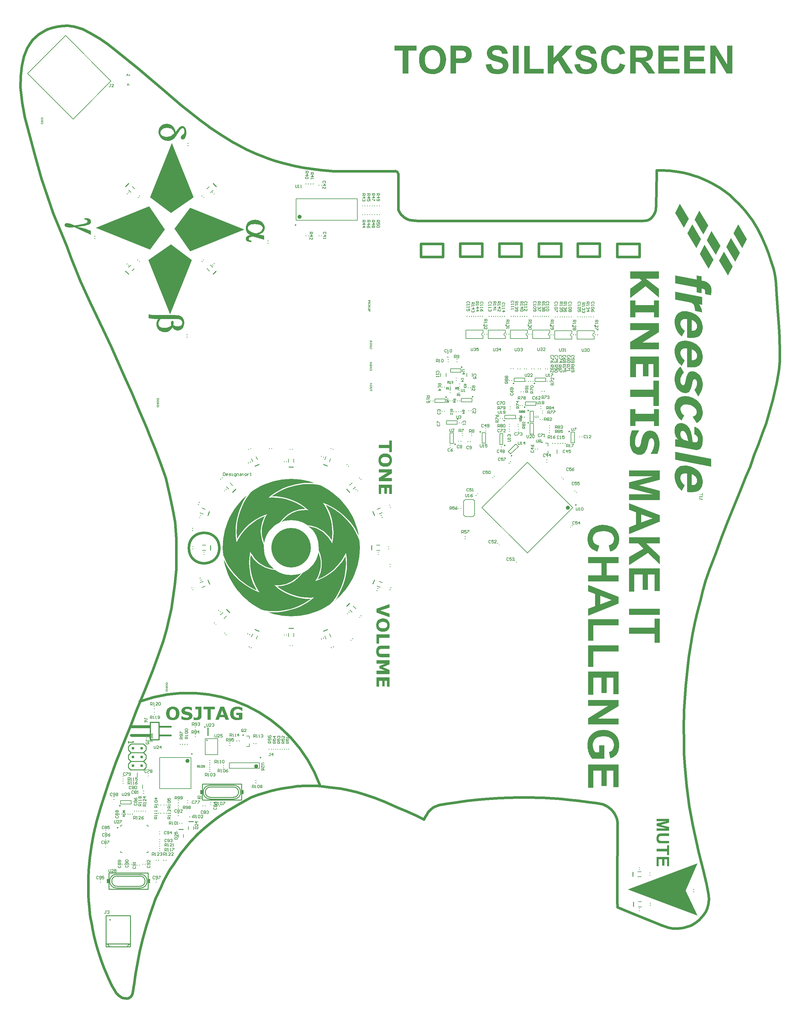
<source format=gto>
%FSLAX23Y23*%
%MOIN*%
G70*
G01*
G75*
G04 Layer_Color=65535*
%ADD10C,0.450*%
%ADD11R,0.031X0.033*%
%ADD12R,0.217X0.059*%
%ADD13R,0.033X0.031*%
%ADD14R,0.043X0.105*%
%ADD15R,0.043X0.059*%
%ADD16R,0.105X0.043*%
G04:AMPARAMS|DCode=17|XSize=33mil|YSize=31mil|CornerRadius=0mil|HoleSize=0mil|Usage=FLASHONLY|Rotation=292.500|XOffset=0mil|YOffset=0mil|HoleType=Round|Shape=Rectangle|*
%AMROTATEDRECTD17*
4,1,4,-0.021,0.009,0.008,0.021,0.021,-0.009,-0.008,-0.021,-0.021,0.009,0.0*
%
%ADD17ROTATEDRECTD17*%

G04:AMPARAMS|DCode=18|XSize=33mil|YSize=31mil|CornerRadius=0mil|HoleSize=0mil|Usage=FLASHONLY|Rotation=337.500|XOffset=0mil|YOffset=0mil|HoleType=Round|Shape=Rectangle|*
%AMROTATEDRECTD18*
4,1,4,-0.021,-0.008,-0.009,0.021,0.021,0.008,0.009,-0.021,-0.021,-0.008,0.0*
%
%ADD18ROTATEDRECTD18*%

G04:AMPARAMS|DCode=19|XSize=33mil|YSize=31mil|CornerRadius=0mil|HoleSize=0mil|Usage=FLASHONLY|Rotation=22.500|XOffset=0mil|YOffset=0mil|HoleType=Round|Shape=Rectangle|*
%AMROTATEDRECTD19*
4,1,4,-0.009,-0.021,-0.021,0.008,0.009,0.021,0.021,-0.008,-0.009,-0.021,0.0*
%
%ADD19ROTATEDRECTD19*%

G04:AMPARAMS|DCode=20|XSize=33mil|YSize=31mil|CornerRadius=0mil|HoleSize=0mil|Usage=FLASHONLY|Rotation=67.500|XOffset=0mil|YOffset=0mil|HoleType=Round|Shape=Rectangle|*
%AMROTATEDRECTD20*
4,1,4,0.008,-0.021,-0.021,-0.009,-0.008,0.021,0.021,0.009,0.008,-0.021,0.0*
%
%ADD20ROTATEDRECTD20*%

G04:AMPARAMS|DCode=21|XSize=59mil|YSize=43mil|CornerRadius=0mil|HoleSize=0mil|Usage=FLASHONLY|Rotation=112.500|XOffset=0mil|YOffset=0mil|HoleType=Round|Shape=Rectangle|*
%AMROTATEDRECTD21*
4,1,4,0.031,-0.019,-0.009,-0.036,-0.031,0.019,0.009,0.036,0.031,-0.019,0.0*
%
%ADD21ROTATEDRECTD21*%

G04:AMPARAMS|DCode=22|XSize=59mil|YSize=43mil|CornerRadius=0mil|HoleSize=0mil|Usage=FLASHONLY|Rotation=157.500|XOffset=0mil|YOffset=0mil|HoleType=Round|Shape=Rectangle|*
%AMROTATEDRECTD22*
4,1,4,0.036,0.009,0.019,-0.031,-0.036,-0.009,-0.019,0.031,0.036,0.009,0.0*
%
%ADD22ROTATEDRECTD22*%

G04:AMPARAMS|DCode=23|XSize=59mil|YSize=43mil|CornerRadius=0mil|HoleSize=0mil|Usage=FLASHONLY|Rotation=202.500|XOffset=0mil|YOffset=0mil|HoleType=Round|Shape=Rectangle|*
%AMROTATEDRECTD23*
4,1,4,0.019,0.031,0.036,-0.009,-0.019,-0.031,-0.036,0.009,0.019,0.031,0.0*
%
%ADD23ROTATEDRECTD23*%

G04:AMPARAMS|DCode=24|XSize=59mil|YSize=43mil|CornerRadius=0mil|HoleSize=0mil|Usage=FLASHONLY|Rotation=247.500|XOffset=0mil|YOffset=0mil|HoleType=Round|Shape=Rectangle|*
%AMROTATEDRECTD24*
4,1,4,-0.009,0.036,0.031,0.019,0.009,-0.036,-0.031,-0.019,-0.009,0.036,0.0*
%
%ADD24ROTATEDRECTD24*%

G04:AMPARAMS|DCode=25|XSize=33mil|YSize=31mil|CornerRadius=0mil|HoleSize=0mil|Usage=FLASHONLY|Rotation=292.850|XOffset=0mil|YOffset=0mil|HoleType=Round|Shape=Rectangle|*
%AMROTATEDRECTD25*
4,1,4,-0.021,0.009,0.008,0.022,0.021,-0.009,-0.008,-0.022,-0.021,0.009,0.0*
%
%ADD25ROTATEDRECTD25*%

G04:AMPARAMS|DCode=26|XSize=33mil|YSize=31mil|CornerRadius=0mil|HoleSize=0mil|Usage=FLASHONLY|Rotation=315.000|XOffset=0mil|YOffset=0mil|HoleType=Round|Shape=Rectangle|*
%AMROTATEDRECTD26*
4,1,4,-0.023,0.001,-0.001,0.023,0.023,-0.001,0.001,-0.023,-0.023,0.001,0.0*
%
%ADD26ROTATEDRECTD26*%

G04:AMPARAMS|DCode=27|XSize=33mil|YSize=31mil|CornerRadius=0mil|HoleSize=0mil|Usage=FLASHONLY|Rotation=45.000|XOffset=0mil|YOffset=0mil|HoleType=Round|Shape=Rectangle|*
%AMROTATEDRECTD27*
4,1,4,-0.001,-0.023,-0.023,-0.001,0.001,0.023,0.023,0.001,-0.001,-0.023,0.0*
%
%ADD27ROTATEDRECTD27*%

G04:AMPARAMS|DCode=28|XSize=59mil|YSize=43mil|CornerRadius=0mil|HoleSize=0mil|Usage=FLASHONLY|Rotation=135.000|XOffset=0mil|YOffset=0mil|HoleType=Round|Shape=Rectangle|*
%AMROTATEDRECTD28*
4,1,4,0.036,-0.006,0.006,-0.036,-0.036,0.006,-0.006,0.036,0.036,-0.006,0.0*
%
%ADD28ROTATEDRECTD28*%

%ADD29R,0.059X0.043*%
G04:AMPARAMS|DCode=30|XSize=59mil|YSize=43mil|CornerRadius=0mil|HoleSize=0mil|Usage=FLASHONLY|Rotation=225.000|XOffset=0mil|YOffset=0mil|HoleType=Round|Shape=Rectangle|*
%AMROTATEDRECTD30*
4,1,4,0.006,0.036,0.036,0.006,-0.006,-0.036,-0.036,-0.006,0.006,0.036,0.0*
%
%ADD30ROTATEDRECTD30*%

G04:AMPARAMS|DCode=31|XSize=10mil|YSize=59mil|CornerRadius=0mil|HoleSize=0mil|Usage=FLASHONLY|Rotation=225.000|XOffset=0mil|YOffset=0mil|HoleType=Round|Shape=Rectangle|*
%AMROTATEDRECTD31*
4,1,4,-0.017,0.024,0.024,-0.017,0.017,-0.024,-0.024,0.017,-0.017,0.024,0.0*
%
%ADD31ROTATEDRECTD31*%

G04:AMPARAMS|DCode=32|XSize=10mil|YSize=59mil|CornerRadius=0mil|HoleSize=0mil|Usage=FLASHONLY|Rotation=315.000|XOffset=0mil|YOffset=0mil|HoleType=Round|Shape=Rectangle|*
%AMROTATEDRECTD32*
4,1,4,-0.024,-0.017,0.017,0.024,0.024,0.017,-0.017,-0.024,-0.024,-0.017,0.0*
%
%ADD32ROTATEDRECTD32*%

%ADD33R,0.026X0.014*%
%ADD34R,0.049X0.014*%
%ADD35R,0.033X0.024*%
%ADD36R,0.047X0.024*%
G04:AMPARAMS|DCode=37|XSize=24mil|YSize=33mil|CornerRadius=0mil|HoleSize=0mil|Usage=FLASHONLY|Rotation=225.000|XOffset=0mil|YOffset=0mil|HoleType=Round|Shape=Rectangle|*
%AMROTATEDRECTD37*
4,1,4,-0.003,0.020,0.020,-0.003,0.003,-0.020,-0.020,0.003,-0.003,0.020,0.0*
%
%ADD37ROTATEDRECTD37*%

%ADD38R,0.035X0.012*%
%ADD39C,0.039*%
%ADD40R,0.055X0.043*%
%ADD41R,0.024X0.033*%
%ADD42R,0.043X0.055*%
%ADD43R,0.024X0.081*%
%ADD44R,0.069X0.039*%
%ADD45R,0.035X0.049*%
%ADD46R,0.020X0.093*%
%ADD47R,0.079X0.098*%
%ADD48R,0.029X0.110*%
%ADD49R,0.024X0.079*%
%ADD50R,0.094X0.079*%
%ADD51R,0.110X0.050*%
%ADD52R,0.051X0.022*%
%ADD53R,0.022X0.051*%
%ADD54R,0.024X0.089*%
%ADD55R,0.033X0.010*%
%ADD56R,0.010X0.033*%
%ADD57R,0.240X0.240*%
%ADD58R,0.150X0.050*%
%ADD59C,0.008*%
%ADD60C,0.007*%
%ADD61C,0.010*%
%ADD62C,0.006*%
%ADD63C,0.012*%
%ADD64C,0.020*%
%ADD65C,0.059*%
%ADD66P,0.084X4X90.0*%
%ADD67C,0.100*%
%ADD68C,0.116*%
%ADD69C,0.030*%
%ADD70C,0.230*%
%ADD71C,0.018*%
%ADD72C,0.026*%
%ADD73C,0.050*%
%ADD74C,0.087*%
%ADD75C,0.040*%
%ADD76C,0.075*%
%ADD77C,0.105*%
%ADD78C,0.168*%
%ADD79C,0.060*%
%ADD80C,0.162*%
%ADD81C,0.087*%
%ADD82C,0.099*%
%ADD83C,0.078*%
G04:AMPARAMS|DCode=84|XSize=72mil|YSize=72mil|CornerRadius=0mil|HoleSize=0mil|Usage=FLASHONLY|Rotation=0.000|XOffset=0mil|YOffset=0mil|HoleType=Round|Shape=Relief|Width=10mil|Gap=10mil|Entries=4|*
%AMTHD84*
7,0,0,0.072,0.052,0.010,45*
%
%ADD84THD84*%
%ADD85C,0.052*%
G04:AMPARAMS|DCode=86|XSize=88mil|YSize=88mil|CornerRadius=0mil|HoleSize=0mil|Usage=FLASHONLY|Rotation=0.000|XOffset=0mil|YOffset=0mil|HoleType=Round|Shape=Relief|Width=10mil|Gap=10mil|Entries=4|*
%AMTHD86*
7,0,0,0.088,0.068,0.010,45*
%
%ADD86THD86*%
G04:AMPARAMS|DCode=87|XSize=119.055mil|YSize=119.055mil|CornerRadius=0mil|HoleSize=0mil|Usage=FLASHONLY|Rotation=0.000|XOffset=0mil|YOffset=0mil|HoleType=Round|Shape=Relief|Width=10mil|Gap=10mil|Entries=4|*
%AMTHD87*
7,0,0,0.119,0.099,0.010,45*
%
%ADD87THD87*%
%ADD88R,0.049X0.035*%
%ADD89R,0.050X0.050*%
%ADD90R,0.035X0.083*%
%ADD91R,0.130X0.083*%
%ADD92R,0.031X0.118*%
%ADD93R,0.038X0.035*%
%ADD94R,0.038X0.026*%
%ADD95R,0.039X0.079*%
G04:AMPARAMS|DCode=96|XSize=120mil|YSize=50mil|CornerRadius=0mil|HoleSize=0mil|Usage=FLASHONLY|Rotation=135.000|XOffset=0mil|YOffset=0mil|HoleType=Round|Shape=Rectangle|*
%AMROTATEDRECTD96*
4,1,4,0.060,-0.025,0.025,-0.060,-0.060,0.025,-0.025,0.060,0.060,-0.025,0.0*
%
%ADD96ROTATEDRECTD96*%

%ADD97C,0.050*%
%ADD98C,0.030*%
%ADD99C,0.024*%
%ADD100C,0.010*%
%ADD101C,0.008*%
%ADD102C,0.005*%
%ADD103C,0.004*%
%ADD104R,0.024X0.047*%
%ADD105R,0.025X0.025*%
G36*
X2280Y-853D02*
X2281Y-853D01*
X2281Y-853D01*
X2282Y-853D01*
X2282Y-853D01*
X2283Y-853D01*
X2284Y-853D01*
X2285Y-854D01*
X2286Y-854D01*
X2286Y-854D01*
X2287Y-855D01*
X2288Y-855D01*
X2289Y-856D01*
X2290Y-856D01*
X2290Y-856D01*
X2290Y-856D01*
X2290Y-856D01*
X2290Y-857D01*
X2290Y-857D01*
X2291Y-857D01*
X2291Y-858D01*
X2291Y-858D01*
X2292Y-859D01*
X2292Y-860D01*
X2292Y-860D01*
X2293Y-861D01*
X2293Y-862D01*
X2293Y-863D01*
X2293Y-864D01*
X2293Y-865D01*
Y-865D01*
Y-865D01*
X2293Y-865D01*
Y-866D01*
X2293Y-866D01*
X2293Y-866D01*
X2293Y-867D01*
X2293Y-868D01*
X2293Y-868D01*
X2292Y-869D01*
X2292Y-869D01*
X2292Y-870D01*
X2292Y-871D01*
X2291Y-871D01*
X2291Y-872D01*
X2290Y-872D01*
X2290Y-872D01*
X2290Y-873D01*
X2290Y-873D01*
X2290Y-873D01*
X2290Y-873D01*
X2290Y-873D01*
X2289Y-873D01*
X2289Y-873D01*
X2289Y-874D01*
X2288Y-874D01*
X2288Y-874D01*
X2288Y-874D01*
X2287Y-875D01*
X2287Y-875D01*
X2286Y-875D01*
X2286Y-875D01*
X2284Y-870D01*
X2284D01*
X2284Y-870D01*
X2285Y-870D01*
X2285Y-870D01*
X2285Y-870D01*
X2285Y-870D01*
X2286Y-869D01*
X2287Y-869D01*
X2287Y-869D01*
X2287Y-868D01*
X2288Y-868D01*
X2288Y-868D01*
X2288Y-867D01*
X2288Y-867D01*
X2288Y-867D01*
X2288Y-866D01*
X2289Y-865D01*
X2289Y-865D01*
Y-864D01*
Y-864D01*
Y-864D01*
X2289Y-864D01*
X2289Y-864D01*
X2289Y-864D01*
X2288Y-863D01*
X2288Y-862D01*
X2288Y-862D01*
X2288Y-861D01*
X2288Y-861D01*
X2287Y-861D01*
X2287Y-860D01*
X2287Y-860D01*
X2287Y-860D01*
X2286Y-860D01*
X2286Y-860D01*
X2286Y-860D01*
X2286Y-860D01*
X2286Y-859D01*
X2285Y-859D01*
X2285Y-859D01*
X2285Y-859D01*
X2284Y-859D01*
X2284Y-859D01*
X2283Y-858D01*
X2282Y-858D01*
X2282Y-858D01*
X2281Y-858D01*
X2280Y-858D01*
X2279D01*
X2279Y-858D01*
X2279Y-858D01*
X2278Y-858D01*
X2278Y-858D01*
X2277Y-858D01*
X2276Y-859D01*
X2275Y-859D01*
X2274Y-859D01*
X2274Y-859D01*
X2273Y-860D01*
X2273Y-860D01*
X2273Y-860D01*
X2273Y-860D01*
X2273Y-860D01*
X2273Y-860D01*
X2273Y-860D01*
X2272Y-861D01*
X2272Y-861D01*
X2272Y-861D01*
X2272Y-862D01*
X2271Y-863D01*
X2271Y-863D01*
X2271Y-863D01*
X2271Y-864D01*
X2271Y-864D01*
Y-864D01*
Y-865D01*
Y-865D01*
X2271Y-865D01*
X2271Y-865D01*
X2271Y-866D01*
X2271Y-866D01*
X2272Y-867D01*
X2272Y-867D01*
X2272Y-868D01*
X2272Y-868D01*
X2272Y-868D01*
X2273Y-868D01*
X2273Y-868D01*
X2273Y-869D01*
X2274Y-869D01*
X2274Y-869D01*
X2274Y-869D01*
X2275Y-869D01*
X2275Y-870D01*
X2275Y-870D01*
X2276Y-870D01*
X2276Y-870D01*
X2275Y-875D01*
X2275D01*
X2275Y-875D01*
X2274Y-875D01*
X2274Y-875D01*
X2274Y-875D01*
X2273Y-875D01*
X2273Y-874D01*
X2273Y-874D01*
X2271Y-874D01*
X2271Y-873D01*
X2270Y-873D01*
X2270Y-873D01*
X2269Y-872D01*
X2269Y-872D01*
X2269Y-871D01*
X2269Y-871D01*
X2268Y-871D01*
X2268Y-871D01*
X2268Y-871D01*
X2268Y-871D01*
X2268Y-870D01*
X2268Y-870D01*
X2268Y-869D01*
X2267Y-869D01*
X2267Y-868D01*
X2267Y-868D01*
X2267Y-867D01*
X2267Y-867D01*
X2267Y-866D01*
X2267Y-865D01*
X2267Y-864D01*
Y-864D01*
Y-864D01*
X2267Y-864D01*
X2267Y-864D01*
X2267Y-863D01*
X2267Y-863D01*
X2267Y-862D01*
X2267Y-862D01*
X2267Y-861D01*
X2267Y-860D01*
X2268Y-859D01*
X2268Y-859D01*
X2268Y-858D01*
X2269Y-857D01*
X2269Y-857D01*
X2270Y-856D01*
X2270Y-856D01*
X2270Y-856D01*
X2270Y-856D01*
X2271Y-856D01*
X2271Y-855D01*
X2271Y-855D01*
X2272Y-855D01*
X2273Y-854D01*
X2273Y-854D01*
X2274Y-854D01*
X2275Y-854D01*
X2276Y-853D01*
X2276Y-853D01*
X2277Y-853D01*
X2278Y-853D01*
X2280Y-853D01*
X2280D01*
X2280Y-853D01*
D02*
G37*
G36*
X2293Y-849D02*
X2267D01*
Y-844D01*
X2293D01*
Y-849D01*
D02*
G37*
G36*
Y-911D02*
X2278D01*
X2277Y-911D01*
X2276D01*
X2275Y-911D01*
X2275Y-911D01*
X2275D01*
X2275Y-911D01*
X2274Y-911D01*
X2274D01*
X2274Y-911D01*
X2274Y-911D01*
X2274Y-911D01*
X2274Y-911D01*
X2273Y-911D01*
X2273Y-912D01*
X2272Y-912D01*
X2272Y-912D01*
X2272Y-912D01*
X2272Y-913D01*
X2272Y-913D01*
X2271Y-913D01*
X2271Y-914D01*
X2271Y-914D01*
X2271Y-915D01*
X2271Y-916D01*
Y-916D01*
Y-916D01*
Y-916D01*
Y-916D01*
X2271Y-917D01*
X2271Y-917D01*
X2271Y-918D01*
X2271Y-918D01*
X2272Y-919D01*
X2272Y-919D01*
X2272Y-919D01*
X2272Y-919D01*
X2272Y-919D01*
X2272Y-920D01*
X2273Y-920D01*
X2273Y-920D01*
X2274Y-920D01*
X2274Y-920D01*
X2274D01*
X2274Y-920D01*
X2274Y-920D01*
X2275D01*
X2275Y-921D01*
X2275Y-921D01*
X2275D01*
X2276Y-921D01*
X2276D01*
X2276Y-921D01*
X2277D01*
X2277Y-921D01*
X2293D01*
Y-926D01*
X2278D01*
X2278Y-926D01*
X2277D01*
X2277Y-926D01*
X2276Y-926D01*
X2274Y-926D01*
X2274Y-926D01*
X2273Y-926D01*
X2273Y-925D01*
X2273Y-925D01*
X2273D01*
X2273Y-925D01*
X2272D01*
X2272Y-925D01*
X2272Y-925D01*
X2271Y-925D01*
X2271Y-925D01*
X2270Y-925D01*
X2270Y-924D01*
X2269Y-924D01*
X2269Y-924D01*
X2269Y-924D01*
X2269Y-923D01*
X2269Y-923D01*
X2268Y-923D01*
X2268Y-922D01*
X2268Y-921D01*
X2267Y-921D01*
Y-921D01*
X2267Y-921D01*
X2267Y-921D01*
X2267Y-920D01*
X2267Y-920D01*
X2267Y-920D01*
X2267Y-920D01*
X2267Y-919D01*
X2267Y-919D01*
X2267Y-919D01*
X2267Y-918D01*
X2267Y-917D01*
X2267Y-916D01*
Y-916D01*
Y-916D01*
Y-916D01*
Y-915D01*
X2267Y-915D01*
Y-915D01*
X2267Y-914D01*
X2267Y-914D01*
X2267Y-913D01*
X2267Y-912D01*
X2267Y-911D01*
X2267Y-911D01*
X2267Y-910D01*
Y-910D01*
X2267Y-910D01*
X2267Y-910D01*
X2268Y-910D01*
X2268Y-910D01*
X2268Y-909D01*
X2268Y-909D01*
X2269Y-908D01*
X2269Y-908D01*
X2270Y-907D01*
X2270Y-907D01*
X2270Y-907D01*
X2270Y-907D01*
X2270Y-907D01*
X2271Y-906D01*
X2271Y-906D01*
X2272Y-906D01*
X2272Y-906D01*
X2272D01*
X2272Y-906D01*
X2273D01*
X2273Y-906D01*
X2273Y-906D01*
X2273Y-906D01*
X2274Y-906D01*
X2274Y-906D01*
X2274Y-906D01*
X2275Y-906D01*
X2275Y-906D01*
X2276Y-905D01*
X2277Y-905D01*
X2277D01*
X2278Y-905D01*
X2293D01*
Y-911D01*
D02*
G37*
G36*
Y-885D02*
X2281D01*
X2293Y-895D01*
Y-902D01*
X2283Y-893D01*
X2267Y-903D01*
Y-896D01*
X2279Y-889D01*
X2275Y-885D01*
X2267D01*
Y-880D01*
X2293D01*
Y-885D01*
D02*
G37*
G36*
X2313Y-1866D02*
X2308D01*
Y-1858D01*
X2287D01*
Y-1853D01*
X2308D01*
Y-1845D01*
X2313D01*
Y-1866D01*
D02*
G37*
G36*
Y-1826D02*
X2298D01*
X2297Y-1826D01*
X2296D01*
X2295Y-1826D01*
X2295Y-1826D01*
X2295D01*
X2295Y-1827D01*
X2294Y-1827D01*
X2294D01*
X2294Y-1827D01*
X2294Y-1827D01*
X2294Y-1827D01*
X2294Y-1827D01*
X2293Y-1827D01*
X2293Y-1827D01*
X2292Y-1828D01*
X2292Y-1828D01*
X2292Y-1828D01*
X2292Y-1828D01*
X2292Y-1829D01*
X2291Y-1829D01*
X2291Y-1830D01*
X2291Y-1830D01*
X2291Y-1831D01*
X2291Y-1832D01*
Y-1832D01*
Y-1832D01*
Y-1832D01*
Y-1832D01*
X2291Y-1832D01*
X2291Y-1833D01*
X2291Y-1833D01*
X2291Y-1834D01*
X2292Y-1834D01*
X2292Y-1835D01*
X2292Y-1835D01*
X2292Y-1835D01*
X2292Y-1835D01*
X2292Y-1835D01*
X2293Y-1836D01*
X2293Y-1836D01*
X2294Y-1836D01*
X2294Y-1836D01*
X2294D01*
X2294Y-1836D01*
X2294Y-1836D01*
X2295D01*
X2295Y-1836D01*
X2295Y-1836D01*
X2295D01*
X2296Y-1836D01*
X2296D01*
X2296Y-1836D01*
X2297D01*
X2297Y-1836D01*
X2313D01*
Y-1842D01*
X2298D01*
X2298Y-1842D01*
X2297D01*
X2297Y-1842D01*
X2296Y-1842D01*
X2294Y-1841D01*
X2294Y-1841D01*
X2293Y-1841D01*
X2293Y-1841D01*
X2293Y-1841D01*
X2293D01*
X2293Y-1841D01*
X2292D01*
X2292Y-1841D01*
X2292Y-1841D01*
X2291Y-1841D01*
X2291Y-1841D01*
X2290Y-1840D01*
X2290Y-1840D01*
X2289Y-1840D01*
X2289Y-1840D01*
X2289Y-1839D01*
X2289Y-1839D01*
X2289Y-1839D01*
X2288Y-1838D01*
X2288Y-1838D01*
X2288Y-1837D01*
X2287Y-1837D01*
Y-1837D01*
X2287Y-1837D01*
X2287Y-1836D01*
X2287Y-1836D01*
X2287Y-1836D01*
X2287Y-1836D01*
X2287Y-1836D01*
X2287Y-1835D01*
X2287Y-1835D01*
X2287Y-1835D01*
X2287Y-1834D01*
X2287Y-1833D01*
X2287Y-1832D01*
Y-1832D01*
Y-1832D01*
Y-1831D01*
Y-1831D01*
X2287Y-1831D01*
Y-1830D01*
X2287Y-1830D01*
X2287Y-1830D01*
X2287Y-1829D01*
X2287Y-1828D01*
X2287Y-1827D01*
X2287Y-1827D01*
X2287Y-1826D01*
Y-1826D01*
X2287Y-1826D01*
X2287Y-1826D01*
X2288Y-1826D01*
X2288Y-1825D01*
X2288Y-1825D01*
X2288Y-1825D01*
X2289Y-1824D01*
X2289Y-1824D01*
X2290Y-1823D01*
X2290Y-1823D01*
X2290Y-1823D01*
X2290Y-1823D01*
X2290Y-1823D01*
X2291Y-1822D01*
X2291Y-1822D01*
X2292Y-1822D01*
X2292Y-1822D01*
X2292D01*
X2292Y-1822D01*
X2293D01*
X2293Y-1822D01*
X2293Y-1822D01*
X2293Y-1822D01*
X2294Y-1822D01*
X2294Y-1821D01*
X2294Y-1821D01*
X2295Y-1821D01*
X2295Y-1821D01*
X2296Y-1821D01*
X2297Y-1821D01*
X2297D01*
X2298Y-1821D01*
X2313D01*
Y-1826D01*
D02*
G37*
G36*
X2293Y-828D02*
Y-828D01*
Y-828D01*
Y-829D01*
Y-829D01*
Y-829D01*
X2293Y-830D01*
Y-830D01*
Y-831D01*
X2293Y-832D01*
X2292Y-833D01*
X2292Y-833D01*
X2292Y-834D01*
X2292Y-834D01*
X2292Y-834D01*
Y-834D01*
X2292Y-835D01*
X2292Y-835D01*
X2292Y-835D01*
X2292Y-835D01*
X2292Y-835D01*
X2292Y-836D01*
X2291Y-836D01*
X2291Y-837D01*
X2290Y-837D01*
X2290Y-838D01*
X2290Y-838D01*
X2290Y-838D01*
X2290Y-838D01*
X2289Y-838D01*
X2289Y-838D01*
X2289Y-839D01*
X2289Y-839D01*
X2288Y-839D01*
X2288Y-839D01*
X2288Y-839D01*
X2287Y-839D01*
X2287Y-839D01*
X2286Y-840D01*
X2285Y-840D01*
X2284D01*
X2284Y-840D01*
X2284D01*
X2283Y-839D01*
X2283Y-839D01*
X2282Y-839D01*
X2281Y-839D01*
X2281Y-839D01*
X2281D01*
X2281Y-839D01*
X2280Y-839D01*
X2280Y-838D01*
X2280Y-838D01*
X2279Y-838D01*
X2279Y-837D01*
X2279Y-837D01*
X2278Y-837D01*
X2278Y-836D01*
X2278Y-836D01*
X2278Y-836D01*
X2278Y-836D01*
X2278Y-835D01*
X2277Y-835D01*
X2277Y-834D01*
X2277Y-834D01*
Y-834D01*
Y-834D01*
X2277Y-834D01*
X2277Y-834D01*
X2277Y-833D01*
Y-833D01*
X2277Y-833D01*
X2277Y-832D01*
X2277Y-832D01*
X2277Y-832D01*
X2277Y-831D01*
X2277Y-831D01*
X2277Y-830D01*
Y-830D01*
X2277Y-829D01*
Y-829D01*
Y-825D01*
X2267D01*
Y-820D01*
X2293D01*
Y-828D01*
D02*
G37*
G36*
X5606Y-573D02*
X5457D01*
X5606Y-690D01*
Y-788D01*
X5453Y-660D01*
X5277Y-795D01*
Y-690D01*
X5409Y-592D01*
X5384Y-573D01*
X5277D01*
Y-488D01*
X5606D01*
Y-573D01*
D02*
G37*
G36*
X5143Y-6405D02*
X5084D01*
Y-6216D01*
X5006D01*
Y-6392D01*
X4946D01*
Y-6216D01*
X4851D01*
Y-6412D01*
X4791D01*
Y-6145D01*
X5143D01*
Y-6405D01*
D02*
G37*
G36*
Y-5475D02*
X4907Y-5620D01*
X5143D01*
Y-5686D01*
X4791D01*
Y-5615D01*
X5022Y-5472D01*
X4791D01*
Y-5406D01*
X5143D01*
Y-5475D01*
D02*
G37*
G36*
X2311Y-1587D02*
X2293Y-1598D01*
X2311D01*
Y-1603D01*
X2285D01*
Y-1597D01*
X2302Y-1587D01*
X2285D01*
Y-1582D01*
X2311D01*
Y-1587D01*
D02*
G37*
G36*
X5143Y-5339D02*
X5084D01*
Y-5149D01*
X5006D01*
Y-5326D01*
X4946D01*
Y-5149D01*
X4851D01*
Y-5346D01*
X4791D01*
Y-5078D01*
X5143D01*
Y-5339D01*
D02*
G37*
G36*
X2311Y-1618D02*
Y-1618D01*
Y-1618D01*
Y-1618D01*
Y-1618D01*
Y-1618D01*
X2311Y-1619D01*
Y-1619D01*
X2311Y-1619D01*
X2310Y-1620D01*
X2310Y-1621D01*
X2310Y-1622D01*
X2310Y-1622D01*
X2310Y-1622D01*
Y-1622D01*
X2310Y-1623D01*
X2310Y-1623D01*
X2310Y-1623D01*
X2310Y-1623D01*
X2310Y-1623D01*
X2310Y-1624D01*
X2309Y-1624D01*
X2309Y-1625D01*
X2308Y-1626D01*
X2308Y-1626D01*
X2308Y-1626D01*
X2308Y-1626D01*
X2308Y-1626D01*
X2307Y-1627D01*
X2307Y-1627D01*
X2307Y-1627D01*
X2307Y-1627D01*
X2306Y-1628D01*
X2305Y-1628D01*
X2304Y-1628D01*
X2304Y-1629D01*
X2304D01*
X2303Y-1629D01*
X2303Y-1629D01*
X2303Y-1629D01*
X2303Y-1629D01*
X2303Y-1629D01*
X2302Y-1629D01*
X2302Y-1629D01*
X2302Y-1629D01*
X2301Y-1629D01*
X2301Y-1629D01*
X2300Y-1629D01*
X2299Y-1629D01*
X2299Y-1630D01*
X2298Y-1630D01*
X2297D01*
X2297Y-1630D01*
X2296D01*
X2296Y-1629D01*
X2296Y-1629D01*
X2295Y-1629D01*
X2294Y-1629D01*
X2293Y-1629D01*
X2292Y-1629D01*
X2292D01*
X2292Y-1629D01*
X2292Y-1629D01*
X2292Y-1629D01*
X2291Y-1628D01*
X2291Y-1628D01*
X2290Y-1628D01*
X2290Y-1628D01*
X2289Y-1627D01*
X2288Y-1627D01*
X2288Y-1626D01*
X2287Y-1626D01*
X2287Y-1626D01*
X2287Y-1625D01*
X2287Y-1625D01*
X2286Y-1625D01*
X2286Y-1624D01*
X2286Y-1623D01*
X2286Y-1622D01*
Y-1622D01*
X2285Y-1622D01*
Y-1622D01*
X2285Y-1622D01*
X2285Y-1622D01*
X2285Y-1622D01*
X2285Y-1621D01*
X2285Y-1621D01*
X2285Y-1621D01*
X2285Y-1621D01*
X2285Y-1620D01*
X2285Y-1619D01*
X2285Y-1618D01*
Y-1608D01*
X2311D01*
Y-1618D01*
D02*
G37*
G36*
X4978Y-5749D02*
X4983Y-5750D01*
X4988Y-5750D01*
X4994Y-5751D01*
X5001Y-5752D01*
X5009Y-5753D01*
X5016Y-5754D01*
X5033Y-5759D01*
X5041Y-5761D01*
X5049Y-5765D01*
X5058Y-5768D01*
X5066Y-5772D01*
X5066Y-5772D01*
X5068Y-5773D01*
X5070Y-5774D01*
X5073Y-5776D01*
X5077Y-5779D01*
X5081Y-5782D01*
X5085Y-5785D01*
X5090Y-5789D01*
X5096Y-5793D01*
X5101Y-5798D01*
X5106Y-5804D01*
X5112Y-5810D01*
X5117Y-5816D01*
X5122Y-5824D01*
X5127Y-5831D01*
X5132Y-5839D01*
Y-5840D01*
X5133Y-5841D01*
X5134Y-5843D01*
X5135Y-5845D01*
X5136Y-5849D01*
X5137Y-5853D01*
X5139Y-5857D01*
X5141Y-5863D01*
X5143Y-5869D01*
X5144Y-5875D01*
X5146Y-5882D01*
X5147Y-5889D01*
X5148Y-5897D01*
X5149Y-5906D01*
X5150Y-5924D01*
Y-5925D01*
Y-5926D01*
Y-5930D01*
X5149Y-5935D01*
X5149Y-5940D01*
X5148Y-5946D01*
X5148Y-5953D01*
X5146Y-5961D01*
X5143Y-5977D01*
X5141Y-5986D01*
X5138Y-5994D01*
X5135Y-6003D01*
X5131Y-6011D01*
X5127Y-6018D01*
X5122Y-6026D01*
X5121Y-6026D01*
X5121Y-6028D01*
X5119Y-6029D01*
X5117Y-6032D01*
X5114Y-6035D01*
X5111Y-6038D01*
X5107Y-6042D01*
X5102Y-6046D01*
X5097Y-6050D01*
X5091Y-6054D01*
X5085Y-6058D01*
X5078Y-6062D01*
X5071Y-6065D01*
X5063Y-6069D01*
X5055Y-6072D01*
X5046Y-6074D01*
X5033Y-6003D01*
X5033D01*
X5034Y-6003D01*
X5035Y-6002D01*
X5037Y-6002D01*
X5042Y-6000D01*
X5048Y-5997D01*
X5054Y-5993D01*
X5061Y-5988D01*
X5068Y-5982D01*
X5074Y-5975D01*
X5074Y-5974D01*
X5076Y-5971D01*
X5078Y-5967D01*
X5082Y-5961D01*
X5084Y-5953D01*
X5087Y-5945D01*
X5088Y-5935D01*
X5089Y-5924D01*
Y-5923D01*
Y-5922D01*
Y-5919D01*
X5088Y-5916D01*
X5088Y-5912D01*
X5088Y-5908D01*
X5087Y-5903D01*
X5085Y-5897D01*
X5082Y-5885D01*
X5079Y-5879D01*
X5077Y-5873D01*
X5073Y-5867D01*
X5069Y-5861D01*
X5064Y-5855D01*
X5059Y-5850D01*
X5059Y-5849D01*
X5058Y-5848D01*
X5056Y-5847D01*
X5054Y-5846D01*
X5050Y-5843D01*
X5047Y-5841D01*
X5042Y-5839D01*
X5037Y-5836D01*
X5031Y-5833D01*
X5025Y-5831D01*
X5017Y-5829D01*
X5010Y-5826D01*
X5001Y-5825D01*
X4992Y-5824D01*
X4982Y-5823D01*
X4971Y-5822D01*
X4965D01*
X4961Y-5823D01*
X4956Y-5823D01*
X4950Y-5824D01*
X4943Y-5825D01*
X4936Y-5826D01*
X4921Y-5829D01*
X4912Y-5831D01*
X4905Y-5834D01*
X4897Y-5837D01*
X4890Y-5841D01*
X4883Y-5845D01*
X4877Y-5850D01*
X4876Y-5850D01*
X4875Y-5851D01*
X4874Y-5853D01*
X4872Y-5855D01*
X4869Y-5858D01*
X4867Y-5861D01*
X4864Y-5865D01*
X4861Y-5870D01*
X4858Y-5875D01*
X4856Y-5880D01*
X4853Y-5886D01*
X4851Y-5892D01*
X4848Y-5900D01*
X4847Y-5907D01*
X4846Y-5915D01*
X4846Y-5923D01*
Y-5924D01*
Y-5924D01*
Y-5927D01*
X4846Y-5931D01*
X4846Y-5937D01*
X4848Y-5944D01*
X4849Y-5951D01*
X4851Y-5959D01*
X4854Y-5968D01*
Y-5968D01*
X4855Y-5969D01*
X4856Y-5971D01*
X4857Y-5975D01*
X4860Y-5981D01*
X4863Y-5987D01*
X4867Y-5994D01*
X4871Y-6000D01*
X4875Y-6007D01*
X4920D01*
Y-5925D01*
X4980D01*
Y-6079D01*
X4839D01*
X4839Y-6078D01*
X4838Y-6078D01*
X4837Y-6076D01*
X4835Y-6074D01*
X4834Y-6072D01*
X4831Y-6069D01*
X4829Y-6066D01*
X4826Y-6062D01*
X4824Y-6057D01*
X4820Y-6053D01*
X4817Y-6047D01*
X4814Y-6041D01*
X4811Y-6035D01*
X4807Y-6029D01*
X4804Y-6021D01*
X4801Y-6013D01*
Y-6013D01*
X4800Y-6012D01*
X4800Y-6009D01*
X4798Y-6006D01*
X4797Y-6002D01*
X4796Y-5998D01*
X4794Y-5993D01*
X4793Y-5987D01*
X4791Y-5981D01*
X4790Y-5974D01*
X4787Y-5959D01*
X4786Y-5944D01*
X4785Y-5928D01*
Y-5927D01*
Y-5925D01*
Y-5922D01*
X4785Y-5919D01*
X4786Y-5914D01*
X4786Y-5908D01*
X4786Y-5902D01*
X4787Y-5895D01*
X4789Y-5887D01*
X4790Y-5880D01*
X4794Y-5864D01*
X4797Y-5855D01*
X4800Y-5847D01*
X4803Y-5839D01*
X4807Y-5831D01*
X4808Y-5831D01*
X4808Y-5829D01*
X4810Y-5827D01*
X4812Y-5824D01*
X4814Y-5821D01*
X4817Y-5817D01*
X4821Y-5813D01*
X4824Y-5808D01*
X4829Y-5803D01*
X4834Y-5798D01*
X4840Y-5793D01*
X4846Y-5788D01*
X4852Y-5783D01*
X4859Y-5778D01*
X4866Y-5774D01*
X4874Y-5770D01*
X4874D01*
X4876Y-5769D01*
X4879Y-5768D01*
X4882Y-5766D01*
X4885Y-5765D01*
X4890Y-5763D01*
X4896Y-5761D01*
X4902Y-5760D01*
X4909Y-5757D01*
X4916Y-5755D01*
X4924Y-5754D01*
X4932Y-5752D01*
X4950Y-5750D01*
X4959Y-5749D01*
X4968Y-5749D01*
X4974D01*
X4978Y-5749D01*
D02*
G37*
G36*
X2293Y-940D02*
Y-940D01*
Y-940D01*
Y-940D01*
Y-940D01*
Y-941D01*
X2293Y-941D01*
Y-942D01*
Y-942D01*
X2293Y-943D01*
X2292Y-944D01*
X2292Y-945D01*
X2292Y-945D01*
X2292Y-945D01*
X2292Y-946D01*
Y-946D01*
X2292Y-946D01*
X2292Y-946D01*
X2292Y-946D01*
X2292Y-946D01*
X2292Y-946D01*
X2292Y-947D01*
X2291Y-948D01*
X2291Y-948D01*
X2290Y-949D01*
X2290Y-949D01*
X2290Y-949D01*
X2290Y-949D01*
X2290Y-950D01*
X2289Y-950D01*
X2289Y-950D01*
X2289Y-950D01*
X2289Y-950D01*
X2288Y-950D01*
X2288Y-950D01*
X2288Y-950D01*
X2287Y-951D01*
X2287Y-951D01*
X2286Y-951D01*
X2285Y-951D01*
X2284D01*
X2284Y-951D01*
X2284D01*
X2283Y-951D01*
X2283Y-951D01*
X2282Y-951D01*
X2281Y-950D01*
X2281Y-950D01*
X2281D01*
X2281Y-950D01*
X2280Y-950D01*
X2280Y-950D01*
X2280Y-949D01*
X2279Y-949D01*
X2279Y-949D01*
X2279Y-948D01*
X2278Y-948D01*
X2278Y-948D01*
X2278Y-948D01*
X2278Y-947D01*
X2278Y-947D01*
X2278Y-947D01*
X2277Y-946D01*
X2277Y-946D01*
X2277Y-945D01*
Y-945D01*
Y-945D01*
X2277Y-945D01*
X2277Y-945D01*
X2277Y-945D01*
Y-944D01*
X2277Y-944D01*
X2277Y-944D01*
X2277Y-943D01*
X2277Y-943D01*
X2277Y-943D01*
X2277Y-942D01*
X2277Y-942D01*
Y-941D01*
X2277Y-940D01*
Y-940D01*
Y-936D01*
X2267D01*
Y-931D01*
X2293D01*
Y-940D01*
D02*
G37*
G36*
X2299Y-1554D02*
X2299Y-1554D01*
X2299Y-1554D01*
X2300Y-1554D01*
X2300Y-1554D01*
X2301Y-1554D01*
X2301Y-1554D01*
X2303Y-1554D01*
X2303Y-1554D01*
X2304Y-1555D01*
X2304Y-1555D01*
X2305Y-1555D01*
X2305Y-1555D01*
X2305Y-1555D01*
X2305Y-1555D01*
X2306Y-1556D01*
X2306Y-1556D01*
X2306Y-1556D01*
X2306Y-1556D01*
X2307Y-1556D01*
X2307Y-1557D01*
X2308Y-1557D01*
X2308Y-1558D01*
X2308Y-1558D01*
X2309Y-1558D01*
X2309Y-1559D01*
X2309Y-1559D01*
X2310Y-1560D01*
Y-1560D01*
X2310Y-1560D01*
X2310Y-1560D01*
X2310Y-1561D01*
X2310Y-1561D01*
X2310Y-1561D01*
X2310Y-1561D01*
X2310Y-1562D01*
X2311Y-1562D01*
X2311Y-1563D01*
X2311Y-1563D01*
X2311Y-1564D01*
X2311Y-1564D01*
X2311Y-1565D01*
X2311Y-1566D01*
Y-1566D01*
Y-1566D01*
Y-1567D01*
X2311Y-1567D01*
X2311Y-1567D01*
X2311Y-1568D01*
X2311Y-1568D01*
X2311Y-1569D01*
X2311Y-1570D01*
X2310Y-1571D01*
X2310Y-1571D01*
X2310Y-1572D01*
X2310Y-1573D01*
X2309Y-1573D01*
X2309Y-1574D01*
X2309Y-1574D01*
X2309Y-1574D01*
X2309Y-1574D01*
X2309Y-1574D01*
X2308Y-1574D01*
X2308Y-1575D01*
X2308Y-1575D01*
X2308Y-1575D01*
X2307Y-1575D01*
X2307Y-1576D01*
X2306Y-1576D01*
X2306Y-1576D01*
X2305Y-1577D01*
X2305Y-1577D01*
X2304Y-1577D01*
X2304Y-1577D01*
X2303Y-1572D01*
X2303D01*
X2303Y-1572D01*
X2303Y-1572D01*
X2303Y-1572D01*
X2303Y-1572D01*
X2304Y-1572D01*
X2304Y-1571D01*
X2305Y-1571D01*
X2305Y-1570D01*
X2306Y-1570D01*
X2306Y-1570D01*
X2306Y-1570D01*
X2306Y-1569D01*
X2306Y-1569D01*
X2306Y-1568D01*
X2306Y-1568D01*
X2307Y-1567D01*
X2307Y-1566D01*
Y-1566D01*
Y-1566D01*
Y-1566D01*
X2307Y-1566D01*
X2307Y-1565D01*
X2307Y-1565D01*
X2306Y-1565D01*
X2306Y-1564D01*
X2306Y-1563D01*
X2306Y-1563D01*
X2306Y-1563D01*
X2305Y-1562D01*
X2305Y-1562D01*
X2305Y-1561D01*
X2304Y-1561D01*
X2304Y-1561D01*
X2304Y-1561D01*
X2304Y-1561D01*
X2304Y-1561D01*
X2304Y-1560D01*
X2304Y-1560D01*
X2303Y-1560D01*
X2303Y-1560D01*
X2302Y-1560D01*
X2302Y-1559D01*
X2301Y-1559D01*
X2301Y-1559D01*
X2300Y-1559D01*
X2300Y-1559D01*
X2299Y-1559D01*
X2298Y-1559D01*
X2298D01*
X2297Y-1559D01*
X2297Y-1559D01*
X2297Y-1559D01*
X2296Y-1559D01*
X2296Y-1559D01*
X2294Y-1559D01*
X2294Y-1560D01*
X2293Y-1560D01*
X2293Y-1560D01*
X2292Y-1560D01*
X2292Y-1560D01*
X2291Y-1561D01*
X2291Y-1561D01*
X2291Y-1561D01*
X2291Y-1561D01*
X2291Y-1561D01*
X2291Y-1561D01*
X2291Y-1562D01*
X2290Y-1562D01*
X2290Y-1562D01*
X2290Y-1563D01*
X2290Y-1563D01*
X2289Y-1563D01*
X2289Y-1564D01*
X2289Y-1564D01*
X2289Y-1565D01*
X2289Y-1566D01*
X2289Y-1566D01*
Y-1566D01*
Y-1566D01*
Y-1566D01*
X2289Y-1567D01*
X2289Y-1567D01*
X2289Y-1568D01*
X2289Y-1568D01*
X2289Y-1569D01*
X2290Y-1569D01*
Y-1569D01*
X2290Y-1569D01*
X2290Y-1570D01*
X2290Y-1570D01*
X2290Y-1570D01*
X2290Y-1571D01*
X2290Y-1571D01*
X2291Y-1572D01*
X2291Y-1572D01*
X2294D01*
Y-1566D01*
X2299D01*
Y-1577D01*
X2288D01*
X2288Y-1577D01*
X2288Y-1577D01*
X2288Y-1577D01*
X2288Y-1577D01*
X2288Y-1577D01*
X2288Y-1577D01*
X2288Y-1577D01*
X2288Y-1576D01*
X2287Y-1576D01*
X2287Y-1576D01*
X2287Y-1575D01*
X2287Y-1575D01*
X2286Y-1574D01*
X2286Y-1574D01*
X2286Y-1573D01*
X2286Y-1573D01*
Y-1573D01*
X2286Y-1573D01*
X2286Y-1572D01*
X2286Y-1572D01*
X2285Y-1572D01*
X2285Y-1572D01*
X2285Y-1571D01*
X2285Y-1571D01*
X2285Y-1570D01*
X2285Y-1570D01*
X2285Y-1569D01*
X2285Y-1568D01*
X2285Y-1567D01*
Y-1566D01*
Y-1566D01*
Y-1566D01*
X2285Y-1566D01*
X2285Y-1565D01*
X2285Y-1565D01*
X2285Y-1565D01*
X2285Y-1564D01*
X2285Y-1564D01*
X2285Y-1563D01*
X2285Y-1562D01*
X2285Y-1561D01*
X2286Y-1561D01*
X2286Y-1560D01*
X2286Y-1559D01*
X2286Y-1559D01*
X2286Y-1559D01*
X2286Y-1559D01*
X2286Y-1559D01*
X2287Y-1559D01*
X2287Y-1558D01*
X2287Y-1558D01*
X2287Y-1558D01*
X2288Y-1557D01*
X2288Y-1557D01*
X2289Y-1557D01*
X2289Y-1556D01*
X2289Y-1556D01*
X2290Y-1556D01*
X2290Y-1555D01*
X2291Y-1555D01*
X2291D01*
X2291Y-1555D01*
X2291Y-1555D01*
X2292Y-1555D01*
X2292Y-1555D01*
X2292Y-1555D01*
X2293Y-1554D01*
X2293Y-1554D01*
X2294Y-1554D01*
X2294Y-1554D01*
X2295Y-1554D01*
X2295Y-1554D01*
X2297Y-1554D01*
X2297Y-1554D01*
X2298Y-1554D01*
X2298D01*
X2299Y-1554D01*
D02*
G37*
G36*
X2311Y-1536D02*
Y-1541D01*
X2285Y-1552D01*
Y-1546D01*
X2291Y-1544D01*
Y-1534D01*
X2285Y-1531D01*
Y-1526D01*
X2311Y-1536D01*
D02*
G37*
G36*
X-147Y-1972D02*
X-147Y-1972D01*
X-147Y-1972D01*
X-146Y-1972D01*
X-146Y-1972D01*
X-145Y-1972D01*
X-145Y-1972D01*
X-143Y-1973D01*
X-143Y-1973D01*
X-142Y-1973D01*
X-142Y-1973D01*
X-141Y-1974D01*
X-141Y-1974D01*
X-141Y-1974D01*
X-141Y-1974D01*
X-140Y-1974D01*
X-140Y-1974D01*
X-140Y-1974D01*
X-140Y-1975D01*
X-139Y-1975D01*
X-139Y-1975D01*
X-138Y-1976D01*
X-138Y-1976D01*
X-138Y-1976D01*
X-137Y-1977D01*
X-137Y-1977D01*
X-137Y-1978D01*
X-136Y-1979D01*
Y-1979D01*
X-136Y-1979D01*
X-136Y-1979D01*
X-136Y-1979D01*
X-136Y-1979D01*
X-136Y-1979D01*
X-136Y-1980D01*
X-136Y-1980D01*
X-135Y-1981D01*
X-135Y-1981D01*
X-135Y-1982D01*
X-135Y-1982D01*
X-135Y-1983D01*
X-135Y-1983D01*
X-135Y-1985D01*
Y-1985D01*
Y-1985D01*
Y-1985D01*
X-135Y-1985D01*
X-135Y-1986D01*
X-135Y-1986D01*
X-135Y-1987D01*
X-135Y-1987D01*
X-135Y-1989D01*
X-136Y-1989D01*
X-136Y-1990D01*
X-136Y-1990D01*
X-136Y-1991D01*
X-137Y-1992D01*
X-137Y-1992D01*
X-137Y-1992D01*
X-137Y-1992D01*
X-137Y-1992D01*
X-137Y-1992D01*
X-138Y-1993D01*
X-138Y-1993D01*
X-138Y-1993D01*
X-138Y-1994D01*
X-139Y-1994D01*
X-139Y-1994D01*
X-140Y-1994D01*
X-140Y-1995D01*
X-141Y-1995D01*
X-141Y-1995D01*
X-142Y-1995D01*
X-142Y-1996D01*
X-143Y-1990D01*
X-143D01*
X-143Y-1990D01*
X-143Y-1990D01*
X-143Y-1990D01*
X-143Y-1990D01*
X-142Y-1990D01*
X-142Y-1990D01*
X-141Y-1989D01*
X-141Y-1989D01*
X-140Y-1988D01*
X-140Y-1988D01*
X-140Y-1988D01*
X-140Y-1988D01*
X-140Y-1987D01*
X-140Y-1987D01*
X-140Y-1986D01*
X-139Y-1985D01*
X-139Y-1985D01*
Y-1985D01*
Y-1984D01*
Y-1984D01*
X-139Y-1984D01*
X-139Y-1984D01*
X-139Y-1983D01*
X-140Y-1983D01*
X-140Y-1983D01*
X-140Y-1982D01*
X-140Y-1981D01*
X-140Y-1981D01*
X-141Y-1980D01*
X-141Y-1980D01*
X-141Y-1980D01*
X-142Y-1979D01*
X-142Y-1979D01*
X-142Y-1979D01*
X-142Y-1979D01*
X-142Y-1979D01*
X-142Y-1979D01*
X-142Y-1979D01*
X-143Y-1978D01*
X-143Y-1978D01*
X-144Y-1978D01*
X-144Y-1978D01*
X-145Y-1978D01*
X-145Y-1978D01*
X-146Y-1977D01*
X-146Y-1977D01*
X-147Y-1977D01*
X-148Y-1977D01*
X-148D01*
X-149Y-1977D01*
X-149Y-1977D01*
X-149Y-1977D01*
X-150Y-1977D01*
X-150Y-1978D01*
X-152Y-1978D01*
X-152Y-1978D01*
X-153Y-1978D01*
X-153Y-1978D01*
X-154Y-1979D01*
X-154Y-1979D01*
X-155Y-1979D01*
X-155Y-1979D01*
X-155Y-1979D01*
X-155Y-1979D01*
X-155Y-1980D01*
X-155Y-1980D01*
X-155Y-1980D01*
X-156Y-1980D01*
X-156Y-1981D01*
X-156Y-1981D01*
X-156Y-1981D01*
X-157Y-1982D01*
X-157Y-1982D01*
X-157Y-1983D01*
X-157Y-1983D01*
X-157Y-1984D01*
X-157Y-1985D01*
Y-1985D01*
Y-1985D01*
Y-1985D01*
X-157Y-1985D01*
X-157Y-1986D01*
X-157Y-1986D01*
X-157Y-1987D01*
X-157Y-1987D01*
X-156Y-1988D01*
Y-1988D01*
X-156Y-1988D01*
X-156Y-1988D01*
X-156Y-1988D01*
X-156Y-1989D01*
X-156Y-1989D01*
X-156Y-1990D01*
X-155Y-1990D01*
X-155Y-1991D01*
X-152D01*
Y-1985D01*
X-147D01*
Y-1996D01*
X-158D01*
X-158Y-1996D01*
X-158Y-1996D01*
X-158Y-1996D01*
X-158Y-1996D01*
X-158Y-1995D01*
X-158Y-1995D01*
X-158Y-1995D01*
X-158Y-1995D01*
X-159Y-1994D01*
X-159Y-1994D01*
X-159Y-1994D01*
X-159Y-1993D01*
X-160Y-1993D01*
X-160Y-1992D01*
X-160Y-1992D01*
X-160Y-1991D01*
Y-1991D01*
X-160Y-1991D01*
X-160Y-1991D01*
X-160Y-1991D01*
X-161Y-1990D01*
X-161Y-1990D01*
X-161Y-1990D01*
X-161Y-1989D01*
X-161Y-1989D01*
X-161Y-1988D01*
X-161Y-1987D01*
X-161Y-1986D01*
X-161Y-1985D01*
Y-1985D01*
Y-1985D01*
Y-1985D01*
X-161Y-1984D01*
X-161Y-1984D01*
X-161Y-1983D01*
X-161Y-1983D01*
X-161Y-1983D01*
X-161Y-1982D01*
X-161Y-1981D01*
X-161Y-1980D01*
X-161Y-1980D01*
X-160Y-1979D01*
X-160Y-1978D01*
X-160Y-1978D01*
X-160Y-1978D01*
X-160Y-1978D01*
X-160Y-1978D01*
X-160Y-1977D01*
X-159Y-1977D01*
X-159Y-1977D01*
X-159Y-1977D01*
X-159Y-1976D01*
X-158Y-1976D01*
X-158Y-1976D01*
X-157Y-1975D01*
X-157Y-1975D01*
X-157Y-1974D01*
X-156Y-1974D01*
X-156Y-1974D01*
X-155Y-1973D01*
X-155D01*
X-155Y-1973D01*
X-155Y-1973D01*
X-154Y-1973D01*
X-154Y-1973D01*
X-154Y-1973D01*
X-153Y-1973D01*
X-153Y-1973D01*
X-152Y-1973D01*
X-152Y-1972D01*
X-151Y-1972D01*
X-151Y-1972D01*
X-149Y-1972D01*
X-149Y-1972D01*
X-148Y-1972D01*
X-148D01*
X-147Y-1972D01*
D02*
G37*
G36*
X-135Y-1956D02*
Y-1956D01*
Y-1957D01*
Y-1957D01*
Y-1957D01*
Y-1957D01*
X-135Y-1958D01*
Y-1958D01*
X-135Y-1958D01*
X-136Y-1959D01*
X-136Y-1960D01*
X-136Y-1961D01*
X-136Y-1961D01*
X-136Y-1961D01*
Y-1961D01*
X-136Y-1961D01*
X-136Y-1962D01*
X-136Y-1962D01*
X-136Y-1962D01*
X-136Y-1962D01*
X-136Y-1963D01*
X-137Y-1963D01*
X-137Y-1964D01*
X-138Y-1965D01*
X-138Y-1965D01*
X-138Y-1965D01*
X-138Y-1965D01*
X-138Y-1965D01*
X-139Y-1965D01*
X-139Y-1966D01*
X-139Y-1966D01*
X-139Y-1966D01*
X-140Y-1966D01*
X-141Y-1967D01*
X-142Y-1967D01*
X-142Y-1968D01*
X-142D01*
X-143Y-1968D01*
X-143Y-1968D01*
X-143Y-1968D01*
X-143Y-1968D01*
X-143Y-1968D01*
X-144Y-1968D01*
X-144Y-1968D01*
X-144Y-1968D01*
X-145Y-1968D01*
X-145Y-1968D01*
X-146Y-1968D01*
X-147Y-1968D01*
X-147Y-1968D01*
X-148Y-1968D01*
X-149D01*
X-149Y-1968D01*
X-150D01*
X-150Y-1968D01*
X-150Y-1968D01*
X-151Y-1968D01*
X-152Y-1968D01*
X-153Y-1968D01*
X-154Y-1968D01*
X-154D01*
X-154Y-1968D01*
X-154Y-1968D01*
X-154Y-1968D01*
X-155Y-1967D01*
X-155Y-1967D01*
X-156Y-1967D01*
X-156Y-1967D01*
X-157Y-1966D01*
X-158Y-1966D01*
X-158Y-1965D01*
X-159Y-1965D01*
X-159Y-1965D01*
X-159Y-1964D01*
X-159Y-1964D01*
X-160Y-1963D01*
X-160Y-1963D01*
X-160Y-1962D01*
X-160Y-1961D01*
Y-1961D01*
X-161Y-1961D01*
Y-1961D01*
X-161Y-1961D01*
X-161Y-1961D01*
X-161Y-1961D01*
X-161Y-1960D01*
X-161Y-1960D01*
X-161Y-1960D01*
X-161Y-1959D01*
X-161Y-1959D01*
X-161Y-1958D01*
X-161Y-1957D01*
Y-1947D01*
X-135D01*
Y-1956D01*
D02*
G37*
G36*
X5606Y-2033D02*
X5542D01*
Y-1930D01*
X5277D01*
Y-1845D01*
X5542D01*
Y-1743D01*
X5606D01*
Y-2033D01*
D02*
G37*
G36*
X-135Y-2006D02*
X-153Y-2016D01*
X-135D01*
Y-2021D01*
X-161D01*
Y-2016D01*
X-144Y-2005D01*
X-161D01*
Y-2001D01*
X-135D01*
Y-2006D01*
D02*
G37*
G36*
X5375Y-2323D02*
Y-2323D01*
X5374Y-2324D01*
X5373Y-2325D01*
X5371Y-2327D01*
X5370Y-2329D01*
X5368Y-2333D01*
X5363Y-2340D01*
X5358Y-2348D01*
X5353Y-2358D01*
X5348Y-2369D01*
X5343Y-2381D01*
Y-2382D01*
X5343Y-2383D01*
X5342Y-2384D01*
X5341Y-2387D01*
X5340Y-2390D01*
X5339Y-2393D01*
X5337Y-2401D01*
X5336Y-2411D01*
X5334Y-2422D01*
X5332Y-2433D01*
X5332Y-2444D01*
Y-2444D01*
Y-2445D01*
Y-2447D01*
Y-2450D01*
X5332Y-2452D01*
Y-2456D01*
Y-2460D01*
X5333Y-2464D01*
Y-2465D01*
X5333Y-2466D01*
Y-2469D01*
X5334Y-2472D01*
X5336Y-2478D01*
X5337Y-2482D01*
X5337Y-2485D01*
Y-2485D01*
X5338Y-2487D01*
X5339Y-2488D01*
X5340Y-2490D01*
X5343Y-2496D01*
X5347Y-2501D01*
X5348Y-2501D01*
X5348Y-2502D01*
X5350Y-2503D01*
X5352Y-2504D01*
X5354Y-2505D01*
X5357Y-2506D01*
X5361Y-2507D01*
X5365Y-2507D01*
X5367D01*
X5369Y-2507D01*
X5371Y-2506D01*
X5375Y-2505D01*
X5377Y-2503D01*
X5381Y-2501D01*
X5384Y-2498D01*
X5384Y-2497D01*
X5385Y-2496D01*
X5387Y-2494D01*
X5388Y-2491D01*
X5390Y-2487D01*
X5392Y-2483D01*
X5394Y-2477D01*
X5396Y-2471D01*
Y-2470D01*
X5397Y-2468D01*
X5398Y-2464D01*
X5398Y-2459D01*
X5400Y-2453D01*
X5401Y-2446D01*
X5403Y-2439D01*
X5404Y-2432D01*
Y-2431D01*
X5404Y-2428D01*
X5405Y-2424D01*
X5407Y-2419D01*
X5408Y-2413D01*
X5409Y-2407D01*
X5414Y-2393D01*
Y-2393D01*
X5414Y-2391D01*
X5415Y-2389D01*
X5416Y-2386D01*
X5418Y-2383D01*
X5419Y-2379D01*
X5423Y-2370D01*
X5429Y-2360D01*
X5435Y-2350D01*
X5442Y-2341D01*
X5446Y-2337D01*
X5450Y-2333D01*
X5451D01*
X5451Y-2332D01*
X5453Y-2331D01*
X5454Y-2330D01*
X5457Y-2329D01*
X5459Y-2328D01*
X5466Y-2324D01*
X5475Y-2321D01*
X5484Y-2318D01*
X5495Y-2316D01*
X5508Y-2315D01*
X5509D01*
X5512Y-2316D01*
X5515D01*
X5519Y-2317D01*
X5524Y-2318D01*
X5529Y-2318D01*
X5534Y-2320D01*
X5540Y-2323D01*
X5546Y-2325D01*
X5552Y-2329D01*
X5559Y-2333D01*
X5565Y-2337D01*
X5571Y-2343D01*
X5577Y-2349D01*
X5583Y-2356D01*
X5583Y-2356D01*
X5584Y-2358D01*
X5585Y-2360D01*
X5587Y-2363D01*
X5590Y-2367D01*
X5592Y-2373D01*
X5595Y-2378D01*
X5597Y-2385D01*
X5600Y-2392D01*
X5603Y-2400D01*
X5605Y-2409D01*
X5607Y-2418D01*
X5609Y-2428D01*
X5611Y-2439D01*
X5612Y-2450D01*
X5612Y-2462D01*
Y-2463D01*
Y-2464D01*
Y-2466D01*
Y-2468D01*
Y-2471D01*
X5612Y-2474D01*
Y-2478D01*
X5611Y-2483D01*
X5611Y-2492D01*
X5609Y-2503D01*
X5608Y-2515D01*
X5606Y-2527D01*
Y-2527D01*
X5605Y-2528D01*
Y-2530D01*
X5605Y-2532D01*
X5604Y-2535D01*
X5603Y-2538D01*
X5601Y-2545D01*
X5599Y-2554D01*
X5596Y-2563D01*
X5593Y-2572D01*
X5590Y-2582D01*
X5514D01*
Y-2572D01*
X5515Y-2571D01*
X5517Y-2569D01*
X5520Y-2565D01*
X5524Y-2559D01*
X5528Y-2552D01*
X5532Y-2543D01*
X5536Y-2534D01*
X5541Y-2523D01*
Y-2523D01*
X5541Y-2522D01*
X5541Y-2521D01*
X5542Y-2518D01*
X5543Y-2516D01*
X5544Y-2513D01*
X5546Y-2505D01*
X5548Y-2496D01*
X5550Y-2486D01*
X5551Y-2476D01*
X5552Y-2465D01*
Y-2464D01*
Y-2463D01*
Y-2461D01*
Y-2458D01*
X5551Y-2455D01*
X5551Y-2451D01*
X5550Y-2443D01*
Y-2443D01*
X5549Y-2441D01*
Y-2439D01*
X5549Y-2437D01*
X5548Y-2434D01*
X5547Y-2430D01*
X5545Y-2423D01*
Y-2422D01*
X5544Y-2422D01*
X5543Y-2420D01*
X5542Y-2418D01*
X5539Y-2413D01*
X5534Y-2408D01*
X5534Y-2408D01*
X5533Y-2407D01*
X5532Y-2406D01*
X5530Y-2406D01*
X5525Y-2403D01*
X5522Y-2403D01*
X5519Y-2402D01*
X5517D01*
X5514Y-2403D01*
X5512Y-2404D01*
X5508Y-2405D01*
X5505Y-2406D01*
X5502Y-2409D01*
X5499Y-2412D01*
X5498Y-2412D01*
X5498Y-2414D01*
X5497Y-2417D01*
X5495Y-2421D01*
X5493Y-2426D01*
X5491Y-2432D01*
X5489Y-2440D01*
X5486Y-2450D01*
Y-2450D01*
X5486Y-2453D01*
X5485Y-2456D01*
X5484Y-2461D01*
X5483Y-2466D01*
X5481Y-2472D01*
X5479Y-2484D01*
Y-2485D01*
X5478Y-2487D01*
X5477Y-2491D01*
X5476Y-2495D01*
X5475Y-2500D01*
X5474Y-2507D01*
X5472Y-2513D01*
X5469Y-2520D01*
Y-2521D01*
X5469Y-2522D01*
X5468Y-2524D01*
X5467Y-2527D01*
X5466Y-2529D01*
X5464Y-2533D01*
X5460Y-2541D01*
X5455Y-2550D01*
X5450Y-2560D01*
X5443Y-2569D01*
X5439Y-2572D01*
X5435Y-2576D01*
X5435D01*
X5434Y-2577D01*
X5433Y-2578D01*
X5431Y-2579D01*
X5427Y-2582D01*
X5420Y-2585D01*
X5413Y-2588D01*
X5403Y-2592D01*
X5392Y-2593D01*
X5380Y-2594D01*
X5378D01*
X5376Y-2594D01*
X5372D01*
X5368Y-2593D01*
X5363Y-2592D01*
X5358Y-2591D01*
X5352Y-2589D01*
X5346Y-2587D01*
X5339Y-2584D01*
X5333Y-2581D01*
X5326Y-2577D01*
X5320Y-2572D01*
X5313Y-2567D01*
X5307Y-2560D01*
X5301Y-2553D01*
X5301Y-2553D01*
X5300Y-2551D01*
X5299Y-2549D01*
X5297Y-2546D01*
X5294Y-2541D01*
X5292Y-2536D01*
X5289Y-2531D01*
X5286Y-2524D01*
X5283Y-2516D01*
X5281Y-2508D01*
X5278Y-2499D01*
X5276Y-2488D01*
X5274Y-2478D01*
X5272Y-2466D01*
X5272Y-2454D01*
X5271Y-2441D01*
Y-2441D01*
Y-2439D01*
Y-2437D01*
Y-2434D01*
Y-2431D01*
X5272Y-2427D01*
Y-2422D01*
X5272Y-2417D01*
X5273Y-2406D01*
X5274Y-2394D01*
X5276Y-2382D01*
X5278Y-2370D01*
Y-2369D01*
X5278Y-2368D01*
X5279Y-2367D01*
X5279Y-2365D01*
X5280Y-2362D01*
X5281Y-2359D01*
X5283Y-2351D01*
X5286Y-2343D01*
X5289Y-2333D01*
X5296Y-2313D01*
X5375D01*
Y-2323D01*
D02*
G37*
G36*
X-33Y-5266D02*
X-51Y-5276D01*
X-33D01*
Y-5281D01*
X-59D01*
Y-5276D01*
X-42Y-5265D01*
X-59D01*
Y-5261D01*
X-33D01*
Y-5266D01*
D02*
G37*
G36*
X5606Y-2262D02*
X5548D01*
Y-2208D01*
X5335D01*
Y-2262D01*
X5277D01*
Y-2069D01*
X5335D01*
Y-2123D01*
X5548D01*
Y-2069D01*
X5606D01*
Y-2262D01*
D02*
G37*
G36*
X-33Y-5296D02*
Y-5296D01*
Y-5296D01*
Y-5296D01*
Y-5296D01*
Y-5297D01*
X-33Y-5297D01*
Y-5297D01*
X-33Y-5298D01*
X-34Y-5299D01*
X-34Y-5299D01*
X-34Y-5300D01*
X-34Y-5300D01*
X-34Y-5301D01*
Y-5301D01*
X-34Y-5301D01*
X-34Y-5301D01*
X-34Y-5301D01*
X-34Y-5301D01*
X-34Y-5302D01*
X-34Y-5302D01*
X-35Y-5303D01*
X-35Y-5303D01*
X-36Y-5304D01*
X-36Y-5305D01*
X-36Y-5305D01*
X-36Y-5305D01*
X-36Y-5305D01*
X-37Y-5305D01*
X-37Y-5305D01*
X-37Y-5305D01*
X-37Y-5306D01*
X-38Y-5306D01*
X-39Y-5306D01*
X-40Y-5307D01*
X-40Y-5307D01*
X-40D01*
X-41Y-5307D01*
X-41Y-5307D01*
X-41Y-5307D01*
X-41Y-5307D01*
X-41Y-5307D01*
X-42Y-5307D01*
X-42Y-5308D01*
X-42Y-5308D01*
X-43Y-5308D01*
X-43Y-5308D01*
X-44Y-5308D01*
X-45Y-5308D01*
X-45Y-5308D01*
X-46Y-5308D01*
X-47D01*
X-47Y-5308D01*
X-48D01*
X-48Y-5308D01*
X-48Y-5308D01*
X-49Y-5308D01*
X-50Y-5308D01*
X-51Y-5307D01*
X-52Y-5307D01*
X-52D01*
X-52Y-5307D01*
X-52Y-5307D01*
X-52Y-5307D01*
X-53Y-5307D01*
X-53Y-5307D01*
X-54Y-5306D01*
X-54Y-5306D01*
X-55Y-5306D01*
X-56Y-5305D01*
X-56Y-5304D01*
X-57Y-5304D01*
X-57Y-5304D01*
X-57Y-5304D01*
X-57Y-5303D01*
X-58Y-5303D01*
X-58Y-5302D01*
X-58Y-5302D01*
X-58Y-5301D01*
Y-5301D01*
X-59Y-5301D01*
Y-5301D01*
X-59Y-5300D01*
X-59Y-5300D01*
X-59Y-5300D01*
X-59Y-5300D01*
X-59Y-5300D01*
X-59Y-5299D01*
X-59Y-5299D01*
X-59Y-5298D01*
X-59Y-5297D01*
X-59Y-5296D01*
Y-5286D01*
X-33D01*
Y-5296D01*
D02*
G37*
G36*
X-135Y-2036D02*
Y-2036D01*
Y-2036D01*
Y-2036D01*
Y-2036D01*
Y-2037D01*
X-135Y-2037D01*
Y-2037D01*
X-135Y-2038D01*
X-136Y-2039D01*
X-136Y-2039D01*
X-136Y-2040D01*
X-136Y-2040D01*
X-136Y-2041D01*
Y-2041D01*
X-136Y-2041D01*
X-136Y-2041D01*
X-136Y-2041D01*
X-136Y-2041D01*
X-136Y-2042D01*
X-136Y-2042D01*
X-137Y-2043D01*
X-137Y-2043D01*
X-138Y-2044D01*
X-138Y-2045D01*
X-138Y-2045D01*
X-138Y-2045D01*
X-138Y-2045D01*
X-139Y-2045D01*
X-139Y-2045D01*
X-139Y-2045D01*
X-139Y-2046D01*
X-140Y-2046D01*
X-141Y-2046D01*
X-142Y-2047D01*
X-142Y-2047D01*
X-142D01*
X-143Y-2047D01*
X-143Y-2047D01*
X-143Y-2047D01*
X-143Y-2047D01*
X-143Y-2047D01*
X-144Y-2047D01*
X-144Y-2048D01*
X-144Y-2048D01*
X-145Y-2048D01*
X-145Y-2048D01*
X-146Y-2048D01*
X-147Y-2048D01*
X-147Y-2048D01*
X-148Y-2048D01*
X-149D01*
X-149Y-2048D01*
X-150D01*
X-150Y-2048D01*
X-150Y-2048D01*
X-151Y-2048D01*
X-152Y-2048D01*
X-153Y-2047D01*
X-154Y-2047D01*
X-154D01*
X-154Y-2047D01*
X-154Y-2047D01*
X-154Y-2047D01*
X-155Y-2047D01*
X-155Y-2047D01*
X-156Y-2046D01*
X-156Y-2046D01*
X-157Y-2046D01*
X-158Y-2045D01*
X-158Y-2044D01*
X-159Y-2044D01*
X-159Y-2044D01*
X-159Y-2044D01*
X-159Y-2043D01*
X-160Y-2043D01*
X-160Y-2042D01*
X-160Y-2042D01*
X-160Y-2041D01*
Y-2041D01*
X-161Y-2041D01*
Y-2041D01*
X-161Y-2040D01*
X-161Y-2040D01*
X-161Y-2040D01*
X-161Y-2040D01*
X-161Y-2040D01*
X-161Y-2039D01*
X-161Y-2039D01*
X-161Y-2038D01*
X-161Y-2037D01*
X-161Y-2036D01*
Y-2026D01*
X-135D01*
Y-2036D01*
D02*
G37*
G36*
X2313Y-1775D02*
Y-1780D01*
X2287Y-1791D01*
Y-1785D01*
X2293Y-1783D01*
Y-1773D01*
X2287Y-1770D01*
Y-1765D01*
X2313Y-1775D01*
D02*
G37*
G36*
X5606Y-1185D02*
X5417Y-1305D01*
X5606D01*
Y-1383D01*
X5277D01*
Y-1301D01*
X5502Y-1162D01*
X5277D01*
Y-1084D01*
X5606D01*
Y-1185D01*
D02*
G37*
G36*
X2300Y-1792D02*
X2301D01*
X2301Y-1792D01*
X2301Y-1793D01*
X2302Y-1793D01*
X2303Y-1793D01*
X2304Y-1793D01*
X2305Y-1793D01*
X2306Y-1794D01*
X2306D01*
X2306Y-1794D01*
X2306Y-1794D01*
X2307Y-1794D01*
X2307Y-1794D01*
X2307Y-1794D01*
X2308Y-1795D01*
X2309Y-1795D01*
X2309Y-1795D01*
X2310Y-1796D01*
X2310Y-1796D01*
X2310Y-1796D01*
X2310Y-1796D01*
X2310Y-1797D01*
X2311Y-1797D01*
X2311Y-1797D01*
X2311Y-1798D01*
X2312Y-1799D01*
X2312Y-1799D01*
Y-1799D01*
X2312Y-1799D01*
X2312Y-1799D01*
X2312Y-1800D01*
X2312Y-1800D01*
X2312Y-1800D01*
X2312Y-1800D01*
X2313Y-1801D01*
X2313Y-1801D01*
X2313Y-1802D01*
X2313Y-1803D01*
X2313Y-1804D01*
X2313Y-1805D01*
Y-1805D01*
Y-1805D01*
X2313Y-1805D01*
X2313Y-1806D01*
X2313Y-1806D01*
X2313Y-1807D01*
X2313Y-1807D01*
X2313Y-1808D01*
X2312Y-1809D01*
X2312Y-1809D01*
X2312Y-1810D01*
X2312Y-1811D01*
X2311Y-1812D01*
X2311Y-1812D01*
X2310Y-1813D01*
X2310Y-1814D01*
X2310Y-1814D01*
X2309Y-1814D01*
X2309Y-1814D01*
X2309Y-1814D01*
X2309Y-1815D01*
X2308Y-1815D01*
X2308Y-1815D01*
X2307Y-1816D01*
X2306Y-1816D01*
X2306Y-1816D01*
X2305Y-1816D01*
X2304Y-1817D01*
X2303Y-1817D01*
X2302Y-1817D01*
X2301Y-1817D01*
X2300Y-1817D01*
X2299D01*
X2299Y-1817D01*
X2299Y-1817D01*
X2298Y-1817D01*
X2298Y-1817D01*
X2297Y-1817D01*
X2296Y-1817D01*
X2295Y-1817D01*
X2295Y-1816D01*
X2294Y-1816D01*
X2293Y-1816D01*
X2292Y-1815D01*
X2291Y-1815D01*
X2291Y-1814D01*
X2290Y-1814D01*
X2290Y-1814D01*
X2290Y-1814D01*
X2290Y-1813D01*
X2289Y-1813D01*
X2289Y-1813D01*
X2289Y-1812D01*
X2289Y-1812D01*
X2288Y-1811D01*
X2288Y-1811D01*
X2288Y-1810D01*
X2287Y-1809D01*
X2287Y-1809D01*
X2287Y-1808D01*
X2287Y-1807D01*
X2287Y-1806D01*
X2287Y-1805D01*
Y-1805D01*
Y-1805D01*
X2287Y-1804D01*
X2287Y-1804D01*
X2287Y-1803D01*
X2287Y-1803D01*
X2287Y-1802D01*
X2287Y-1802D01*
X2287Y-1801D01*
X2287Y-1800D01*
X2288Y-1799D01*
X2288Y-1799D01*
X2288Y-1798D01*
X2289Y-1797D01*
X2289Y-1796D01*
X2290Y-1796D01*
X2290Y-1796D01*
X2290Y-1796D01*
X2290Y-1795D01*
X2291Y-1795D01*
X2291Y-1795D01*
X2291Y-1795D01*
X2292Y-1794D01*
X2293Y-1794D01*
X2293Y-1794D01*
X2294Y-1793D01*
X2295Y-1793D01*
X2296Y-1793D01*
X2296Y-1793D01*
X2297Y-1793D01*
X2298Y-1792D01*
X2300Y-1792D01*
X2300D01*
X2300Y-1792D01*
D02*
G37*
G36*
X5606Y-1015D02*
X5548D01*
Y-961D01*
X5335D01*
Y-1015D01*
X5277D01*
Y-822D01*
X5335D01*
Y-876D01*
X5548D01*
Y-822D01*
X5606D01*
Y-1015D01*
D02*
G37*
G36*
X-1465Y1243D02*
X-1483Y1233D01*
X-1465D01*
Y1228D01*
X-1491D01*
Y1233D01*
X-1474Y1243D01*
X-1491D01*
Y1248D01*
X-1465D01*
Y1243D01*
D02*
G37*
G36*
X-1477Y1277D02*
X-1477Y1277D01*
X-1477Y1277D01*
X-1476Y1277D01*
X-1476Y1277D01*
X-1475Y1277D01*
X-1475Y1277D01*
X-1473Y1276D01*
X-1473Y1276D01*
X-1472Y1276D01*
X-1472Y1276D01*
X-1471Y1275D01*
X-1471Y1275D01*
X-1471Y1275D01*
X-1471Y1275D01*
X-1470Y1275D01*
X-1470Y1275D01*
X-1470Y1275D01*
X-1470Y1274D01*
X-1469Y1274D01*
X-1469Y1274D01*
X-1468Y1273D01*
X-1468Y1273D01*
X-1468Y1273D01*
X-1467Y1272D01*
X-1467Y1272D01*
X-1467Y1271D01*
X-1466Y1270D01*
Y1270D01*
X-1466Y1270D01*
X-1466Y1270D01*
X-1466Y1270D01*
X-1466Y1270D01*
X-1466Y1269D01*
X-1466Y1269D01*
X-1466Y1269D01*
X-1465Y1268D01*
X-1465Y1268D01*
X-1465Y1267D01*
X-1465Y1267D01*
X-1465Y1266D01*
X-1465Y1266D01*
X-1465Y1264D01*
Y1264D01*
Y1264D01*
Y1264D01*
X-1465Y1264D01*
X-1465Y1263D01*
X-1465Y1263D01*
X-1465Y1262D01*
X-1465Y1262D01*
X-1465Y1260D01*
X-1466Y1260D01*
X-1466Y1259D01*
X-1466Y1259D01*
X-1466Y1258D01*
X-1467Y1257D01*
X-1467Y1257D01*
X-1467Y1257D01*
X-1467Y1257D01*
X-1467Y1257D01*
X-1467Y1256D01*
X-1468Y1256D01*
X-1468Y1256D01*
X-1468Y1256D01*
X-1468Y1255D01*
X-1469Y1255D01*
X-1469Y1255D01*
X-1470Y1255D01*
X-1470Y1254D01*
X-1471Y1254D01*
X-1471Y1254D01*
X-1472Y1254D01*
X-1472Y1253D01*
X-1473Y1259D01*
X-1473D01*
X-1473Y1259D01*
X-1473Y1259D01*
X-1473Y1259D01*
X-1473Y1259D01*
X-1472Y1259D01*
X-1472Y1259D01*
X-1471Y1260D01*
X-1471Y1260D01*
X-1470Y1261D01*
X-1470Y1261D01*
X-1470Y1261D01*
X-1470Y1261D01*
X-1470Y1262D01*
X-1470Y1262D01*
X-1470Y1263D01*
X-1469Y1264D01*
X-1469Y1264D01*
Y1264D01*
Y1264D01*
Y1265D01*
X-1469Y1265D01*
X-1469Y1265D01*
X-1469Y1265D01*
X-1470Y1266D01*
X-1470Y1266D01*
X-1470Y1267D01*
X-1470Y1268D01*
X-1470Y1268D01*
X-1471Y1268D01*
X-1471Y1269D01*
X-1471Y1269D01*
X-1472Y1270D01*
X-1472Y1270D01*
X-1472Y1270D01*
X-1472Y1270D01*
X-1472Y1270D01*
X-1472Y1270D01*
X-1472Y1270D01*
X-1473Y1270D01*
X-1473Y1271D01*
X-1474Y1271D01*
X-1474Y1271D01*
X-1475Y1271D01*
X-1475Y1271D01*
X-1476Y1271D01*
X-1476Y1272D01*
X-1477Y1272D01*
X-1478Y1272D01*
X-1478D01*
X-1479Y1272D01*
X-1479Y1272D01*
X-1479Y1272D01*
X-1480Y1272D01*
X-1480Y1271D01*
X-1482Y1271D01*
X-1482Y1271D01*
X-1483Y1271D01*
X-1483Y1271D01*
X-1484Y1270D01*
X-1484Y1270D01*
X-1485Y1270D01*
X-1485Y1270D01*
X-1485Y1270D01*
X-1485Y1269D01*
X-1485Y1269D01*
X-1485Y1269D01*
X-1485Y1269D01*
X-1486Y1269D01*
X-1486Y1268D01*
X-1486Y1268D01*
X-1486Y1267D01*
X-1487Y1267D01*
X-1487Y1267D01*
X-1487Y1266D01*
X-1487Y1266D01*
X-1487Y1265D01*
X-1487Y1264D01*
Y1264D01*
Y1264D01*
Y1264D01*
X-1487Y1264D01*
X-1487Y1263D01*
X-1487Y1263D01*
X-1487Y1262D01*
X-1487Y1262D01*
X-1486Y1261D01*
Y1261D01*
X-1486Y1261D01*
X-1486Y1261D01*
X-1486Y1261D01*
X-1486Y1260D01*
X-1486Y1260D01*
X-1486Y1259D01*
X-1485Y1259D01*
X-1485Y1258D01*
X-1482D01*
Y1264D01*
X-1477D01*
Y1253D01*
X-1488D01*
X-1488Y1253D01*
X-1488Y1253D01*
X-1488Y1253D01*
X-1488Y1253D01*
X-1488Y1254D01*
X-1488Y1254D01*
X-1488Y1254D01*
X-1488Y1254D01*
X-1489Y1255D01*
X-1489Y1255D01*
X-1489Y1255D01*
X-1489Y1256D01*
X-1490Y1256D01*
X-1490Y1257D01*
X-1490Y1257D01*
X-1490Y1258D01*
Y1258D01*
X-1490Y1258D01*
X-1490Y1258D01*
X-1490Y1258D01*
X-1491Y1259D01*
X-1491Y1259D01*
X-1491Y1259D01*
X-1491Y1260D01*
X-1491Y1260D01*
X-1491Y1261D01*
X-1491Y1262D01*
X-1491Y1263D01*
X-1491Y1264D01*
Y1264D01*
Y1264D01*
Y1264D01*
X-1491Y1265D01*
X-1491Y1265D01*
X-1491Y1265D01*
X-1491Y1266D01*
X-1491Y1266D01*
X-1491Y1267D01*
X-1491Y1268D01*
X-1491Y1269D01*
X-1491Y1269D01*
X-1490Y1270D01*
X-1490Y1270D01*
X-1490Y1271D01*
X-1490Y1271D01*
X-1490Y1271D01*
X-1490Y1271D01*
X-1490Y1272D01*
X-1489Y1272D01*
X-1489Y1272D01*
X-1489Y1272D01*
X-1489Y1273D01*
X-1488Y1273D01*
X-1488Y1273D01*
X-1487Y1274D01*
X-1487Y1274D01*
X-1487Y1275D01*
X-1486Y1275D01*
X-1486Y1275D01*
X-1485Y1276D01*
X-1485D01*
X-1485Y1276D01*
X-1485Y1276D01*
X-1484Y1276D01*
X-1484Y1276D01*
X-1484Y1276D01*
X-1483Y1276D01*
X-1483Y1276D01*
X-1482Y1276D01*
X-1482Y1277D01*
X-1481Y1277D01*
X-1481Y1277D01*
X-1479Y1277D01*
X-1479Y1277D01*
X-1478Y1277D01*
X-1478D01*
X-1477Y1277D01*
D02*
G37*
G36*
X-1465Y1213D02*
Y1213D01*
Y1213D01*
Y1213D01*
Y1212D01*
Y1212D01*
X-1465Y1212D01*
Y1212D01*
X-1465Y1211D01*
X-1466Y1210D01*
X-1466Y1210D01*
X-1466Y1209D01*
X-1466Y1208D01*
X-1466Y1208D01*
Y1208D01*
X-1466Y1208D01*
X-1466Y1208D01*
X-1466Y1208D01*
X-1466Y1208D01*
X-1466Y1207D01*
X-1466Y1207D01*
X-1467Y1206D01*
X-1467Y1206D01*
X-1468Y1205D01*
X-1468Y1204D01*
X-1468Y1204D01*
X-1468Y1204D01*
X-1468Y1204D01*
X-1469Y1204D01*
X-1469Y1204D01*
X-1469Y1204D01*
X-1469Y1203D01*
X-1470Y1203D01*
X-1471Y1203D01*
X-1472Y1202D01*
X-1472Y1202D01*
X-1472D01*
X-1473Y1202D01*
X-1473Y1202D01*
X-1473Y1202D01*
X-1473Y1202D01*
X-1473Y1202D01*
X-1474Y1201D01*
X-1474Y1201D01*
X-1474Y1201D01*
X-1475Y1201D01*
X-1475Y1201D01*
X-1476Y1201D01*
X-1477Y1201D01*
X-1477Y1201D01*
X-1478Y1201D01*
X-1479D01*
X-1479Y1201D01*
X-1480D01*
X-1480Y1201D01*
X-1480Y1201D01*
X-1481Y1201D01*
X-1482Y1201D01*
X-1483Y1202D01*
X-1484Y1202D01*
X-1484D01*
X-1484Y1202D01*
X-1484Y1202D01*
X-1484Y1202D01*
X-1485Y1202D01*
X-1485Y1202D01*
X-1486Y1202D01*
X-1486Y1203D01*
X-1487Y1203D01*
X-1488Y1204D01*
X-1488Y1205D01*
X-1489Y1205D01*
X-1489Y1205D01*
X-1489Y1205D01*
X-1489Y1206D01*
X-1490Y1206D01*
X-1490Y1207D01*
X-1490Y1207D01*
X-1490Y1208D01*
Y1208D01*
X-1491Y1208D01*
Y1208D01*
X-1491Y1208D01*
X-1491Y1209D01*
X-1491Y1209D01*
X-1491Y1209D01*
X-1491Y1209D01*
X-1491Y1210D01*
X-1491Y1210D01*
X-1491Y1211D01*
X-1491Y1212D01*
X-1491Y1213D01*
Y1222D01*
X-1465D01*
Y1213D01*
D02*
G37*
G36*
X5606Y-1704D02*
X5542D01*
Y-1552D01*
X5486D01*
Y-1693D01*
X5422D01*
Y-1552D01*
X5341D01*
Y-1704D01*
X5277D01*
Y-1467D01*
X5606D01*
Y-1704D01*
D02*
G37*
G36*
X6205Y-2639D02*
Y-2728D01*
X5792Y-2649D01*
Y-2559D01*
X6205Y-2639D01*
D02*
G37*
G36*
X5876Y-2230D02*
X5877D01*
X5878Y-2232D01*
X5884Y-2233D01*
X5894Y-2237D01*
X5906Y-2242D01*
X5918Y-2249D01*
X5932Y-2259D01*
X5944Y-2272D01*
X5956Y-2288D01*
X5957Y-2290D01*
X5960Y-2295D01*
X5964Y-2305D01*
X5968Y-2319D01*
X5975Y-2336D01*
X5980Y-2358D01*
X5985Y-2383D01*
X5990Y-2412D01*
X5994Y-2445D01*
X6020Y-2450D01*
X6031D01*
X6037Y-2448D01*
X6043Y-2444D01*
X6049Y-2438D01*
X6053Y-2427D01*
X6054Y-2421D01*
Y-2414D01*
Y-2412D01*
X6053Y-2408D01*
X6052Y-2400D01*
X6049Y-2391D01*
X6043Y-2381D01*
X6036Y-2372D01*
X6026Y-2364D01*
X6012Y-2358D01*
Y-2271D01*
X6013D01*
X6016Y-2272D01*
X6021Y-2274D01*
X6028Y-2276D01*
X6035Y-2280D01*
X6042Y-2285D01*
X6052Y-2291D01*
X6061Y-2297D01*
X6069Y-2307D01*
X6079Y-2316D01*
X6086Y-2328D01*
X6094Y-2342D01*
X6100Y-2358D01*
X6105Y-2375D01*
X6108Y-2395D01*
X6109Y-2417D01*
Y-2418D01*
Y-2420D01*
Y-2423D01*
Y-2427D01*
X6108Y-2440D01*
X6107Y-2454D01*
X6105Y-2470D01*
X6101Y-2486D01*
X6096Y-2500D01*
X6090Y-2513D01*
X6089Y-2514D01*
X6086Y-2518D01*
X6081Y-2523D01*
X6074Y-2528D01*
X6064Y-2534D01*
X6052Y-2537D01*
X6037Y-2539D01*
X6019Y-2537D01*
X5857Y-2505D01*
X5855D01*
X5850Y-2504D01*
X5842Y-2503D01*
X5833Y-2502D01*
X5811Y-2500D01*
X5801D01*
X5792Y-2501D01*
Y-2417D01*
X5797D01*
X5802Y-2416D01*
X5812Y-2417D01*
X5825Y-2418D01*
Y-2417D01*
X5822Y-2416D01*
X5818Y-2411D01*
X5812Y-2403D01*
X5805Y-2392D01*
X5797Y-2378D01*
X5791Y-2361D01*
X5787Y-2340D01*
X5785Y-2316D01*
Y-2314D01*
Y-2309D01*
X5786Y-2300D01*
X5788Y-2291D01*
X5790Y-2279D01*
X5794Y-2268D01*
X5801Y-2257D01*
X5808Y-2247D01*
X5809Y-2246D01*
X5812Y-2243D01*
X5818Y-2240D01*
X5826Y-2236D01*
X5835Y-2233D01*
X5847Y-2229D01*
X5860Y-2228D01*
X5876Y-2230D01*
D02*
G37*
G36*
X5914Y-2717D02*
X5926D01*
X5931Y-2718D01*
X5934Y-2719D01*
X5937D01*
X5966Y-2726D01*
X5991Y-2736D01*
X6013Y-2746D01*
X6032Y-2758D01*
X6045Y-2767D01*
X6056Y-2775D01*
X6062Y-2781D01*
X6064Y-2783D01*
Y-2784D01*
X6072Y-2793D01*
X6079Y-2802D01*
X6090Y-2823D01*
X6099Y-2843D01*
X6104Y-2862D01*
X6107Y-2877D01*
X6108Y-2885D01*
Y-2891D01*
X6109Y-2896D01*
Y-2899D01*
Y-2901D01*
Y-2902D01*
X6108Y-2917D01*
X6107Y-2929D01*
X6104Y-2942D01*
X6101Y-2952D01*
X6096Y-2963D01*
X6091Y-2971D01*
X6082Y-2986D01*
X6071Y-2996D01*
X6062Y-3004D01*
X6056Y-3009D01*
X6055Y-3010D01*
X6054D01*
X6035Y-3017D01*
X6014Y-3021D01*
X5993Y-3023D01*
X5974D01*
X5955Y-3022D01*
X5947D01*
X5941Y-3021D01*
X5935Y-3020D01*
X5931D01*
X5929Y-3019D01*
X5928D01*
Y-2808D01*
X5914Y-2805D01*
X5902D01*
X5891Y-2808D01*
X5883Y-2810D01*
X5876Y-2813D01*
X5871Y-2815D01*
X5868Y-2817D01*
X5867Y-2818D01*
X5862Y-2824D01*
X5858Y-2831D01*
X5855Y-2838D01*
X5853Y-2845D01*
X5852Y-2850D01*
X5851Y-2855D01*
Y-2859D01*
Y-2860D01*
X5852Y-2867D01*
X5853Y-2874D01*
X5859Y-2888D01*
X5867Y-2902D01*
X5877Y-2915D01*
X5886Y-2926D01*
X5894Y-2935D01*
X5901Y-2941D01*
X5902Y-2943D01*
X5903D01*
X5869Y-3006D01*
X5855Y-2994D01*
X5841Y-2981D01*
X5830Y-2968D01*
X5820Y-2954D01*
X5812Y-2940D01*
X5806Y-2926D01*
X5800Y-2913D01*
X5795Y-2900D01*
X5792Y-2888D01*
X5789Y-2876D01*
X5788Y-2866D01*
X5786Y-2858D01*
Y-2850D01*
X5785Y-2844D01*
Y-2841D01*
Y-2840D01*
X5787Y-2816D01*
X5792Y-2794D01*
X5799Y-2777D01*
X5807Y-2763D01*
X5815Y-2751D01*
X5821Y-2744D01*
X5827Y-2739D01*
X5829Y-2738D01*
X5837Y-2733D01*
X5845Y-2727D01*
X5863Y-2721D01*
X5882Y-2718D01*
X5899Y-2716D01*
X5914Y-2717D01*
D02*
G37*
G36*
X5143Y-3837D02*
X5005D01*
Y-3976D01*
X5143D01*
Y-4047D01*
X4791D01*
Y-3976D01*
X4945D01*
Y-3837D01*
X4791D01*
Y-3765D01*
X5143D01*
Y-3837D01*
D02*
G37*
G36*
X5926Y-1285D02*
X5931D01*
X5934Y-1286D01*
X5937D01*
X5966Y-1293D01*
X5991Y-1302D01*
X6013Y-1313D01*
X6032Y-1324D01*
X6045Y-1334D01*
X6056Y-1342D01*
X6062Y-1348D01*
X6064Y-1349D01*
Y-1350D01*
X6072Y-1360D01*
X6079Y-1369D01*
X6090Y-1390D01*
X6099Y-1410D01*
X6104Y-1428D01*
X6107Y-1445D01*
X6108Y-1452D01*
Y-1459D01*
X6109Y-1463D01*
Y-1467D01*
Y-1469D01*
Y-1470D01*
X6108Y-1485D01*
X6107Y-1497D01*
X6104Y-1510D01*
X6101Y-1520D01*
X6096Y-1531D01*
X6091Y-1539D01*
X6082Y-1553D01*
X6071Y-1564D01*
X6062Y-1572D01*
X6056Y-1576D01*
X6055Y-1577D01*
X6054D01*
X6035Y-1585D01*
X6014Y-1589D01*
X5993Y-1591D01*
X5974D01*
X5955Y-1590D01*
X5947D01*
X5941Y-1589D01*
X5935Y-1588D01*
X5931D01*
X5929Y-1587D01*
X5928D01*
Y-1374D01*
X5914Y-1372D01*
X5902Y-1373D01*
X5891Y-1374D01*
X5883Y-1377D01*
X5876Y-1381D01*
X5871Y-1383D01*
X5868Y-1385D01*
X5867Y-1386D01*
X5862Y-1392D01*
X5858Y-1398D01*
X5855Y-1406D01*
X5853Y-1412D01*
X5852Y-1417D01*
X5851Y-1422D01*
Y-1425D01*
Y-1426D01*
X5852Y-1434D01*
X5853Y-1441D01*
X5859Y-1454D01*
X5867Y-1469D01*
X5877Y-1482D01*
X5886Y-1493D01*
X5894Y-1501D01*
X5901Y-1508D01*
X5902Y-1510D01*
X5903D01*
X5869Y-1573D01*
X5855Y-1561D01*
X5841Y-1548D01*
X5830Y-1535D01*
X5820Y-1521D01*
X5812Y-1508D01*
X5806Y-1493D01*
X5800Y-1479D01*
X5795Y-1467D01*
X5792Y-1454D01*
X5789Y-1444D01*
X5788Y-1434D01*
X5786Y-1424D01*
Y-1418D01*
X5785Y-1412D01*
Y-1409D01*
Y-1408D01*
X5787Y-1383D01*
X5792Y-1362D01*
X5799Y-1344D01*
X5807Y-1329D01*
X5815Y-1318D01*
X5821Y-1311D01*
X5827Y-1306D01*
X5829Y-1304D01*
X5845Y-1295D01*
X5863Y-1289D01*
X5882Y-1285D01*
X5899Y-1284D01*
X5914D01*
X5926Y-1285D01*
D02*
G37*
G36*
X5143Y-4222D02*
Y-4298D01*
X4791Y-4439D01*
Y-4361D01*
X4871Y-4330D01*
Y-4189D01*
X4791Y-4160D01*
Y-4085D01*
X5143Y-4222D01*
D02*
G37*
G36*
X5928Y-1922D02*
X5934D01*
X5939Y-1923D01*
X5943D01*
X5945Y-1924D01*
X5946D01*
X5974Y-1932D01*
X5996Y-1941D01*
X6017Y-1952D01*
X6035Y-1964D01*
X6049Y-1974D01*
X6058Y-1984D01*
X6064Y-1990D01*
X6066Y-1991D01*
Y-1992D01*
X6081Y-2012D01*
X6091Y-2032D01*
X6099Y-2051D01*
X6104Y-2069D01*
X6107Y-2086D01*
X6108Y-2092D01*
Y-2097D01*
X6109Y-2102D01*
Y-2105D01*
Y-2108D01*
Y-2109D01*
X6108Y-2125D01*
X6106Y-2141D01*
X6103Y-2154D01*
X6097Y-2167D01*
X6092Y-2178D01*
X6087Y-2189D01*
X6080Y-2197D01*
X6074Y-2204D01*
X6067Y-2212D01*
X6061Y-2217D01*
X6050Y-2224D01*
X6044Y-2227D01*
X6041Y-2229D01*
X6039Y-2230D01*
X6038D01*
X5993Y-2157D01*
X6002Y-2154D01*
X6009Y-2150D01*
X6015Y-2147D01*
X6020Y-2143D01*
X6025Y-2140D01*
X6028Y-2137D01*
X6029Y-2135D01*
X6030Y-2134D01*
X6035Y-2124D01*
X6038Y-2115D01*
X6039Y-2109D01*
Y-2107D01*
Y-2105D01*
X6038Y-2093D01*
X6035Y-2082D01*
X6031Y-2071D01*
X6025Y-2063D01*
X6017Y-2054D01*
X6010Y-2047D01*
X5993Y-2036D01*
X5976Y-2027D01*
X5968Y-2024D01*
X5961Y-2022D01*
X5955Y-2020D01*
X5951Y-2019D01*
X5947Y-2018D01*
X5946D01*
X5932Y-2016D01*
X5918Y-2015D01*
X5908Y-2016D01*
X5899Y-2017D01*
X5890Y-2019D01*
X5885Y-2020D01*
X5882Y-2022D01*
X5881D01*
X5871Y-2028D01*
X5865Y-2036D01*
X5860Y-2043D01*
X5857Y-2051D01*
X5855Y-2059D01*
X5854Y-2065D01*
Y-2069D01*
Y-2070D01*
X5856Y-2086D01*
X5861Y-2100D01*
X5867Y-2113D01*
X5876Y-2123D01*
X5884Y-2132D01*
X5890Y-2137D01*
X5895Y-2141D01*
X5897Y-2142D01*
X5866Y-2201D01*
X5852Y-2190D01*
X5839Y-2177D01*
X5829Y-2165D01*
X5819Y-2151D01*
X5811Y-2139D01*
X5805Y-2126D01*
X5800Y-2114D01*
X5795Y-2101D01*
X5792Y-2091D01*
X5789Y-2080D01*
X5787Y-2071D01*
X5786Y-2064D01*
Y-2058D01*
X5785Y-2052D01*
Y-2049D01*
Y-2048D01*
X5787Y-2023D01*
X5791Y-2002D01*
X5799Y-1985D01*
X5806Y-1970D01*
X5813Y-1959D01*
X5820Y-1950D01*
X5825Y-1946D01*
X5827Y-1944D01*
X5835Y-1938D01*
X5844Y-1933D01*
X5864Y-1926D01*
X5884Y-1922D01*
X5903Y-1921D01*
X5920D01*
X5928Y-1922D01*
D02*
G37*
G36*
X5893Y-1650D02*
X5879Y-1665D01*
X5868Y-1680D01*
X5861Y-1695D01*
X5856Y-1709D01*
X5853Y-1721D01*
X5852Y-1730D01*
X5851Y-1737D01*
Y-1738D01*
Y-1739D01*
X5852Y-1755D01*
X5856Y-1769D01*
X5861Y-1778D01*
X5866Y-1786D01*
X5872Y-1791D01*
X5877Y-1793D01*
X5881Y-1795D01*
X5887D01*
X5892Y-1793D01*
X5896Y-1789D01*
X5900Y-1785D01*
X5902Y-1779D01*
X5904Y-1775D01*
X5905Y-1772D01*
Y-1771D01*
X5907Y-1763D01*
X5910Y-1753D01*
X5911Y-1749D01*
Y-1746D01*
X5912Y-1744D01*
Y-1743D01*
X5914Y-1735D01*
X5915Y-1727D01*
X5916Y-1722D01*
X5917Y-1718D01*
Y-1715D01*
X5918Y-1713D01*
Y-1711D01*
X5922Y-1697D01*
X5927Y-1685D01*
X5931Y-1675D01*
X5934Y-1667D01*
X5938Y-1661D01*
X5941Y-1656D01*
X5942Y-1653D01*
X5943Y-1652D01*
X5952Y-1644D01*
X5961Y-1639D01*
X5971Y-1636D01*
X5981Y-1635D01*
X5995D01*
X6000Y-1636D01*
X6002D01*
X6020Y-1641D01*
X6037Y-1648D01*
X6051Y-1658D01*
X6063Y-1668D01*
X6071Y-1677D01*
X6079Y-1686D01*
X6083Y-1691D01*
X6084Y-1693D01*
X6092Y-1709D01*
X6099Y-1725D01*
X6103Y-1741D01*
X6106Y-1755D01*
X6108Y-1768D01*
X6109Y-1777D01*
Y-1782D01*
Y-1785D01*
Y-1786D01*
Y-1787D01*
X6108Y-1801D01*
X6107Y-1815D01*
X6101Y-1841D01*
X6092Y-1864D01*
X6083Y-1884D01*
X6074Y-1899D01*
X6069Y-1907D01*
X6065Y-1912D01*
X6062Y-1916D01*
X6059Y-1919D01*
X6058Y-1921D01*
X6057Y-1922D01*
X6011Y-1847D01*
X6021Y-1837D01*
X6030Y-1825D01*
X6035Y-1813D01*
X6039Y-1799D01*
X6041Y-1788D01*
X6043Y-1778D01*
Y-1771D01*
Y-1770D01*
Y-1769D01*
X6042Y-1757D01*
X6039Y-1746D01*
X6036Y-1738D01*
X6032Y-1733D01*
X6027Y-1729D01*
X6024Y-1726D01*
X6020Y-1725D01*
X6013D01*
X6008Y-1727D01*
X6004Y-1732D01*
X6000Y-1736D01*
X5996Y-1741D01*
X5995Y-1745D01*
X5993Y-1748D01*
Y-1749D01*
Y-1750D01*
Y-1752D01*
X5992Y-1755D01*
X5990Y-1765D01*
X5988Y-1776D01*
X5985Y-1789D01*
X5982Y-1799D01*
X5981Y-1803D01*
Y-1807D01*
X5980Y-1809D01*
Y-1810D01*
X5976Y-1823D01*
X5971Y-1836D01*
X5967Y-1845D01*
X5964Y-1853D01*
X5960Y-1860D01*
X5958Y-1864D01*
X5956Y-1866D01*
X5955Y-1867D01*
X5946Y-1875D01*
X5937Y-1880D01*
X5927Y-1884D01*
X5917Y-1885D01*
X5901D01*
X5896Y-1884D01*
X5894D01*
X5875Y-1878D01*
X5857Y-1870D01*
X5842Y-1860D01*
X5831Y-1849D01*
X5821Y-1840D01*
X5814Y-1832D01*
X5810Y-1825D01*
X5809Y-1824D01*
Y-1823D01*
X5801Y-1807D01*
X5795Y-1790D01*
X5791Y-1773D01*
X5788Y-1758D01*
X5786Y-1744D01*
X5785Y-1734D01*
Y-1729D01*
Y-1726D01*
Y-1725D01*
Y-1724D01*
X5786Y-1708D01*
X5788Y-1692D01*
X5791Y-1676D01*
X5795Y-1663D01*
X5801Y-1650D01*
X5806Y-1638D01*
X5812Y-1627D01*
X5818Y-1618D01*
X5825Y-1609D01*
X5831Y-1601D01*
X5836Y-1595D01*
X5841Y-1590D01*
X5845Y-1586D01*
X5849Y-1583D01*
X5851Y-1582D01*
X5852Y-1581D01*
X5893Y-1650D01*
D02*
G37*
G36*
X6109Y-3064D02*
X6104D01*
Y-3051D01*
X6066D01*
Y-3045D01*
X6104D01*
Y-3032D01*
X6109D01*
Y-3064D01*
D02*
G37*
G36*
X5615Y-4157D02*
X5556D01*
Y-3967D01*
X5478D01*
Y-4143D01*
X5418D01*
Y-3967D01*
X5323D01*
Y-4163D01*
X5263D01*
Y-3896D01*
X5615D01*
Y-4157D01*
D02*
G37*
G36*
Y-3611D02*
X5459D01*
X5615Y-3756D01*
Y-3851D01*
X5478Y-3718D01*
X5263Y-3858D01*
Y-3766D01*
X5428Y-3669D01*
X5369Y-3611D01*
X5263D01*
Y-3540D01*
X5615D01*
Y-3611D01*
D02*
G37*
G36*
Y-4751D02*
X5556D01*
Y-4647D01*
X5263D01*
Y-4576D01*
X5556D01*
Y-4472D01*
X5615D01*
Y-4751D01*
D02*
G37*
G36*
Y-4429D02*
X5263D01*
Y-4358D01*
X5615D01*
Y-4429D01*
D02*
G37*
G36*
Y-2879D02*
X5375Y-2943D01*
X5615Y-3006D01*
Y-3113D01*
X5263D01*
Y-3047D01*
X5540Y-3047D01*
X5263Y-2977D01*
Y-2908D01*
X5540Y-2839D01*
X5263D01*
Y-2773D01*
X5615D01*
Y-2879D01*
D02*
G37*
G36*
X6109Y-3077D02*
X6074Y-3090D01*
X6109Y-3103D01*
Y-3111D01*
X6066D01*
Y-3105D01*
X6101D01*
X6066Y-3093D01*
Y-3088D01*
X6101Y-3075D01*
X6066D01*
Y-3070D01*
X6109D01*
Y-3077D01*
D02*
G37*
G36*
X5615Y-3285D02*
Y-3361D01*
X5263Y-3502D01*
Y-3425D01*
X5343Y-3394D01*
Y-3253D01*
X5263Y-3224D01*
Y-3148D01*
X5615Y-3285D01*
D02*
G37*
G36*
X4972Y-3397D02*
X4979Y-3398D01*
X4986Y-3398D01*
X4994Y-3399D01*
X5004Y-3401D01*
X5014Y-3402D01*
X5025Y-3405D01*
X5036Y-3408D01*
X5048Y-3412D01*
X5059Y-3416D01*
X5070Y-3421D01*
X5081Y-3427D01*
X5091Y-3435D01*
X5101Y-3442D01*
X5101Y-3443D01*
X5103Y-3445D01*
X5105Y-3447D01*
X5109Y-3451D01*
X5112Y-3455D01*
X5116Y-3461D01*
X5121Y-3467D01*
X5126Y-3474D01*
X5130Y-3482D01*
X5134Y-3491D01*
X5138Y-3501D01*
X5142Y-3512D01*
X5145Y-3523D01*
X5148Y-3535D01*
X5149Y-3548D01*
X5150Y-3562D01*
Y-3562D01*
Y-3564D01*
X5149Y-3568D01*
Y-3573D01*
X5148Y-3578D01*
X5148Y-3584D01*
X5147Y-3591D01*
X5145Y-3599D01*
X5143Y-3607D01*
X5141Y-3616D01*
X5137Y-3625D01*
X5134Y-3633D01*
X5129Y-3642D01*
X5124Y-3651D01*
X5118Y-3659D01*
X5111Y-3667D01*
X5111Y-3667D01*
X5110Y-3668D01*
X5109Y-3669D01*
X5107Y-3671D01*
X5105Y-3673D01*
X5102Y-3675D01*
X5099Y-3677D01*
X5095Y-3680D01*
X5091Y-3683D01*
X5086Y-3686D01*
X5081Y-3689D01*
X5075Y-3692D01*
X5068Y-3695D01*
X5062Y-3698D01*
X5055Y-3701D01*
X5047Y-3703D01*
X5030Y-3633D01*
X5030D01*
X5031Y-3632D01*
X5033Y-3632D01*
X5034Y-3631D01*
X5039Y-3629D01*
X5045Y-3627D01*
X5052Y-3623D01*
X5060Y-3619D01*
X5066Y-3613D01*
X5073Y-3606D01*
X5074Y-3605D01*
X5076Y-3602D01*
X5078Y-3598D01*
X5081Y-3593D01*
X5084Y-3586D01*
X5087Y-3578D01*
X5088Y-3568D01*
X5089Y-3558D01*
Y-3557D01*
Y-3556D01*
Y-3554D01*
X5088Y-3551D01*
X5088Y-3548D01*
X5088Y-3544D01*
X5085Y-3535D01*
X5082Y-3525D01*
X5080Y-3520D01*
X5077Y-3515D01*
X5074Y-3509D01*
X5070Y-3504D01*
X5066Y-3499D01*
X5060Y-3495D01*
X5060Y-3494D01*
X5059Y-3494D01*
X5057Y-3492D01*
X5055Y-3491D01*
X5052Y-3489D01*
X5048Y-3487D01*
X5044Y-3485D01*
X5038Y-3483D01*
X5033Y-3480D01*
X5026Y-3478D01*
X5018Y-3476D01*
X5010Y-3474D01*
X5001Y-3473D01*
X4991Y-3471D01*
X4981Y-3471D01*
X4969Y-3470D01*
X4963D01*
X4958Y-3471D01*
X4953Y-3471D01*
X4947Y-3472D01*
X4939Y-3472D01*
X4932Y-3474D01*
X4917Y-3476D01*
X4901Y-3480D01*
X4893Y-3483D01*
X4886Y-3486D01*
X4880Y-3490D01*
X4874Y-3494D01*
X4873Y-3495D01*
X4873Y-3495D01*
X4871Y-3496D01*
X4870Y-3498D01*
X4868Y-3501D01*
X4865Y-3504D01*
X4862Y-3507D01*
X4860Y-3511D01*
X4855Y-3520D01*
X4851Y-3530D01*
X4849Y-3536D01*
X4847Y-3543D01*
X4846Y-3550D01*
X4846Y-3556D01*
Y-3557D01*
Y-3558D01*
Y-3559D01*
X4846Y-3561D01*
X4847Y-3567D01*
X4848Y-3573D01*
X4851Y-3581D01*
X4853Y-3589D01*
X4858Y-3597D01*
X4864Y-3605D01*
X4864Y-3606D01*
X4865Y-3606D01*
X4868Y-3608D01*
X4872Y-3612D01*
X4878Y-3617D01*
X4882Y-3619D01*
X4886Y-3622D01*
X4890Y-3624D01*
X4896Y-3626D01*
X4901Y-3629D01*
X4907Y-3631D01*
X4914Y-3633D01*
X4921Y-3635D01*
X4900Y-3704D01*
X4899D01*
X4897Y-3703D01*
X4894Y-3702D01*
X4890Y-3701D01*
X4885Y-3699D01*
X4880Y-3697D01*
X4873Y-3694D01*
X4867Y-3691D01*
X4853Y-3684D01*
X4846Y-3680D01*
X4839Y-3675D01*
X4831Y-3670D01*
X4825Y-3664D01*
X4818Y-3658D01*
X4813Y-3651D01*
X4813Y-3650D01*
X4812Y-3649D01*
X4810Y-3647D01*
X4809Y-3644D01*
X4807Y-3641D01*
X4804Y-3636D01*
X4802Y-3631D01*
X4799Y-3626D01*
X4797Y-3619D01*
X4794Y-3612D01*
X4791Y-3604D01*
X4790Y-3596D01*
X4788Y-3587D01*
X4786Y-3578D01*
X4786Y-3568D01*
X4785Y-3557D01*
Y-3556D01*
Y-3554D01*
X4786Y-3551D01*
X4786Y-3546D01*
X4786Y-3540D01*
X4788Y-3533D01*
X4789Y-3525D01*
X4791Y-3517D01*
X4794Y-3508D01*
X4797Y-3498D01*
X4801Y-3489D01*
X4805Y-3479D01*
X4811Y-3469D01*
X4817Y-3460D01*
X4824Y-3451D01*
X4833Y-3442D01*
X4833Y-3441D01*
X4835Y-3440D01*
X4838Y-3438D01*
X4841Y-3435D01*
X4846Y-3431D01*
X4852Y-3428D01*
X4859Y-3424D01*
X4867Y-3419D01*
X4876Y-3415D01*
X4886Y-3411D01*
X4897Y-3408D01*
X4908Y-3404D01*
X4921Y-3401D01*
X4934Y-3399D01*
X4949Y-3397D01*
X4964Y-3397D01*
X4968D01*
X4972Y-3397D01*
D02*
G37*
G36*
X5950Y115D02*
X5894Y11D01*
X5792Y182D01*
X5846Y286D01*
X5950Y115D01*
D02*
G37*
G36*
X2313Y-1372D02*
Y-1372D01*
Y-1372D01*
Y-1372D01*
Y-1372D01*
Y-1372D01*
X2313Y-1373D01*
Y-1373D01*
X2313Y-1373D01*
X2312Y-1374D01*
X2312Y-1375D01*
X2312Y-1376D01*
X2312Y-1376D01*
X2312Y-1376D01*
Y-1376D01*
X2312Y-1377D01*
X2312Y-1377D01*
X2312Y-1377D01*
X2312Y-1377D01*
X2312Y-1377D01*
X2312Y-1378D01*
X2311Y-1378D01*
X2311Y-1379D01*
X2310Y-1380D01*
X2310Y-1380D01*
X2310Y-1380D01*
X2310Y-1380D01*
X2310Y-1380D01*
X2309Y-1381D01*
X2309Y-1381D01*
X2309Y-1381D01*
X2309Y-1381D01*
X2308Y-1382D01*
X2307Y-1382D01*
X2306Y-1382D01*
X2306Y-1383D01*
X2306D01*
X2305Y-1383D01*
X2305Y-1383D01*
X2305Y-1383D01*
X2305Y-1383D01*
X2305Y-1383D01*
X2304Y-1383D01*
X2304Y-1383D01*
X2304Y-1383D01*
X2303Y-1383D01*
X2303Y-1383D01*
X2302Y-1383D01*
X2301Y-1383D01*
X2301Y-1384D01*
X2300Y-1384D01*
X2299D01*
X2299Y-1384D01*
X2298D01*
X2298Y-1383D01*
X2298Y-1383D01*
X2297Y-1383D01*
X2296Y-1383D01*
X2295Y-1383D01*
X2294Y-1383D01*
X2294D01*
X2294Y-1383D01*
X2294Y-1383D01*
X2294Y-1383D01*
X2293Y-1382D01*
X2293Y-1382D01*
X2292Y-1382D01*
X2292Y-1382D01*
X2291Y-1381D01*
X2290Y-1381D01*
X2290Y-1380D01*
X2289Y-1380D01*
X2289Y-1380D01*
X2289Y-1379D01*
X2289Y-1379D01*
X2288Y-1379D01*
X2288Y-1378D01*
X2288Y-1377D01*
X2288Y-1376D01*
Y-1376D01*
X2287Y-1376D01*
Y-1376D01*
X2287Y-1376D01*
X2287Y-1376D01*
X2287Y-1376D01*
X2287Y-1375D01*
X2287Y-1375D01*
X2287Y-1375D01*
X2287Y-1375D01*
X2287Y-1374D01*
X2287Y-1373D01*
X2287Y-1372D01*
Y-1362D01*
X2313D01*
Y-1372D01*
D02*
G37*
G36*
X6617Y-118D02*
X6563Y-222D01*
X6461Y-52D01*
X6515Y52D01*
X6617Y-118D01*
D02*
G37*
G36*
X6171Y38D02*
X6117Y-67D01*
X6015Y104D01*
X6069Y208D01*
X6171Y38D01*
D02*
G37*
G36*
X2301Y-1308D02*
X2301Y-1308D01*
X2301Y-1308D01*
X2302Y-1308D01*
X2302Y-1308D01*
X2303Y-1308D01*
X2303Y-1308D01*
X2305Y-1308D01*
X2305Y-1308D01*
X2306Y-1309D01*
X2306Y-1309D01*
X2307Y-1309D01*
X2307Y-1309D01*
X2307Y-1309D01*
X2307Y-1309D01*
X2308Y-1310D01*
X2308Y-1310D01*
X2308Y-1310D01*
X2308Y-1310D01*
X2309Y-1310D01*
X2309Y-1311D01*
X2310Y-1311D01*
X2310Y-1312D01*
X2310Y-1312D01*
X2311Y-1312D01*
X2311Y-1313D01*
X2311Y-1314D01*
X2312Y-1314D01*
Y-1314D01*
X2312Y-1314D01*
X2312Y-1314D01*
X2312Y-1315D01*
X2312Y-1315D01*
X2312Y-1315D01*
X2312Y-1315D01*
X2312Y-1316D01*
X2313Y-1316D01*
X2313Y-1317D01*
X2313Y-1317D01*
X2313Y-1318D01*
X2313Y-1318D01*
X2313Y-1319D01*
X2313Y-1320D01*
Y-1320D01*
Y-1320D01*
Y-1321D01*
X2313Y-1321D01*
X2313Y-1321D01*
X2313Y-1322D01*
X2313Y-1322D01*
X2313Y-1323D01*
X2313Y-1324D01*
X2312Y-1325D01*
X2312Y-1325D01*
X2312Y-1326D01*
X2312Y-1327D01*
X2311Y-1327D01*
X2311Y-1328D01*
X2311Y-1328D01*
X2311Y-1328D01*
X2311Y-1328D01*
X2311Y-1328D01*
X2310Y-1328D01*
X2310Y-1329D01*
X2310Y-1329D01*
X2310Y-1329D01*
X2309Y-1329D01*
X2309Y-1330D01*
X2308Y-1330D01*
X2308Y-1330D01*
X2307Y-1331D01*
X2307Y-1331D01*
X2306Y-1331D01*
X2306Y-1331D01*
X2305Y-1326D01*
X2305D01*
X2305Y-1326D01*
X2305Y-1326D01*
X2305Y-1326D01*
X2305Y-1326D01*
X2306Y-1326D01*
X2306Y-1325D01*
X2307Y-1325D01*
X2307Y-1324D01*
X2308Y-1324D01*
X2308Y-1324D01*
X2308Y-1324D01*
X2308Y-1323D01*
X2308Y-1323D01*
X2308Y-1322D01*
X2308Y-1322D01*
X2309Y-1321D01*
X2309Y-1320D01*
Y-1320D01*
Y-1320D01*
Y-1320D01*
X2309Y-1320D01*
X2309Y-1319D01*
X2309Y-1319D01*
X2308Y-1319D01*
X2308Y-1318D01*
X2308Y-1317D01*
X2308Y-1317D01*
X2308Y-1317D01*
X2307Y-1316D01*
X2307Y-1316D01*
X2307Y-1315D01*
X2306Y-1315D01*
X2306Y-1315D01*
X2306Y-1315D01*
X2306Y-1315D01*
X2306Y-1315D01*
X2306Y-1314D01*
X2306Y-1314D01*
X2305Y-1314D01*
X2305Y-1314D01*
X2304Y-1314D01*
X2304Y-1314D01*
X2303Y-1313D01*
X2303Y-1313D01*
X2302Y-1313D01*
X2302Y-1313D01*
X2301Y-1313D01*
X2300Y-1313D01*
X2300D01*
X2299Y-1313D01*
X2299Y-1313D01*
X2299Y-1313D01*
X2298Y-1313D01*
X2298Y-1313D01*
X2296Y-1313D01*
X2296Y-1314D01*
X2295Y-1314D01*
X2295Y-1314D01*
X2294Y-1314D01*
X2294Y-1314D01*
X2293Y-1315D01*
X2293Y-1315D01*
X2293Y-1315D01*
X2293Y-1315D01*
X2293Y-1315D01*
X2293Y-1315D01*
X2293Y-1316D01*
X2292Y-1316D01*
X2292Y-1316D01*
X2292Y-1317D01*
X2292Y-1317D01*
X2291Y-1317D01*
X2291Y-1318D01*
X2291Y-1318D01*
X2291Y-1319D01*
X2291Y-1320D01*
X2291Y-1320D01*
Y-1320D01*
Y-1320D01*
Y-1320D01*
X2291Y-1321D01*
X2291Y-1321D01*
X2291Y-1322D01*
X2291Y-1322D01*
X2291Y-1323D01*
X2292Y-1323D01*
Y-1323D01*
X2292Y-1323D01*
X2292Y-1324D01*
X2292Y-1324D01*
X2292Y-1324D01*
X2292Y-1325D01*
X2292Y-1325D01*
X2293Y-1326D01*
X2293Y-1326D01*
X2296D01*
Y-1320D01*
X2301D01*
Y-1331D01*
X2290D01*
X2290Y-1331D01*
X2290Y-1331D01*
X2290Y-1331D01*
X2290Y-1331D01*
X2290Y-1331D01*
X2290Y-1331D01*
X2290Y-1331D01*
X2290Y-1330D01*
X2289Y-1330D01*
X2289Y-1330D01*
X2289Y-1329D01*
X2289Y-1329D01*
X2288Y-1328D01*
X2288Y-1328D01*
X2288Y-1327D01*
X2288Y-1327D01*
Y-1327D01*
X2288Y-1327D01*
X2288Y-1326D01*
X2288Y-1326D01*
X2287Y-1326D01*
X2287Y-1326D01*
X2287Y-1325D01*
X2287Y-1325D01*
X2287Y-1324D01*
X2287Y-1324D01*
X2287Y-1323D01*
X2287Y-1322D01*
X2287Y-1321D01*
Y-1320D01*
Y-1320D01*
Y-1320D01*
X2287Y-1320D01*
X2287Y-1319D01*
X2287Y-1319D01*
X2287Y-1319D01*
X2287Y-1318D01*
X2287Y-1318D01*
X2287Y-1317D01*
X2287Y-1316D01*
X2287Y-1315D01*
X2288Y-1315D01*
X2288Y-1314D01*
X2288Y-1314D01*
X2288Y-1313D01*
X2288Y-1313D01*
X2288Y-1313D01*
X2288Y-1313D01*
X2289Y-1313D01*
X2289Y-1312D01*
X2289Y-1312D01*
X2289Y-1312D01*
X2290Y-1311D01*
X2290Y-1311D01*
X2291Y-1311D01*
X2291Y-1310D01*
X2291Y-1310D01*
X2292Y-1310D01*
X2292Y-1309D01*
X2293Y-1309D01*
X2293D01*
X2293Y-1309D01*
X2293Y-1309D01*
X2294Y-1309D01*
X2294Y-1309D01*
X2294Y-1309D01*
X2295Y-1308D01*
X2295Y-1308D01*
X2296Y-1308D01*
X2296Y-1308D01*
X2297Y-1308D01*
X2297Y-1308D01*
X2299Y-1308D01*
X2299Y-1308D01*
X2300Y-1308D01*
X2300D01*
X2301Y-1308D01*
D02*
G37*
G36*
X2313Y-1290D02*
Y-1295D01*
X2287Y-1306D01*
Y-1300D01*
X2293Y-1298D01*
Y-1288D01*
X2287Y-1285D01*
Y-1280D01*
X2313Y-1290D01*
D02*
G37*
G36*
X5141Y-4850D02*
X4851D01*
Y-5027D01*
X4791D01*
Y-4779D01*
X5141D01*
Y-4850D01*
D02*
G37*
G36*
X2313Y-1341D02*
X2295Y-1352D01*
X2313D01*
Y-1357D01*
X2287D01*
Y-1351D01*
X2304Y-1341D01*
X2287D01*
Y-1336D01*
X2313D01*
Y-1341D01*
D02*
G37*
G36*
X6090Y-119D02*
X6036Y-223D01*
X5934Y-54D01*
X5988Y51D01*
X6090Y-119D01*
D02*
G37*
G36*
X6101Y-783D02*
Y-872D01*
X6069Y-867D01*
X6070Y-869D01*
X6074Y-873D01*
X6079Y-882D01*
X6084Y-892D01*
X6089Y-905D01*
X6095Y-920D01*
X6100Y-938D01*
X6102Y-958D01*
X6021Y-942D01*
X6020Y-933D01*
Y-931D01*
X6019Y-925D01*
X6018Y-918D01*
X6017Y-909D01*
X6013Y-889D01*
X6010Y-880D01*
X6007Y-872D01*
Y-871D01*
X6005Y-869D01*
X6002Y-866D01*
X5999Y-862D01*
X5993Y-858D01*
X5987Y-853D01*
X5979Y-849D01*
X5970Y-847D01*
X5792Y-813D01*
Y-722D01*
X6101Y-783D01*
D02*
G37*
G36*
X6095Y-547D02*
Y-595D01*
X6125Y-600D01*
X6126D01*
X6129Y-601D01*
X6133Y-602D01*
X6138Y-605D01*
X6152Y-611D01*
X6167Y-620D01*
X6176Y-626D01*
X6183Y-634D01*
X6190Y-642D01*
X6196Y-651D01*
X6202Y-663D01*
X6207Y-675D01*
X6209Y-690D01*
X6210Y-706D01*
Y-708D01*
Y-712D01*
Y-719D01*
X6209Y-727D01*
X6207Y-746D01*
X6205Y-756D01*
X6203Y-763D01*
X6137Y-749D01*
Y-724D01*
Y-723D01*
Y-719D01*
X6136Y-714D01*
X6134Y-709D01*
X6132Y-702D01*
X6128Y-696D01*
X6121Y-692D01*
X6114Y-689D01*
X6095Y-685D01*
Y-741D01*
X6039Y-730D01*
Y-674D01*
X5792Y-626D01*
Y-537D01*
X6039Y-584D01*
Y-537D01*
X6095Y-547D01*
D02*
G37*
G36*
X5926Y-947D02*
X5931D01*
X5934Y-948D01*
X5937D01*
X5966Y-956D01*
X5991Y-965D01*
X6013Y-975D01*
X6032Y-987D01*
X6045Y-996D01*
X6056Y-1005D01*
X6062Y-1011D01*
X6064Y-1012D01*
Y-1013D01*
X6072Y-1022D01*
X6079Y-1032D01*
X6090Y-1052D01*
X6099Y-1072D01*
X6104Y-1091D01*
X6107Y-1108D01*
X6108Y-1115D01*
Y-1121D01*
X6109Y-1125D01*
Y-1129D01*
Y-1132D01*
Y-1133D01*
X6108Y-1147D01*
X6107Y-1160D01*
X6104Y-1172D01*
X6101Y-1183D01*
X6096Y-1193D01*
X6091Y-1201D01*
X6082Y-1216D01*
X6071Y-1226D01*
X6062Y-1235D01*
X6056Y-1239D01*
X6055Y-1240D01*
X6054D01*
X6035Y-1247D01*
X6015Y-1251D01*
X5993Y-1253D01*
X5974D01*
X5956Y-1252D01*
X5947D01*
X5941Y-1251D01*
X5935Y-1250D01*
X5931D01*
X5929Y-1249D01*
X5928D01*
Y-1037D01*
X5914Y-1035D01*
X5902Y-1036D01*
X5891Y-1037D01*
X5883Y-1040D01*
X5876Y-1043D01*
X5871Y-1045D01*
X5868Y-1047D01*
X5867Y-1048D01*
X5862Y-1054D01*
X5858Y-1061D01*
X5855Y-1068D01*
X5853Y-1074D01*
X5852Y-1079D01*
X5851Y-1085D01*
Y-1088D01*
Y-1089D01*
X5852Y-1096D01*
X5853Y-1103D01*
X5859Y-1117D01*
X5867Y-1132D01*
X5877Y-1144D01*
X5886Y-1156D01*
X5894Y-1164D01*
X5901Y-1170D01*
X5902Y-1172D01*
X5903D01*
X5869Y-1236D01*
X5855Y-1223D01*
X5841Y-1211D01*
X5830Y-1197D01*
X5820Y-1184D01*
X5812Y-1169D01*
X5806Y-1156D01*
X5800Y-1142D01*
X5795Y-1129D01*
X5792Y-1117D01*
X5789Y-1106D01*
X5788Y-1095D01*
X5786Y-1087D01*
Y-1079D01*
X5785Y-1073D01*
Y-1070D01*
Y-1069D01*
X5787Y-1045D01*
X5792Y-1023D01*
X5799Y-1007D01*
X5807Y-992D01*
X5815Y-981D01*
X5821Y-973D01*
X5827Y-968D01*
X5829Y-967D01*
X5845Y-958D01*
X5863Y-951D01*
X5882Y-947D01*
X5899Y-946D01*
X5914D01*
X5926Y-947D01*
D02*
G37*
G36*
X5141Y-4549D02*
X4851D01*
Y-4726D01*
X4791D01*
Y-4478D01*
X5141D01*
Y-4549D01*
D02*
G37*
G36*
X6536Y-275D02*
X6481Y-380D01*
X6379Y-210D01*
X6434Y-105D01*
X6536Y-275D01*
D02*
G37*
G36*
X6313Y-197D02*
X6259Y-301D01*
X6157Y-132D01*
X6210Y-26D01*
X6313Y-197D01*
D02*
G37*
G36*
X6454Y-432D02*
X6400Y-537D01*
X6297Y-366D01*
X6352Y-262D01*
X6454Y-432D01*
D02*
G37*
G36*
X6232Y-355D02*
X6177Y-459D01*
X6075Y-288D01*
X6129Y-184D01*
X6232Y-355D01*
D02*
G37*
G36*
X-45Y-5232D02*
X-45Y-5232D01*
X-45Y-5232D01*
X-44Y-5232D01*
X-44Y-5232D01*
X-43Y-5232D01*
X-43Y-5232D01*
X-41Y-5233D01*
X-41Y-5233D01*
X-40Y-5233D01*
X-40Y-5233D01*
X-39Y-5234D01*
X-39Y-5234D01*
X-39Y-5234D01*
X-39Y-5234D01*
X-38Y-5234D01*
X-38Y-5234D01*
X-38Y-5234D01*
X-38Y-5235D01*
X-37Y-5235D01*
X-37Y-5235D01*
X-36Y-5236D01*
X-36Y-5236D01*
X-36Y-5236D01*
X-35Y-5237D01*
X-35Y-5237D01*
X-35Y-5238D01*
X-34Y-5239D01*
Y-5239D01*
X-34Y-5239D01*
X-34Y-5239D01*
X-34Y-5239D01*
X-34Y-5239D01*
X-34Y-5239D01*
X-34Y-5240D01*
X-34Y-5240D01*
X-33Y-5241D01*
X-33Y-5241D01*
X-33Y-5242D01*
X-33Y-5242D01*
X-33Y-5243D01*
X-33Y-5243D01*
X-33Y-5245D01*
Y-5245D01*
Y-5245D01*
Y-5245D01*
X-33Y-5245D01*
X-33Y-5246D01*
X-33Y-5246D01*
X-33Y-5247D01*
X-33Y-5247D01*
X-33Y-5249D01*
X-34Y-5249D01*
X-34Y-5250D01*
X-34Y-5250D01*
X-34Y-5251D01*
X-35Y-5252D01*
X-35Y-5252D01*
X-35Y-5252D01*
X-35Y-5252D01*
X-35Y-5252D01*
X-35Y-5252D01*
X-36Y-5253D01*
X-36Y-5253D01*
X-36Y-5253D01*
X-36Y-5254D01*
X-37Y-5254D01*
X-37Y-5254D01*
X-38Y-5254D01*
X-38Y-5255D01*
X-39Y-5255D01*
X-39Y-5255D01*
X-40Y-5255D01*
X-40Y-5256D01*
X-41Y-5250D01*
X-41D01*
X-41Y-5250D01*
X-41Y-5250D01*
X-41Y-5250D01*
X-41Y-5250D01*
X-40Y-5250D01*
X-40Y-5250D01*
X-39Y-5249D01*
X-39Y-5249D01*
X-38Y-5248D01*
X-38Y-5248D01*
X-38Y-5248D01*
X-38Y-5248D01*
X-38Y-5247D01*
X-38Y-5247D01*
X-38Y-5246D01*
X-37Y-5245D01*
X-37Y-5245D01*
Y-5245D01*
Y-5244D01*
Y-5244D01*
X-37Y-5244D01*
X-37Y-5244D01*
X-37Y-5243D01*
X-38Y-5243D01*
X-38Y-5243D01*
X-38Y-5242D01*
X-38Y-5241D01*
X-38Y-5241D01*
X-39Y-5240D01*
X-39Y-5240D01*
X-39Y-5240D01*
X-40Y-5239D01*
X-40Y-5239D01*
X-40Y-5239D01*
X-40Y-5239D01*
X-40Y-5239D01*
X-40Y-5239D01*
X-40Y-5239D01*
X-41Y-5238D01*
X-41Y-5238D01*
X-42Y-5238D01*
X-42Y-5238D01*
X-43Y-5238D01*
X-43Y-5238D01*
X-44Y-5237D01*
X-44Y-5237D01*
X-45Y-5237D01*
X-46Y-5237D01*
X-46D01*
X-47Y-5237D01*
X-47Y-5237D01*
X-47Y-5237D01*
X-48Y-5237D01*
X-48Y-5238D01*
X-50Y-5238D01*
X-50Y-5238D01*
X-51Y-5238D01*
X-51Y-5238D01*
X-52Y-5239D01*
X-52Y-5239D01*
X-53Y-5239D01*
X-53Y-5239D01*
X-53Y-5239D01*
X-53Y-5239D01*
X-53Y-5240D01*
X-53Y-5240D01*
X-53Y-5240D01*
X-54Y-5240D01*
X-54Y-5241D01*
X-54Y-5241D01*
X-54Y-5241D01*
X-55Y-5242D01*
X-55Y-5242D01*
X-55Y-5243D01*
X-55Y-5243D01*
X-55Y-5244D01*
X-55Y-5245D01*
Y-5245D01*
Y-5245D01*
Y-5245D01*
X-55Y-5245D01*
X-55Y-5246D01*
X-55Y-5246D01*
X-55Y-5247D01*
X-55Y-5247D01*
X-54Y-5248D01*
Y-5248D01*
X-54Y-5248D01*
X-54Y-5248D01*
X-54Y-5248D01*
X-54Y-5249D01*
X-54Y-5249D01*
X-54Y-5250D01*
X-53Y-5250D01*
X-53Y-5251D01*
X-50D01*
Y-5245D01*
X-45D01*
Y-5256D01*
X-56D01*
X-56Y-5256D01*
X-56Y-5256D01*
X-56Y-5256D01*
X-56Y-5256D01*
X-56Y-5255D01*
X-56Y-5255D01*
X-56Y-5255D01*
X-56Y-5255D01*
X-57Y-5254D01*
X-57Y-5254D01*
X-57Y-5254D01*
X-57Y-5253D01*
X-58Y-5253D01*
X-58Y-5252D01*
X-58Y-5252D01*
X-58Y-5251D01*
Y-5251D01*
X-58Y-5251D01*
X-58Y-5251D01*
X-58Y-5251D01*
X-59Y-5250D01*
X-59Y-5250D01*
X-59Y-5250D01*
X-59Y-5249D01*
X-59Y-5249D01*
X-59Y-5248D01*
X-59Y-5247D01*
X-59Y-5246D01*
X-59Y-5245D01*
Y-5245D01*
Y-5245D01*
Y-5245D01*
X-59Y-5244D01*
X-59Y-5244D01*
X-59Y-5243D01*
X-59Y-5243D01*
X-59Y-5243D01*
X-59Y-5242D01*
X-59Y-5241D01*
X-59Y-5240D01*
X-59Y-5240D01*
X-58Y-5239D01*
X-58Y-5238D01*
X-58Y-5238D01*
X-58Y-5238D01*
X-58Y-5238D01*
X-58Y-5238D01*
X-58Y-5237D01*
X-57Y-5237D01*
X-57Y-5237D01*
X-57Y-5237D01*
X-57Y-5236D01*
X-56Y-5236D01*
X-56Y-5236D01*
X-55Y-5235D01*
X-55Y-5235D01*
X-55Y-5234D01*
X-54Y-5234D01*
X-54Y-5234D01*
X-53Y-5233D01*
X-53D01*
X-53Y-5233D01*
X-53Y-5233D01*
X-52Y-5233D01*
X-52Y-5233D01*
X-52Y-5233D01*
X-51Y-5233D01*
X-51Y-5233D01*
X-50Y-5233D01*
X-50Y-5232D01*
X-49Y-5232D01*
X-49Y-5232D01*
X-47Y-5232D01*
X-47Y-5232D01*
X-46Y-5232D01*
X-46D01*
X-45Y-5232D01*
D02*
G37*
G36*
X1112Y-4397D02*
X1113Y-4397D01*
X1112Y-4397D01*
X1112Y-4397D01*
X1112Y-4397D01*
X1112Y-4397D01*
X1112Y-4397D01*
D02*
G37*
G36*
X1696Y-3710D02*
X1707Y-3742D01*
X1716Y-3775D01*
X1721Y-3809D01*
X1722Y-3843D01*
X1721Y-3876D01*
X1716Y-3910D01*
X1707Y-3943D01*
X1696Y-3975D01*
X1681Y-4006D01*
X1664Y-4035D01*
X1657Y-4043D01*
X1658Y-4044D01*
X1702Y-4027D01*
X1746Y-4007D01*
X1789Y-3983D01*
X1830Y-3956D01*
X1868Y-3925D01*
X1904Y-3892D01*
X1937Y-3856D01*
X1968Y-3818D01*
X1995Y-3777D01*
X2006Y-3757D01*
X2006Y-3757D01*
X2009Y-3789D01*
X2011Y-3839D01*
X2009Y-3890D01*
X2004Y-3941D01*
X1995Y-3991D01*
X1982Y-4040D01*
X1966Y-4088D01*
X1947Y-4135D01*
X1924Y-4181D01*
X1898Y-4224D01*
X1869Y-4266D01*
X1844Y-4297D01*
X1844Y-4297D01*
X1822Y-4313D01*
X1778Y-4340D01*
X1732Y-4365D01*
X1685Y-4386D01*
X1637Y-4404D01*
X1588Y-4419D01*
X1538Y-4431D01*
X1487Y-4439D01*
X1436Y-4444D01*
X1384Y-4446D01*
X1332Y-4444D01*
X1281Y-4439D01*
X1230Y-4431D01*
X1180Y-4419D01*
X1131Y-4404D01*
X1113Y-4397D01*
X1129Y-4399D01*
X1180Y-4401D01*
X1232Y-4399D01*
X1283Y-4393D01*
X1334Y-4384D01*
X1384Y-4371D01*
X1433Y-4355D01*
X1481Y-4335D01*
X1527Y-4312D01*
X1572Y-4286D01*
X1614Y-4256D01*
X1645Y-4231D01*
X1645Y-4231D01*
X1646Y-4231D01*
X1645Y-4231D01*
X1600Y-4233D01*
X1552Y-4231D01*
X1504Y-4226D01*
X1457Y-4216D01*
X1411Y-4203D01*
X1365Y-4187D01*
X1322Y-4167D01*
X1280Y-4143D01*
X1240Y-4116D01*
X1221Y-4102D01*
X1254Y-4100D01*
X1289Y-4095D01*
X1323Y-4086D01*
X1356Y-4075D01*
X1388Y-4060D01*
X1418Y-4042D01*
X1446Y-4021D01*
X1472Y-3997D01*
X1496Y-3971D01*
X1515Y-3945D01*
X1515Y-3945D01*
X1521Y-3942D01*
X1552Y-3925D01*
X1581Y-3905D01*
X1607Y-3881D01*
X1631Y-3855D01*
X1651Y-3826D01*
X1668Y-3795D01*
X1682Y-3762D01*
X1692Y-3728D01*
X1695Y-3709D01*
X1695Y-3709D01*
X1696Y-3710D01*
D02*
G37*
G36*
X4775Y2105D02*
X4780Y2104D01*
X4786Y2104D01*
X4792Y2103D01*
X4799Y2102D01*
X4813Y2099D01*
X4821Y2096D01*
X4828Y2094D01*
X4836Y2091D01*
X4843Y2087D01*
X4850Y2083D01*
X4856Y2079D01*
X4856Y2078D01*
X4857Y2077D01*
X4858Y2076D01*
X4861Y2074D01*
X4863Y2071D01*
X4865Y2068D01*
X4868Y2064D01*
X4871Y2060D01*
X4874Y2055D01*
X4877Y2050D01*
X4879Y2044D01*
X4882Y2038D01*
X4884Y2031D01*
X4886Y2024D01*
X4887Y2016D01*
X4888Y2008D01*
X4823Y2006D01*
Y2006D01*
Y2007D01*
X4823Y2008D01*
X4822Y2010D01*
X4821Y2014D01*
X4819Y2019D01*
X4817Y2025D01*
X4814Y2031D01*
X4810Y2036D01*
X4805Y2041D01*
X4804Y2041D01*
X4803Y2043D01*
X4799Y2044D01*
X4795Y2046D01*
X4789Y2049D01*
X4782Y2050D01*
X4774Y2051D01*
X4764Y2052D01*
X4760D01*
X4757Y2051D01*
X4755D01*
X4748Y2051D01*
X4741Y2049D01*
X4734Y2047D01*
X4726Y2044D01*
X4720Y2040D01*
X4720Y2040D01*
X4718Y2039D01*
X4717Y2037D01*
X4715Y2035D01*
X4713Y2032D01*
X4712Y2029D01*
X4711Y2025D01*
X4710Y2020D01*
Y2020D01*
Y2019D01*
X4711Y2016D01*
X4711Y2014D01*
X4713Y2011D01*
X4714Y2007D01*
X4716Y2004D01*
X4720Y2001D01*
X4720Y2000D01*
X4721Y2000D01*
X4722Y1999D01*
X4724Y1998D01*
X4726Y1997D01*
X4728Y1996D01*
X4732Y1994D01*
X4735Y1993D01*
X4739Y1991D01*
X4744Y1989D01*
X4750Y1987D01*
X4756Y1986D01*
X4763Y1984D01*
X4771Y1981D01*
X4779Y1979D01*
X4779D01*
X4781Y1979D01*
X4783Y1978D01*
X4787Y1977D01*
X4791Y1976D01*
X4795Y1975D01*
X4800Y1974D01*
X4805Y1972D01*
X4816Y1969D01*
X4828Y1965D01*
X4839Y1961D01*
X4844Y1958D01*
X4848Y1956D01*
X4849D01*
X4849Y1956D01*
X4851Y1955D01*
X4852Y1954D01*
X4856Y1951D01*
X4861Y1947D01*
X4867Y1943D01*
X4873Y1937D01*
X4878Y1931D01*
X4884Y1923D01*
Y1923D01*
X4884Y1922D01*
X4885Y1921D01*
X4886Y1919D01*
X4887Y1917D01*
X4888Y1915D01*
X4891Y1909D01*
X4893Y1902D01*
X4895Y1893D01*
X4896Y1883D01*
X4897Y1872D01*
Y1872D01*
Y1871D01*
Y1869D01*
X4896Y1868D01*
Y1865D01*
X4896Y1862D01*
X4895Y1855D01*
X4893Y1847D01*
X4890Y1839D01*
X4886Y1829D01*
X4881Y1820D01*
Y1820D01*
X4881Y1819D01*
X4880Y1818D01*
X4878Y1816D01*
X4875Y1812D01*
X4870Y1807D01*
X4864Y1801D01*
X4857Y1795D01*
X4848Y1790D01*
X4838Y1785D01*
X4838D01*
X4837Y1784D01*
X4835Y1784D01*
X4833Y1783D01*
X4830Y1782D01*
X4827Y1781D01*
X4823Y1780D01*
X4819Y1779D01*
X4814Y1778D01*
X4809Y1777D01*
X4803Y1776D01*
X4797Y1775D01*
X4783Y1774D01*
X4768Y1773D01*
X4763D01*
X4758Y1774D01*
X4753Y1774D01*
X4748Y1775D01*
X4741Y1776D01*
X4734Y1776D01*
X4719Y1780D01*
X4711Y1782D01*
X4703Y1785D01*
X4696Y1788D01*
X4688Y1792D01*
X4681Y1796D01*
X4675Y1801D01*
X4675Y1801D01*
X4674Y1802D01*
X4672Y1804D01*
X4670Y1806D01*
X4667Y1809D01*
X4665Y1813D01*
X4661Y1817D01*
X4658Y1822D01*
X4655Y1827D01*
X4651Y1833D01*
X4648Y1840D01*
X4645Y1847D01*
X4642Y1855D01*
X4640Y1864D01*
X4638Y1873D01*
X4636Y1883D01*
X4699Y1889D01*
Y1889D01*
X4700Y1888D01*
X4700Y1886D01*
X4701Y1884D01*
X4701Y1881D01*
X4702Y1878D01*
X4704Y1871D01*
X4707Y1864D01*
X4711Y1856D01*
X4716Y1849D01*
X4722Y1842D01*
X4723Y1842D01*
X4726Y1840D01*
X4729Y1838D01*
X4735Y1835D01*
X4741Y1832D01*
X4749Y1830D01*
X4758Y1829D01*
X4769Y1828D01*
X4772D01*
X4774Y1828D01*
X4777D01*
X4780Y1829D01*
X4786Y1829D01*
X4794Y1831D01*
X4802Y1833D01*
X4809Y1836D01*
X4816Y1841D01*
X4817Y1841D01*
X4818Y1843D01*
X4821Y1846D01*
X4824Y1849D01*
X4827Y1854D01*
X4830Y1859D01*
X4831Y1865D01*
X4832Y1871D01*
Y1872D01*
Y1874D01*
X4832Y1876D01*
X4831Y1878D01*
X4831Y1881D01*
X4829Y1885D01*
X4828Y1888D01*
X4826Y1891D01*
X4825Y1891D01*
X4824Y1892D01*
X4823Y1894D01*
X4820Y1896D01*
X4817Y1898D01*
X4813Y1900D01*
X4808Y1903D01*
X4802Y1905D01*
X4802Y1905D01*
X4800Y1906D01*
X4798Y1906D01*
X4796Y1906D01*
X4794Y1907D01*
X4791Y1908D01*
X4788Y1909D01*
X4785Y1910D01*
X4781Y1911D01*
X4776Y1913D01*
X4770Y1914D01*
X4764Y1916D01*
X4758Y1917D01*
X4751Y1919D01*
X4750D01*
X4748Y1919D01*
X4746Y1920D01*
X4742Y1921D01*
X4738Y1923D01*
X4733Y1924D01*
X4728Y1926D01*
X4722Y1928D01*
X4710Y1932D01*
X4698Y1938D01*
X4692Y1941D01*
X4687Y1944D01*
X4682Y1947D01*
X4678Y1951D01*
X4677Y1951D01*
X4676Y1952D01*
X4675Y1954D01*
X4673Y1955D01*
X4671Y1958D01*
X4668Y1961D01*
X4666Y1965D01*
X4663Y1969D01*
X4661Y1973D01*
X4658Y1978D01*
X4653Y1989D01*
X4651Y1995D01*
X4650Y2002D01*
X4649Y2009D01*
X4648Y2016D01*
Y2016D01*
Y2017D01*
Y2018D01*
X4649Y2020D01*
X4649Y2024D01*
X4650Y2030D01*
X4652Y2037D01*
X4654Y2045D01*
X4658Y2053D01*
X4662Y2061D01*
Y2061D01*
X4663Y2062D01*
X4665Y2065D01*
X4668Y2069D01*
X4672Y2073D01*
X4678Y2079D01*
X4685Y2084D01*
X4693Y2089D01*
X4702Y2094D01*
X4702D01*
X4703Y2094D01*
X4704Y2095D01*
X4706Y2096D01*
X4709Y2096D01*
X4712Y2098D01*
X4716Y2099D01*
X4720Y2100D01*
X4724Y2101D01*
X4729Y2101D01*
X4739Y2104D01*
X4751Y2105D01*
X4765Y2105D01*
X4771D01*
X4775Y2105D01*
D02*
G37*
G36*
X5911Y-7592D02*
X6048Y-7878D01*
X5248Y-7578D01*
X6048Y-7278D01*
X5911Y-7592D01*
D02*
G37*
G36*
X918Y-3739D02*
X930Y-3757D01*
X950Y-3785D01*
X974Y-3811D01*
X1000Y-3835D01*
X1028Y-3856D01*
X1058Y-3874D01*
X1090Y-3889D01*
X1123Y-3901D01*
X1157Y-3909D01*
X1192Y-3914D01*
X1201Y-3915D01*
X1201Y-3915D01*
X1216Y-3925D01*
X1247Y-3942D01*
X1280Y-3956D01*
X1314Y-3966D01*
X1349Y-3971D01*
X1384Y-3973D01*
X1419Y-3971D01*
X1454Y-3966D01*
X1488Y-3956D01*
X1495Y-3953D01*
X1495Y-3953D01*
X1495Y-3953D01*
X1495Y-3953D01*
X1488Y-3963D01*
X1465Y-3988D01*
X1440Y-4011D01*
X1413Y-4031D01*
X1383Y-4049D01*
X1353Y-4063D01*
X1321Y-4075D01*
X1288Y-4083D01*
X1254Y-4088D01*
X1220Y-4089D01*
X1187Y-4088D01*
X1187Y-4087D01*
X1187Y-4088D01*
X1187Y-4088D01*
X1198Y-4097D01*
X1236Y-4128D01*
X1277Y-4155D01*
X1320Y-4179D01*
X1364Y-4199D01*
X1410Y-4216D01*
X1457Y-4230D01*
X1505Y-4239D01*
X1554Y-4245D01*
X1603Y-4247D01*
X1609Y-4247D01*
X1609Y-4247D01*
X1570Y-4274D01*
X1526Y-4300D01*
X1480Y-4323D01*
X1433Y-4342D01*
X1385Y-4358D01*
X1336Y-4371D01*
X1286Y-4380D01*
X1235Y-4386D01*
X1185Y-4387D01*
X1134Y-4386D01*
X1083Y-4380D01*
X1061Y-4376D01*
X1061Y-4376D01*
X1036Y-4365D01*
X990Y-4340D01*
X946Y-4313D01*
X904Y-4283D01*
X865Y-4250D01*
X827Y-4215D01*
X792Y-4177D01*
X759Y-4138D01*
X729Y-4096D01*
X702Y-4052D01*
X677Y-4006D01*
X656Y-3959D01*
X638Y-3911D01*
X623Y-3862D01*
X611Y-3812D01*
X608Y-3794D01*
X631Y-3838D01*
X657Y-3883D01*
X686Y-3925D01*
X719Y-3965D01*
X754Y-4003D01*
X792Y-4038D01*
X832Y-4071D01*
X875Y-4100D01*
X919Y-4127D01*
X965Y-4150D01*
X1013Y-4169D01*
X1018Y-4171D01*
X1018Y-4171D01*
X1002Y-4146D01*
X978Y-4104D01*
X958Y-4061D01*
X942Y-4016D01*
X929Y-3969D01*
X919Y-3922D01*
X914Y-3874D01*
X912Y-3826D01*
X914Y-3778D01*
X918Y-3739D01*
X918Y-3739D01*
D02*
G37*
G36*
X1221Y-4102D02*
X1221Y-4102D01*
X1221Y-4101D01*
X1221Y-4102D01*
D02*
G37*
G36*
X1888Y-4263D02*
X1888Y-4263D01*
X1888Y-4263D01*
X1888Y-4263D01*
D02*
G37*
G36*
X1888Y-4263D02*
X1888Y-4263D01*
X1888Y-4263D01*
X1888Y-4263D01*
D02*
G37*
G36*
X-252Y-982D02*
X-251D01*
X-249Y-982D01*
X-243Y-983D01*
X-236Y-985D01*
X-230Y-986D01*
X-223Y-987D01*
X-216Y-988D01*
X-214Y-988D01*
X-210D01*
X-209Y-989D01*
X-207D01*
X-202Y-989D01*
X-195Y-990D01*
X-188Y-990D01*
X-181Y-991D01*
X-175Y-991D01*
X57D01*
X60Y-992D01*
X64D01*
X72Y-992D01*
X82Y-993D01*
X92Y-994D01*
X101Y-996D01*
X105Y-998D01*
X109Y-999D01*
X110D01*
X110Y-999D01*
X112Y-1001D01*
X116Y-1003D01*
X121Y-1006D01*
X126Y-1010D01*
X132Y-1015D01*
X137Y-1021D01*
X142Y-1028D01*
Y-1029D01*
X143Y-1029D01*
X144Y-1032D01*
X146Y-1037D01*
X149Y-1042D01*
X151Y-1050D01*
X154Y-1058D01*
X155Y-1068D01*
X155Y-1078D01*
Y-1079D01*
Y-1080D01*
Y-1082D01*
X155Y-1085D01*
Y-1088D01*
X154Y-1092D01*
X153Y-1102D01*
X150Y-1112D01*
X146Y-1123D01*
X141Y-1133D01*
X137Y-1138D01*
X133Y-1143D01*
X133Y-1143D01*
X132Y-1144D01*
X131Y-1145D01*
X130Y-1147D01*
X125Y-1151D01*
X119Y-1155D01*
X111Y-1160D01*
X102Y-1164D01*
X93Y-1167D01*
X87Y-1167D01*
X82Y-1168D01*
X78D01*
X75Y-1167D01*
X70Y-1166D01*
X64Y-1165D01*
X58Y-1163D01*
X51Y-1161D01*
X44Y-1158D01*
X44Y-1157D01*
X42Y-1156D01*
X39Y-1153D01*
X35Y-1150D01*
X31Y-1146D01*
X26Y-1141D01*
X22Y-1136D01*
X19Y-1129D01*
X18Y-1130D01*
X17Y-1131D01*
X16Y-1135D01*
X14Y-1138D01*
X11Y-1142D01*
X8Y-1147D01*
X4Y-1153D01*
X-1Y-1158D01*
X-7Y-1163D01*
X-13Y-1169D01*
X-20Y-1174D01*
X-28Y-1178D01*
X-37Y-1182D01*
X-46Y-1185D01*
X-56Y-1187D01*
X-67Y-1187D01*
X-71D01*
X-77Y-1187D01*
X-83Y-1186D01*
X-91Y-1184D01*
X-100Y-1182D01*
X-109Y-1179D01*
X-118Y-1174D01*
X-118D01*
X-119Y-1174D01*
X-121Y-1172D01*
X-126Y-1169D01*
X-131Y-1165D01*
X-137Y-1160D01*
X-143Y-1154D01*
X-148Y-1147D01*
X-154Y-1140D01*
Y-1139D01*
X-154Y-1139D01*
X-155Y-1136D01*
X-157Y-1131D01*
X-159Y-1126D01*
X-162Y-1119D01*
X-164Y-1111D01*
X-165Y-1103D01*
X-165Y-1094D01*
Y-1093D01*
Y-1091D01*
X-165Y-1088D01*
Y-1085D01*
X-164Y-1080D01*
X-163Y-1075D01*
X-162Y-1070D01*
X-160Y-1064D01*
X-160Y-1064D01*
X-159Y-1062D01*
X-158Y-1059D01*
X-156Y-1055D01*
X-154Y-1051D01*
X-150Y-1046D01*
X-147Y-1041D01*
X-142Y-1036D01*
X-180D01*
X-183Y-1035D01*
X-187D01*
X-192Y-1035D01*
X-197Y-1034D01*
X-203Y-1034D01*
X-208Y-1033D01*
X-215Y-1032D01*
X-222Y-1031D01*
X-237Y-1029D01*
X-254Y-1026D01*
Y-982D01*
X-253D01*
X-252Y-982D01*
D02*
G37*
G36*
X6449Y1779D02*
X6384D01*
X6255Y1989D01*
Y1779D01*
X6195D01*
Y2099D01*
X6257D01*
X6389Y1885D01*
Y2099D01*
X6449D01*
Y1779D01*
D02*
G37*
G36*
X5835Y2045D02*
X5663D01*
Y1974D01*
X5823D01*
Y1920D01*
X5663D01*
Y1833D01*
X5842D01*
Y1779D01*
X5598D01*
Y2099D01*
X5835D01*
Y2045D01*
D02*
G37*
G36*
X6134D02*
X5961D01*
Y1974D01*
X6122D01*
Y1920D01*
X5961D01*
Y1833D01*
X6140D01*
Y1779D01*
X5897D01*
Y2099D01*
X6134D01*
Y2045D01*
D02*
G37*
G36*
X5096Y2105D02*
X5100D01*
X5105Y2104D01*
X5111Y2104D01*
X5117Y2102D01*
X5124Y2101D01*
X5131Y2099D01*
X5139Y2097D01*
X5147Y2094D01*
X5155Y2091D01*
X5163Y2086D01*
X5171Y2082D01*
X5178Y2076D01*
X5185Y2070D01*
X5186Y2070D01*
X5186Y2069D01*
X5188Y2068D01*
X5189Y2066D01*
X5191Y2064D01*
X5193Y2062D01*
X5195Y2059D01*
X5198Y2055D01*
X5200Y2051D01*
X5203Y2047D01*
X5206Y2042D01*
X5208Y2037D01*
X5211Y2031D01*
X5214Y2025D01*
X5216Y2019D01*
X5218Y2011D01*
X5154Y1996D01*
Y1996D01*
X5154Y1997D01*
X5153Y1999D01*
X5153Y2000D01*
X5151Y2005D01*
X5149Y2010D01*
X5146Y2016D01*
X5142Y2023D01*
X5136Y2029D01*
X5130Y2035D01*
X5129Y2036D01*
X5127Y2038D01*
X5123Y2040D01*
X5118Y2043D01*
X5112Y2045D01*
X5104Y2048D01*
X5096Y2049D01*
X5086Y2050D01*
X5083D01*
X5081Y2049D01*
X5078Y2049D01*
X5074Y2049D01*
X5066Y2046D01*
X5057Y2044D01*
X5052Y2041D01*
X5047Y2039D01*
X5042Y2036D01*
X5038Y2032D01*
X5033Y2029D01*
X5029Y2024D01*
X5028Y2024D01*
X5028Y2023D01*
X5027Y2021D01*
X5026Y2019D01*
X5024Y2016D01*
X5022Y2013D01*
X5020Y2009D01*
X5018Y2004D01*
X5016Y1999D01*
X5014Y1993D01*
X5012Y1986D01*
X5010Y1978D01*
X5009Y1970D01*
X5008Y1961D01*
X5007Y1951D01*
X5007Y1941D01*
Y1940D01*
Y1939D01*
Y1935D01*
X5007Y1931D01*
X5008Y1926D01*
X5008Y1921D01*
X5008Y1914D01*
X5010Y1907D01*
X5012Y1893D01*
X5016Y1879D01*
X5018Y1872D01*
X5021Y1866D01*
X5025Y1860D01*
X5028Y1854D01*
X5029Y1854D01*
X5029Y1853D01*
X5031Y1852D01*
X5032Y1851D01*
X5035Y1849D01*
X5037Y1846D01*
X5040Y1844D01*
X5044Y1842D01*
X5052Y1837D01*
X5061Y1833D01*
X5067Y1831D01*
X5073Y1830D01*
X5079Y1829D01*
X5085Y1829D01*
X5088D01*
X5089Y1829D01*
X5094Y1830D01*
X5101Y1831D01*
X5107Y1833D01*
X5115Y1836D01*
X5122Y1840D01*
X5129Y1845D01*
X5130Y1846D01*
X5130Y1846D01*
X5132Y1849D01*
X5136Y1852D01*
X5140Y1858D01*
X5142Y1861D01*
X5144Y1865D01*
X5146Y1869D01*
X5148Y1874D01*
X5151Y1879D01*
X5153Y1885D01*
X5155Y1891D01*
X5156Y1897D01*
X5219Y1878D01*
Y1877D01*
X5218Y1875D01*
X5218Y1873D01*
X5216Y1869D01*
X5215Y1865D01*
X5213Y1860D01*
X5210Y1854D01*
X5208Y1848D01*
X5201Y1835D01*
X5197Y1829D01*
X5193Y1822D01*
X5188Y1816D01*
X5183Y1810D01*
X5177Y1804D01*
X5171Y1799D01*
X5170Y1799D01*
X5169Y1798D01*
X5168Y1796D01*
X5165Y1795D01*
X5162Y1793D01*
X5158Y1791D01*
X5153Y1789D01*
X5148Y1786D01*
X5142Y1784D01*
X5136Y1781D01*
X5128Y1779D01*
X5121Y1778D01*
X5113Y1776D01*
X5104Y1775D01*
X5096Y1774D01*
X5086Y1774D01*
X5083D01*
X5080Y1774D01*
X5076Y1774D01*
X5070Y1775D01*
X5063Y1776D01*
X5057Y1777D01*
X5049Y1779D01*
X5041Y1781D01*
X5032Y1784D01*
X5023Y1788D01*
X5015Y1792D01*
X5006Y1797D01*
X4997Y1803D01*
X4989Y1809D01*
X4981Y1817D01*
X4981Y1817D01*
X4979Y1819D01*
X4977Y1821D01*
X4975Y1825D01*
X4971Y1829D01*
X4968Y1835D01*
X4964Y1841D01*
X4961Y1848D01*
X4957Y1856D01*
X4953Y1865D01*
X4950Y1875D01*
X4946Y1886D01*
X4944Y1897D01*
X4942Y1909D01*
X4941Y1923D01*
X4940Y1936D01*
Y1937D01*
Y1937D01*
Y1939D01*
Y1940D01*
X4941Y1944D01*
X4941Y1950D01*
X4941Y1956D01*
X4942Y1964D01*
X4943Y1973D01*
X4945Y1982D01*
X4948Y1992D01*
X4950Y2002D01*
X4953Y2012D01*
X4958Y2023D01*
X4962Y2033D01*
X4968Y2043D01*
X4974Y2052D01*
X4981Y2061D01*
X4982Y2061D01*
X4983Y2063D01*
X4986Y2065D01*
X4989Y2068D01*
X4993Y2071D01*
X4998Y2075D01*
X5004Y2079D01*
X5011Y2083D01*
X5018Y2087D01*
X5026Y2091D01*
X5035Y2095D01*
X5044Y2098D01*
X5055Y2101D01*
X5066Y2103D01*
X5078Y2105D01*
X5090Y2105D01*
X5092D01*
X5096Y2105D01*
D02*
G37*
G36*
X3756D02*
X3761Y2104D01*
X3767Y2104D01*
X3773Y2103D01*
X3780Y2102D01*
X3794Y2099D01*
X3802Y2096D01*
X3809Y2094D01*
X3817Y2091D01*
X3824Y2087D01*
X3831Y2083D01*
X3837Y2079D01*
X3837Y2078D01*
X3838Y2077D01*
X3839Y2076D01*
X3842Y2074D01*
X3844Y2071D01*
X3846Y2068D01*
X3849Y2064D01*
X3852Y2060D01*
X3855Y2055D01*
X3858Y2050D01*
X3860Y2044D01*
X3863Y2038D01*
X3865Y2031D01*
X3867Y2024D01*
X3868Y2016D01*
X3869Y2008D01*
X3804Y2006D01*
Y2006D01*
Y2007D01*
X3804Y2008D01*
X3803Y2010D01*
X3802Y2014D01*
X3800Y2019D01*
X3798Y2025D01*
X3795Y2031D01*
X3791Y2036D01*
X3786Y2041D01*
X3785Y2041D01*
X3784Y2043D01*
X3780Y2044D01*
X3776Y2046D01*
X3770Y2049D01*
X3763Y2050D01*
X3755Y2051D01*
X3745Y2052D01*
X3741D01*
X3738Y2051D01*
X3736D01*
X3729Y2051D01*
X3722Y2049D01*
X3715Y2047D01*
X3707Y2044D01*
X3701Y2040D01*
X3701Y2040D01*
X3699Y2039D01*
X3698Y2037D01*
X3696Y2035D01*
X3694Y2032D01*
X3693Y2029D01*
X3692Y2025D01*
X3691Y2020D01*
Y2020D01*
Y2019D01*
X3692Y2016D01*
X3692Y2014D01*
X3694Y2011D01*
X3695Y2007D01*
X3697Y2004D01*
X3701Y2001D01*
X3701Y2000D01*
X3702Y2000D01*
X3703Y1999D01*
X3705Y1998D01*
X3707Y1997D01*
X3709Y1996D01*
X3713Y1994D01*
X3716Y1993D01*
X3720Y1991D01*
X3725Y1989D01*
X3731Y1987D01*
X3737Y1986D01*
X3744Y1984D01*
X3752Y1981D01*
X3760Y1979D01*
X3760D01*
X3762Y1979D01*
X3764Y1978D01*
X3768Y1977D01*
X3772Y1976D01*
X3776Y1975D01*
X3781Y1974D01*
X3786Y1972D01*
X3797Y1969D01*
X3809Y1965D01*
X3820Y1961D01*
X3825Y1958D01*
X3829Y1956D01*
X3830D01*
X3830Y1956D01*
X3832Y1955D01*
X3833Y1954D01*
X3837Y1951D01*
X3842Y1947D01*
X3848Y1943D01*
X3854Y1937D01*
X3859Y1931D01*
X3865Y1923D01*
Y1923D01*
X3865Y1922D01*
X3866Y1921D01*
X3867Y1919D01*
X3868Y1917D01*
X3869Y1915D01*
X3872Y1909D01*
X3874Y1902D01*
X3876Y1893D01*
X3877Y1883D01*
X3878Y1872D01*
Y1872D01*
Y1871D01*
Y1869D01*
X3877Y1868D01*
Y1865D01*
X3877Y1862D01*
X3876Y1855D01*
X3874Y1847D01*
X3871Y1839D01*
X3867Y1829D01*
X3862Y1820D01*
Y1820D01*
X3862Y1819D01*
X3861Y1818D01*
X3859Y1816D01*
X3856Y1812D01*
X3851Y1807D01*
X3845Y1801D01*
X3838Y1795D01*
X3829Y1790D01*
X3819Y1785D01*
X3819D01*
X3818Y1784D01*
X3816Y1784D01*
X3814Y1783D01*
X3811Y1782D01*
X3808Y1781D01*
X3804Y1780D01*
X3800Y1779D01*
X3795Y1778D01*
X3790Y1777D01*
X3784Y1776D01*
X3778Y1775D01*
X3764Y1774D01*
X3749Y1773D01*
X3744D01*
X3739Y1774D01*
X3734Y1774D01*
X3729Y1775D01*
X3722Y1776D01*
X3715Y1776D01*
X3700Y1780D01*
X3692Y1782D01*
X3684Y1785D01*
X3677Y1788D01*
X3669Y1792D01*
X3662Y1796D01*
X3656Y1801D01*
X3656Y1801D01*
X3655Y1802D01*
X3653Y1804D01*
X3651Y1806D01*
X3648Y1809D01*
X3646Y1813D01*
X3642Y1817D01*
X3639Y1822D01*
X3636Y1827D01*
X3632Y1833D01*
X3629Y1840D01*
X3626Y1847D01*
X3623Y1855D01*
X3621Y1864D01*
X3619Y1873D01*
X3617Y1883D01*
X3680Y1889D01*
Y1889D01*
X3681Y1888D01*
X3681Y1886D01*
X3682Y1884D01*
X3682Y1881D01*
X3683Y1878D01*
X3685Y1871D01*
X3688Y1864D01*
X3692Y1856D01*
X3697Y1849D01*
X3703Y1842D01*
X3704Y1842D01*
X3707Y1840D01*
X3710Y1838D01*
X3716Y1835D01*
X3722Y1832D01*
X3730Y1830D01*
X3739Y1829D01*
X3750Y1828D01*
X3753D01*
X3755Y1828D01*
X3758D01*
X3761Y1829D01*
X3767Y1829D01*
X3775Y1831D01*
X3783Y1833D01*
X3790Y1836D01*
X3797Y1841D01*
X3798Y1841D01*
X3799Y1843D01*
X3802Y1846D01*
X3805Y1849D01*
X3808Y1854D01*
X3811Y1859D01*
X3812Y1865D01*
X3813Y1871D01*
Y1872D01*
Y1874D01*
X3813Y1876D01*
X3812Y1878D01*
X3812Y1881D01*
X3810Y1885D01*
X3809Y1888D01*
X3807Y1891D01*
X3806Y1891D01*
X3805Y1892D01*
X3804Y1894D01*
X3801Y1896D01*
X3798Y1898D01*
X3794Y1900D01*
X3789Y1903D01*
X3783Y1905D01*
X3783Y1905D01*
X3781Y1906D01*
X3779Y1906D01*
X3777Y1906D01*
X3775Y1907D01*
X3772Y1908D01*
X3769Y1909D01*
X3766Y1910D01*
X3762Y1911D01*
X3757Y1913D01*
X3751Y1914D01*
X3745Y1916D01*
X3739Y1917D01*
X3732Y1919D01*
X3731D01*
X3729Y1919D01*
X3727Y1920D01*
X3723Y1921D01*
X3719Y1923D01*
X3714Y1924D01*
X3709Y1926D01*
X3703Y1928D01*
X3691Y1932D01*
X3679Y1938D01*
X3673Y1941D01*
X3668Y1944D01*
X3663Y1947D01*
X3659Y1951D01*
X3658Y1951D01*
X3657Y1952D01*
X3656Y1954D01*
X3654Y1955D01*
X3652Y1958D01*
X3649Y1961D01*
X3647Y1965D01*
X3644Y1969D01*
X3642Y1973D01*
X3639Y1978D01*
X3634Y1989D01*
X3632Y1995D01*
X3631Y2002D01*
X3630Y2009D01*
X3629Y2016D01*
Y2016D01*
Y2017D01*
Y2018D01*
X3630Y2020D01*
X3630Y2024D01*
X3631Y2030D01*
X3633Y2037D01*
X3635Y2045D01*
X3639Y2053D01*
X3643Y2061D01*
Y2061D01*
X3644Y2062D01*
X3646Y2065D01*
X3649Y2069D01*
X3653Y2073D01*
X3659Y2079D01*
X3666Y2084D01*
X3674Y2089D01*
X3683Y2094D01*
X3683D01*
X3684Y2094D01*
X3685Y2095D01*
X3687Y2096D01*
X3690Y2096D01*
X3693Y2098D01*
X3697Y2099D01*
X3701Y2100D01*
X3705Y2101D01*
X3710Y2101D01*
X3720Y2104D01*
X3732Y2105D01*
X3746Y2105D01*
X3752D01*
X3756Y2105D01*
D02*
G37*
G36*
X-966Y122D02*
X-959Y121D01*
X-951Y119D01*
X-943Y117D01*
X-936Y114D01*
X-929Y110D01*
X-928Y109D01*
X-927Y108D01*
X-925Y106D01*
X-922Y102D01*
X-920Y99D01*
X-918Y94D01*
X-916Y89D01*
X-916Y83D01*
Y82D01*
Y80D01*
X-916Y78D01*
X-917Y74D01*
X-918Y71D01*
X-919Y67D01*
X-921Y63D01*
X-923Y60D01*
X-924Y60D01*
X-926Y58D01*
X-930Y55D01*
X-935Y52D01*
X-938Y50D01*
X-942Y48D01*
X-946Y46D01*
X-951Y45D01*
X-956Y43D01*
X-962Y41D01*
X-968Y39D01*
X-975Y37D01*
X-975D01*
X-977Y37D01*
X-979Y36D01*
X-983Y35D01*
X-988Y34D01*
X-993Y34D01*
X-999Y32D01*
X-1005Y31D01*
X-1013Y30D01*
X-1021Y29D01*
X-1029Y27D01*
X-1037Y26D01*
X-1056Y24D01*
X-1075Y22D01*
X-1015Y10D01*
X-1014D01*
X-1013Y9D01*
X-1010Y8D01*
X-1007Y7D01*
X-1003Y6D01*
X-998Y5D01*
X-993Y3D01*
X-986Y1D01*
X-979Y-1D01*
X-972Y-4D01*
X-964Y-7D01*
X-956Y-10D01*
X-938Y-16D01*
X-919Y-24D01*
Y-68D01*
X-920Y-68D01*
X-921D01*
X-922Y-67D01*
X-925Y-66D01*
X-927Y-65D01*
X-931Y-64D01*
X-935Y-62D01*
X-939Y-60D01*
X-945Y-57D01*
X-952Y-54D01*
X-959Y-51D01*
X-968Y-47D01*
X-977Y-43D01*
X-988Y-37D01*
X-999Y-32D01*
X-1000D01*
X-1001Y-32D01*
X-1002Y-31D01*
X-1004Y-30D01*
X-1009Y-27D01*
X-1015Y-25D01*
X-1021Y-22D01*
X-1028Y-19D01*
X-1035Y-16D01*
X-1041Y-13D01*
X-1042Y-13D01*
X-1044Y-11D01*
X-1048Y-10D01*
X-1054Y-7D01*
X-1105Y17D01*
X-1106D01*
X-1108Y17D01*
X-1110D01*
X-1113Y16D01*
X-1117D01*
X-1120Y16D01*
X-1129Y15D01*
X-1131D01*
X-1133Y15D01*
X-1136D01*
X-1141Y14D01*
X-1158D01*
X-1165Y15D01*
X-1174Y15D01*
X-1182Y16D01*
X-1190Y18D01*
X-1197Y19D01*
X-1197D01*
X-1199Y19D01*
X-1201Y20D01*
X-1204Y22D01*
X-1209Y25D01*
X-1212Y27D01*
X-1214Y29D01*
Y29D01*
X-1215Y30D01*
X-1217Y33D01*
X-1219Y37D01*
X-1219Y40D01*
X-1220Y42D01*
Y43D01*
Y44D01*
X-1219Y45D01*
X-1219Y48D01*
X-1218Y50D01*
X-1217Y53D01*
X-1215Y56D01*
X-1212Y58D01*
X-1212Y59D01*
X-1211Y59D01*
X-1209Y60D01*
X-1207Y62D01*
X-1204Y63D01*
X-1201Y64D01*
X-1198Y64D01*
X-1194Y65D01*
X-1191D01*
X-1187Y64D01*
X-1182Y64D01*
X-1176Y63D01*
X-1170Y62D01*
X-1162Y61D01*
X-1154Y58D01*
X-1154D01*
X-1153Y58D01*
X-1151Y57D01*
X-1146Y56D01*
X-1140Y53D01*
X-1133Y51D01*
X-1125Y47D01*
X-1116Y43D01*
X-1107Y38D01*
X-1106D01*
X-1104Y39D01*
X-1103D01*
X-1100Y39D01*
X-1097Y40D01*
X-1090Y41D01*
X-1081Y42D01*
X-1072Y44D01*
X-1061Y45D01*
X-1050Y47D01*
X-1028Y51D01*
X-1017Y53D01*
X-1007Y55D01*
X-997Y57D01*
X-989Y59D01*
X-982Y61D01*
X-980Y62D01*
X-977Y62D01*
X-977D01*
X-977Y63D01*
X-974Y64D01*
X-971Y66D01*
X-966Y68D01*
X-963Y72D01*
X-959Y75D01*
X-957Y80D01*
X-956Y82D01*
Y84D01*
Y85D01*
Y86D01*
X-956Y87D01*
Y89D01*
X-958Y93D01*
X-959Y95D01*
X-961Y97D01*
X-961D01*
X-962Y98D01*
X-964Y99D01*
X-966Y100D01*
X-970Y101D01*
X-976Y103D01*
X-982Y104D01*
X-990Y106D01*
Y122D01*
X-971D01*
X-966Y122D01*
D02*
G37*
G36*
X4492Y1975D02*
X4619Y1779D01*
X4536D01*
X4447Y1929D01*
X4395Y1876D01*
Y1779D01*
X4330D01*
Y2099D01*
X4395D01*
Y1957D01*
X4526Y2099D01*
X4613D01*
X4492Y1975D01*
D02*
G37*
G36*
X1185Y-3902D02*
X1184Y-3902D01*
X1184Y-3902D01*
X1185Y-3902D01*
D02*
G37*
G36*
X1656Y-2919D02*
X1656Y-2919D01*
X1656Y-2919D01*
X1656Y-2919D01*
D02*
G37*
G36*
X1436Y-2872D02*
X1487Y-2877D01*
X1538Y-2885D01*
X1588Y-2897D01*
X1637Y-2912D01*
X1655Y-2919D01*
X1656Y-2919D01*
X1656Y-2919D01*
X1655Y-2919D01*
X1639Y-2917D01*
X1588Y-2915D01*
X1536Y-2917D01*
X1485Y-2923D01*
X1434Y-2932D01*
X1384Y-2945D01*
X1335Y-2961D01*
X1287Y-2981D01*
X1241Y-3004D01*
X1196Y-3030D01*
X1154Y-3060D01*
X1123Y-3085D01*
X1123Y-3085D01*
X1122Y-3085D01*
X1123Y-3085D01*
X1168Y-3083D01*
X1216Y-3085D01*
X1264Y-3090D01*
X1311Y-3100D01*
X1357Y-3113D01*
X1403Y-3129D01*
X1446Y-3149D01*
X1488Y-3173D01*
X1528Y-3200D01*
X1547Y-3214D01*
X1514Y-3216D01*
X1479Y-3221D01*
X1445Y-3230D01*
X1412Y-3241D01*
X1380Y-3256D01*
X1350Y-3274D01*
X1322Y-3295D01*
X1296Y-3319D01*
X1272Y-3345D01*
X1253Y-3371D01*
X1253Y-3371D01*
X1247Y-3374D01*
X1216Y-3391D01*
X1187Y-3411D01*
X1161Y-3435D01*
X1137Y-3461D01*
X1117Y-3490D01*
X1100Y-3521D01*
X1086Y-3554D01*
X1076Y-3588D01*
X1073Y-3607D01*
X1073Y-3607D01*
X1072Y-3606D01*
X1061Y-3574D01*
X1052Y-3541D01*
X1047Y-3507D01*
X1046Y-3473D01*
X1047Y-3440D01*
X1052Y-3406D01*
X1061Y-3373D01*
X1072Y-3341D01*
X1087Y-3310D01*
X1104Y-3281D01*
X1111Y-3273D01*
X1110Y-3272D01*
X1066Y-3289D01*
X1022Y-3309D01*
X979Y-3333D01*
X938Y-3360D01*
X900Y-3391D01*
X864Y-3424D01*
X831Y-3460D01*
X800Y-3498D01*
X773Y-3539D01*
X762Y-3559D01*
X762Y-3559D01*
X759Y-3527D01*
X757Y-3477D01*
X759Y-3426D01*
X764Y-3375D01*
X773Y-3325D01*
X786Y-3276D01*
X802Y-3228D01*
X821Y-3181D01*
X844Y-3135D01*
X870Y-3092D01*
X899Y-3050D01*
X924Y-3019D01*
X924Y-3019D01*
X946Y-3003D01*
X990Y-2976D01*
X1036Y-2951D01*
X1083Y-2930D01*
X1131Y-2912D01*
X1180Y-2897D01*
X1230Y-2885D01*
X1281Y-2877D01*
X1332Y-2872D01*
X1384Y-2870D01*
X1436Y-2872D01*
D02*
G37*
G36*
X1781Y-3169D02*
X1781Y-3169D01*
X1781Y-3169D01*
X1781Y-3169D01*
D02*
G37*
G36*
X880Y-3053D02*
X880Y-3053D01*
X880Y-3053D01*
X880Y-3053D01*
X880Y-3053D01*
X860Y-3081D01*
X834Y-3125D01*
X811Y-3172D01*
X791Y-3219D01*
X775Y-3268D01*
X762Y-3318D01*
X753Y-3369D01*
X747Y-3421D01*
X746Y-3472D01*
X747Y-3524D01*
X753Y-3575D01*
X757Y-3598D01*
X757Y-3598D01*
X757Y-3598D01*
X757Y-3598D01*
X763Y-3585D01*
X786Y-3543D01*
X813Y-3503D01*
X843Y-3466D01*
X875Y-3430D01*
X910Y-3398D01*
X948Y-3368D01*
X988Y-3341D01*
X1030Y-3318D01*
X1074Y-3298D01*
X1081Y-3295D01*
X1081Y-3295D01*
X1076Y-3304D01*
X1061Y-3335D01*
X1050Y-3368D01*
X1041Y-3402D01*
X1036Y-3437D01*
X1034Y-3472D01*
X1036Y-3507D01*
X1041Y-3542D01*
X1050Y-3576D01*
X1061Y-3609D01*
X1070Y-3628D01*
X1070Y-3628D01*
X1069Y-3658D01*
X1071Y-3693D01*
X1076Y-3728D01*
X1086Y-3762D01*
X1100Y-3795D01*
X1117Y-3826D01*
X1137Y-3855D01*
X1161Y-3881D01*
X1184Y-3902D01*
X1161Y-3898D01*
X1128Y-3890D01*
X1096Y-3879D01*
X1065Y-3864D01*
X1036Y-3847D01*
X1009Y-3826D01*
X984Y-3804D01*
X961Y-3779D01*
X941Y-3751D01*
X923Y-3722D01*
X914Y-3702D01*
X914Y-3702D01*
X914Y-3702D01*
D01*
X908Y-3732D01*
X902Y-3781D01*
X900Y-3830D01*
X902Y-3879D01*
X908Y-3928D01*
X917Y-3976D01*
X930Y-4023D01*
X947Y-4069D01*
X968Y-4113D01*
X987Y-4147D01*
X987Y-4147D01*
X987Y-4147D01*
X987Y-4147D01*
X974Y-4142D01*
X928Y-4119D01*
X884Y-4093D01*
X843Y-4064D01*
X803Y-4032D01*
X766Y-3997D01*
X731Y-3960D01*
X699Y-3921D01*
X670Y-3879D01*
X644Y-3835D01*
X622Y-3790D01*
X602Y-3743D01*
X600Y-3737D01*
X601Y-3737D01*
X598Y-3710D01*
X596Y-3658D01*
X598Y-3606D01*
X603Y-3555D01*
X611Y-3504D01*
X623Y-3454D01*
X638Y-3405D01*
X656Y-3357D01*
X677Y-3310D01*
X702Y-3264D01*
X729Y-3220D01*
X759Y-3178D01*
X792Y-3139D01*
X827Y-3101D01*
X865Y-3066D01*
X880Y-3053D01*
X880Y-3053D01*
X880Y-3053D01*
D02*
G37*
G36*
X-67Y-10D02*
X-237Y-239D01*
X-862Y11D01*
X-249Y256D01*
X-67Y-10D01*
D02*
G37*
G36*
X262Y360D02*
X2Y182D01*
X-238Y360D01*
X12Y985D01*
X262Y360D01*
D02*
G37*
G36*
X242Y-358D02*
X-8Y-983D01*
X-258Y-358D01*
X2Y-180D01*
X242Y-358D01*
D02*
G37*
G36*
X846Y-9D02*
X221Y-259D01*
X43Y1D01*
X221Y241D01*
X846Y-9D01*
D02*
G37*
G36*
X608Y-3792D02*
X608Y-3792D01*
X608Y-3792D01*
X608Y-3792D01*
D02*
G37*
G36*
X-39Y1204D02*
X-33Y1203D01*
X-26Y1202D01*
X-18Y1200D01*
X-10Y1198D01*
X-2Y1194D01*
X-1D01*
X-1Y1193D01*
X2Y1192D01*
X6Y1189D01*
X11Y1186D01*
X17Y1182D01*
X23Y1177D01*
X30Y1170D01*
X35Y1163D01*
Y1162D01*
X35Y1162D01*
X36Y1160D01*
X37Y1159D01*
X40Y1155D01*
X43Y1148D01*
X47Y1141D01*
X51Y1132D01*
X54Y1122D01*
X57Y1110D01*
Y1111D01*
X57Y1111D01*
X58Y1113D01*
X60Y1115D01*
X63Y1120D01*
X68Y1127D01*
X68Y1127D01*
X68Y1128D01*
X70Y1130D01*
X72Y1132D01*
X76Y1138D01*
X82Y1144D01*
X88Y1151D01*
X94Y1158D01*
X101Y1165D01*
X103Y1167D01*
X106Y1169D01*
X107Y1170D01*
X108Y1171D01*
X111Y1172D01*
X115Y1174D01*
X119Y1176D01*
X123Y1177D01*
X128Y1178D01*
X133Y1179D01*
X134D01*
X136Y1178D01*
X140Y1178D01*
X144Y1177D01*
X149Y1175D01*
X154Y1171D01*
X160Y1167D01*
X165Y1161D01*
X166Y1160D01*
X167Y1158D01*
X170Y1154D01*
X173Y1148D01*
X175Y1140D01*
X177Y1131D01*
X179Y1120D01*
X179Y1107D01*
Y1106D01*
Y1105D01*
Y1103D01*
X179Y1100D01*
Y1096D01*
X178Y1092D01*
X178Y1088D01*
X178Y1083D01*
X175Y1072D01*
X173Y1061D01*
X168Y1050D01*
X163Y1040D01*
X162Y1039D01*
X161Y1038D01*
X159Y1035D01*
X156Y1032D01*
X152Y1029D01*
X147Y1027D01*
X142Y1025D01*
X137Y1024D01*
X135D01*
X134Y1025D01*
X131Y1025D01*
X129Y1026D01*
X126Y1027D01*
X124Y1029D01*
X121Y1031D01*
X121Y1032D01*
X120Y1032D01*
X119Y1034D01*
X118Y1036D01*
X116Y1041D01*
X115Y1044D01*
X115Y1047D01*
Y1048D01*
Y1048D01*
X115Y1051D01*
X116Y1055D01*
X117Y1058D01*
Y1059D01*
X118Y1059D01*
X119Y1061D01*
X121Y1063D01*
X123Y1066D01*
X126Y1069D01*
X130Y1073D01*
X135Y1078D01*
X135Y1078D01*
X137Y1080D01*
X140Y1082D01*
X143Y1085D01*
X149Y1092D01*
X151Y1095D01*
X153Y1098D01*
Y1098D01*
X154Y1100D01*
X154Y1101D01*
X155Y1104D01*
X156Y1107D01*
X156Y1111D01*
X157Y1115D01*
Y1120D01*
Y1121D01*
Y1122D01*
X157Y1126D01*
X156Y1130D01*
X156Y1134D01*
X154Y1138D01*
X152Y1143D01*
X150Y1146D01*
X150Y1147D01*
X149Y1148D01*
X147Y1149D01*
X145Y1150D01*
X141Y1154D01*
X138Y1155D01*
X135Y1155D01*
X134D01*
X132Y1155D01*
X130Y1154D01*
X128Y1152D01*
X124Y1150D01*
X121Y1148D01*
X117Y1144D01*
X116Y1144D01*
X115Y1142D01*
X112Y1139D01*
X108Y1134D01*
X104Y1129D01*
X98Y1122D01*
X92Y1112D01*
X88Y1107D01*
X84Y1102D01*
X84Y1101D01*
X83Y1099D01*
X81Y1096D01*
X79Y1093D01*
X76Y1088D01*
X73Y1083D01*
X69Y1077D01*
X65Y1071D01*
X57Y1058D01*
X47Y1045D01*
X42Y1039D01*
X37Y1034D01*
X32Y1029D01*
X27Y1026D01*
X26D01*
X25Y1025D01*
X24Y1024D01*
X22Y1023D01*
X20Y1022D01*
X17Y1020D01*
X10Y1017D01*
X1Y1013D01*
X-9Y1010D01*
X-20Y1008D01*
X-31Y1007D01*
X-36D01*
X-39Y1008D01*
X-42Y1008D01*
X-47Y1009D01*
X-53Y1010D01*
X-58Y1011D01*
X-70Y1015D01*
X-77Y1017D01*
X-83Y1021D01*
X-90Y1024D01*
X-97Y1028D01*
X-103Y1033D01*
X-109Y1039D01*
X-110Y1039D01*
X-111Y1040D01*
X-112Y1042D01*
X-114Y1044D01*
X-117Y1047D01*
X-119Y1050D01*
X-122Y1055D01*
X-125Y1060D01*
X-128Y1065D01*
X-131Y1070D01*
X-136Y1083D01*
X-139Y1090D01*
X-140Y1097D01*
X-141Y1105D01*
X-141Y1113D01*
Y1113D01*
Y1115D01*
Y1116D01*
X-141Y1119D01*
X-140Y1122D01*
X-140Y1127D01*
X-139Y1131D01*
X-138Y1136D01*
X-135Y1146D01*
X-133Y1151D01*
X-130Y1157D01*
X-127Y1162D01*
X-123Y1168D01*
X-119Y1173D01*
X-114Y1178D01*
X-114Y1179D01*
X-113Y1179D01*
X-112Y1181D01*
X-109Y1182D01*
X-107Y1184D01*
X-104Y1187D01*
X-100Y1189D01*
X-96Y1191D01*
X-91Y1194D01*
X-86Y1196D01*
X-75Y1200D01*
X-69Y1202D01*
X-62Y1204D01*
X-55Y1204D01*
X-47Y1204D01*
X-43D01*
X-39Y1204D01*
D02*
G37*
G36*
X1408Y-3458D02*
X1434Y-3463D01*
X1459Y-3472D01*
X1483Y-3484D01*
X1505Y-3498D01*
X1525Y-3516D01*
X1543Y-3536D01*
X1557Y-3558D01*
X1569Y-3582D01*
X1578Y-3607D01*
X1583Y-3633D01*
X1584Y-3659D01*
X1583Y-3685D01*
X1578Y-3711D01*
X1569Y-3736D01*
X1557Y-3760D01*
X1543Y-3782D01*
X1525Y-3802D01*
X1505Y-3820D01*
X1483Y-3834D01*
X1459Y-3846D01*
X1434Y-3855D01*
X1408Y-3860D01*
X1382Y-3861D01*
X1356Y-3860D01*
X1330Y-3855D01*
X1305Y-3846D01*
X1281Y-3834D01*
X1259Y-3820D01*
X1239Y-3802D01*
X1221Y-3782D01*
X1207Y-3760D01*
X1195Y-3736D01*
X1186Y-3711D01*
X1181Y-3685D01*
X1180Y-3659D01*
X1181Y-3633D01*
X1186Y-3607D01*
X1195Y-3582D01*
X1207Y-3558D01*
X1221Y-3536D01*
X1239Y-3516D01*
X1259Y-3498D01*
X1281Y-3484D01*
X1305Y-3472D01*
X1330Y-3463D01*
X1356Y-3458D01*
X1382Y-3457D01*
X1408Y-3458D01*
D02*
G37*
G36*
X608Y-3794D02*
X608Y-3793D01*
X608Y-3792D01*
X608Y-3794D01*
D02*
G37*
G36*
X1634Y-2930D02*
X1685Y-2936D01*
X1707Y-2940D01*
X1707Y-2940D01*
X1732Y-2951D01*
X1778Y-2976D01*
X1822Y-3003D01*
X1864Y-3033D01*
X1903Y-3066D01*
X1941Y-3101D01*
X1976Y-3139D01*
X2009Y-3178D01*
X2039Y-3220D01*
X2066Y-3264D01*
X2091Y-3310D01*
X2112Y-3357D01*
X2130Y-3405D01*
X2145Y-3454D01*
X2157Y-3504D01*
X2160Y-3522D01*
X2160Y-3523D01*
X2160Y-3524D01*
X2160Y-3522D01*
X2137Y-3478D01*
X2111Y-3433D01*
X2082Y-3391D01*
X2049Y-3351D01*
X2014Y-3313D01*
X1976Y-3278D01*
X1936Y-3245D01*
X1893Y-3216D01*
X1849Y-3189D01*
X1803Y-3166D01*
X1755Y-3147D01*
X1750Y-3145D01*
X1750Y-3145D01*
X1766Y-3170D01*
X1790Y-3212D01*
X1810Y-3255D01*
X1826Y-3300D01*
X1839Y-3347D01*
X1849Y-3394D01*
X1854Y-3442D01*
X1856Y-3490D01*
X1854Y-3538D01*
X1850Y-3577D01*
X1850Y-3577D01*
X1838Y-3559D01*
X1818Y-3531D01*
X1794Y-3505D01*
X1768Y-3481D01*
X1740Y-3460D01*
X1710Y-3442D01*
X1678Y-3427D01*
X1645Y-3415D01*
X1611Y-3407D01*
X1576Y-3402D01*
X1567Y-3401D01*
X1567Y-3401D01*
X1552Y-3391D01*
X1521Y-3374D01*
X1488Y-3360D01*
X1454Y-3350D01*
X1419Y-3345D01*
X1384Y-3343D01*
X1349Y-3345D01*
X1314Y-3350D01*
X1280Y-3360D01*
X1273Y-3363D01*
X1273Y-3363D01*
X1273Y-3363D01*
X1273Y-3363D01*
X1280Y-3353D01*
X1303Y-3328D01*
X1328Y-3305D01*
X1355Y-3285D01*
X1385Y-3267D01*
X1415Y-3253D01*
X1447Y-3241D01*
X1480Y-3233D01*
X1514Y-3228D01*
X1548Y-3227D01*
X1581Y-3228D01*
X1581Y-3229D01*
X1581Y-3228D01*
X1581Y-3228D01*
X1570Y-3219D01*
X1532Y-3188D01*
X1491Y-3161D01*
X1448Y-3137D01*
X1404Y-3117D01*
X1358Y-3100D01*
X1311Y-3086D01*
X1263Y-3077D01*
X1214Y-3071D01*
X1165Y-3069D01*
X1159Y-3069D01*
X1159Y-3069D01*
X1198Y-3042D01*
X1242Y-3016D01*
X1288Y-2993D01*
X1335Y-2974D01*
X1383Y-2958D01*
X1432Y-2945D01*
X1482Y-2936D01*
X1533Y-2930D01*
X1583Y-2929D01*
X1634Y-2930D01*
D02*
G37*
G36*
X1547Y-3215D02*
X1547Y-3214D01*
X1547Y-3214D01*
X1547Y-3215D01*
D02*
G37*
G36*
X1794Y-3174D02*
X1840Y-3197D01*
X1884Y-3223D01*
X1925Y-3252D01*
X1965Y-3284D01*
X2002Y-3319D01*
X2037Y-3356D01*
X2069Y-3395D01*
X2098Y-3437D01*
X2124Y-3481D01*
X2146Y-3526D01*
X2166Y-3573D01*
X2168Y-3579D01*
X2167Y-3579D01*
X2170Y-3606D01*
X2172Y-3658D01*
X2170Y-3710D01*
X2165Y-3761D01*
X2157Y-3812D01*
X2145Y-3862D01*
X2130Y-3911D01*
X2112Y-3959D01*
X2091Y-4006D01*
X2066Y-4052D01*
X2039Y-4096D01*
X2009Y-4138D01*
X1976Y-4177D01*
X1941Y-4215D01*
X1903Y-4250D01*
X1888Y-4263D01*
X1908Y-4235D01*
X1934Y-4191D01*
X1957Y-4144D01*
X1977Y-4097D01*
X1993Y-4048D01*
X2006Y-3998D01*
X2015Y-3947D01*
X2021Y-3895D01*
X2022Y-3844D01*
X2021Y-3792D01*
X2015Y-3741D01*
X2011Y-3718D01*
X2011Y-3718D01*
X2011Y-3718D01*
X2011Y-3718D01*
X2005Y-3731D01*
X1982Y-3773D01*
X1955Y-3813D01*
X1925Y-3850D01*
X1893Y-3886D01*
X1858Y-3918D01*
X1820Y-3948D01*
X1780Y-3975D01*
X1738Y-3998D01*
X1694Y-4018D01*
X1687Y-4021D01*
X1687Y-4021D01*
X1692Y-4012D01*
X1707Y-3981D01*
X1718Y-3948D01*
X1727Y-3914D01*
X1732Y-3879D01*
X1734Y-3844D01*
X1732Y-3809D01*
X1727Y-3774D01*
X1718Y-3740D01*
X1707Y-3707D01*
X1698Y-3688D01*
X1698Y-3688D01*
X1699Y-3658D01*
X1697Y-3623D01*
X1692Y-3588D01*
X1682Y-3554D01*
X1668Y-3521D01*
X1651Y-3490D01*
X1631Y-3461D01*
X1607Y-3435D01*
X1584Y-3414D01*
X1583Y-3414D01*
X1584Y-3414D01*
X1584Y-3414D01*
X1607Y-3418D01*
X1640Y-3426D01*
X1672Y-3437D01*
X1703Y-3452D01*
X1732Y-3469D01*
X1759Y-3490D01*
X1784Y-3512D01*
X1807Y-3537D01*
X1827Y-3565D01*
X1845Y-3594D01*
X1854Y-3614D01*
X1860Y-3584D01*
X1866Y-3535D01*
X1868Y-3486D01*
X1866Y-3437D01*
X1860Y-3388D01*
X1851Y-3340D01*
X1838Y-3293D01*
X1821Y-3247D01*
X1800Y-3203D01*
X1781Y-3169D01*
X1794Y-3174D01*
D02*
G37*
G36*
X2160Y-3524D02*
X2160Y-3524D01*
X2160Y-3524D01*
X2160Y-3524D01*
D02*
G37*
G36*
X5423Y2099D02*
X5428D01*
X5434Y2099D01*
X5440Y2098D01*
X5452Y2097D01*
X5464Y2096D01*
X5470Y2095D01*
X5476Y2094D01*
X5481Y2092D01*
X5485Y2091D01*
X5486D01*
X5487Y2090D01*
X5488Y2090D01*
X5489Y2089D01*
X5494Y2087D01*
X5499Y2084D01*
X5505Y2079D01*
X5511Y2074D01*
X5517Y2067D01*
X5523Y2060D01*
Y2059D01*
X5523Y2059D01*
X5524Y2058D01*
X5525Y2056D01*
X5526Y2054D01*
X5528Y2051D01*
X5530Y2045D01*
X5533Y2038D01*
X5535Y2029D01*
X5537Y2020D01*
X5537Y2009D01*
Y2009D01*
Y2008D01*
Y2006D01*
X5537Y2004D01*
X5536Y2000D01*
X5536Y1997D01*
X5535Y1993D01*
X5535Y1989D01*
X5532Y1979D01*
X5528Y1969D01*
X5526Y1964D01*
X5523Y1959D01*
X5520Y1954D01*
X5516Y1950D01*
X5515Y1949D01*
X5515Y1949D01*
X5514Y1948D01*
X5512Y1946D01*
X5510Y1944D01*
X5507Y1942D01*
X5504Y1940D01*
X5500Y1937D01*
X5496Y1935D01*
X5491Y1932D01*
X5486Y1930D01*
X5480Y1927D01*
X5474Y1925D01*
X5467Y1923D01*
X5460Y1921D01*
X5452Y1920D01*
X5453D01*
X5453Y1920D01*
X5456Y1918D01*
X5460Y1916D01*
X5465Y1912D01*
X5470Y1908D01*
X5476Y1904D01*
X5481Y1899D01*
X5487Y1893D01*
X5488Y1892D01*
X5489Y1890D01*
X5492Y1886D01*
X5494Y1884D01*
X5497Y1881D01*
X5499Y1878D01*
X5502Y1874D01*
X5505Y1870D01*
X5508Y1865D01*
X5512Y1860D01*
X5515Y1854D01*
X5520Y1848D01*
X5524Y1841D01*
X5563Y1779D01*
X5485D01*
X5439Y1849D01*
X5438Y1849D01*
X5438Y1850D01*
X5436Y1852D01*
X5435Y1854D01*
X5433Y1858D01*
X5430Y1861D01*
X5425Y1869D01*
X5420Y1876D01*
X5414Y1884D01*
X5411Y1888D01*
X5409Y1891D01*
X5407Y1894D01*
X5405Y1896D01*
X5404Y1896D01*
X5403Y1897D01*
X5401Y1899D01*
X5399Y1901D01*
X5396Y1903D01*
X5393Y1905D01*
X5389Y1907D01*
X5385Y1909D01*
X5385D01*
X5383Y1909D01*
X5381Y1910D01*
X5377Y1911D01*
X5373Y1911D01*
X5367Y1912D01*
X5360Y1913D01*
X5340D01*
Y1779D01*
X5275D01*
Y2099D01*
X5419D01*
X5423Y2099D01*
D02*
G37*
G36*
X2538Y-2807D02*
X2452Y-2861D01*
X2538D01*
Y-2897D01*
X2388D01*
Y-2859D01*
X2490Y-2796D01*
X2388D01*
Y-2761D01*
X2538D01*
Y-2807D01*
D02*
G37*
G36*
X2466Y-2578D02*
X2469Y-2578D01*
X2472Y-2578D01*
X2475Y-2578D01*
X2479Y-2579D01*
X2483Y-2580D01*
X2488Y-2581D01*
X2492Y-2582D01*
X2497Y-2584D01*
X2502Y-2586D01*
X2507Y-2588D01*
X2511Y-2591D01*
X2515Y-2594D01*
X2520Y-2598D01*
X2520Y-2598D01*
X2520Y-2599D01*
X2522Y-2600D01*
X2523Y-2602D01*
X2524Y-2604D01*
X2526Y-2606D01*
X2528Y-2609D01*
X2530Y-2613D01*
X2532Y-2616D01*
X2534Y-2621D01*
X2536Y-2625D01*
X2537Y-2630D01*
X2539Y-2636D01*
X2540Y-2642D01*
X2540Y-2648D01*
X2541Y-2654D01*
Y-2655D01*
Y-2655D01*
Y-2656D01*
X2540Y-2658D01*
X2540Y-2660D01*
X2540Y-2663D01*
X2540Y-2667D01*
X2539Y-2671D01*
X2538Y-2675D01*
X2537Y-2679D01*
X2535Y-2684D01*
X2534Y-2688D01*
X2532Y-2693D01*
X2529Y-2698D01*
X2527Y-2702D01*
X2523Y-2707D01*
X2520Y-2711D01*
X2519Y-2711D01*
X2519Y-2712D01*
X2518Y-2713D01*
X2516Y-2714D01*
X2514Y-2716D01*
X2511Y-2717D01*
X2508Y-2719D01*
X2505Y-2721D01*
X2501Y-2723D01*
X2497Y-2725D01*
X2492Y-2727D01*
X2487Y-2728D01*
X2481Y-2729D01*
X2475Y-2731D01*
X2469Y-2731D01*
X2463Y-2731D01*
X2461D01*
X2459Y-2731D01*
X2457Y-2731D01*
X2454Y-2731D01*
X2450Y-2730D01*
X2446Y-2730D01*
X2442Y-2729D01*
X2438Y-2728D01*
X2433Y-2726D01*
X2428Y-2725D01*
X2424Y-2723D01*
X2419Y-2720D01*
X2414Y-2718D01*
X2410Y-2714D01*
X2406Y-2711D01*
X2406Y-2711D01*
X2405Y-2710D01*
X2404Y-2709D01*
X2403Y-2707D01*
X2401Y-2705D01*
X2399Y-2702D01*
X2397Y-2699D01*
X2395Y-2696D01*
X2393Y-2692D01*
X2392Y-2688D01*
X2390Y-2683D01*
X2388Y-2678D01*
X2387Y-2673D01*
X2386Y-2667D01*
X2385Y-2661D01*
X2385Y-2654D01*
Y-2654D01*
Y-2653D01*
X2385Y-2651D01*
X2385Y-2648D01*
X2385Y-2645D01*
X2386Y-2642D01*
X2387Y-2638D01*
X2388Y-2634D01*
X2389Y-2629D01*
X2390Y-2625D01*
X2392Y-2620D01*
X2394Y-2615D01*
X2396Y-2611D01*
X2399Y-2606D01*
X2402Y-2602D01*
X2406Y-2598D01*
X2406Y-2598D01*
X2407Y-2597D01*
X2408Y-2596D01*
X2410Y-2595D01*
X2412Y-2593D01*
X2414Y-2591D01*
X2417Y-2590D01*
X2421Y-2588D01*
X2425Y-2586D01*
X2429Y-2584D01*
X2434Y-2582D01*
X2439Y-2581D01*
X2444Y-2579D01*
X2450Y-2578D01*
X2456Y-2578D01*
X2463Y-2577D01*
X2464D01*
X2466Y-2578D01*
D02*
G37*
G36*
X195Y-5482D02*
X196D01*
X198Y-5482D01*
X203Y-5482D01*
X208Y-5483D01*
X213Y-5484D01*
X218Y-5485D01*
X218D01*
X219Y-5485D01*
X220D01*
X221Y-5485D01*
X222Y-5485D01*
X223Y-5486D01*
X227Y-5487D01*
X231Y-5488D01*
X235Y-5489D01*
X239Y-5490D01*
X243Y-5492D01*
Y-5526D01*
X239D01*
X239Y-5526D01*
X237Y-5525D01*
X236Y-5524D01*
X233Y-5522D01*
X230Y-5520D01*
X226Y-5518D01*
X222Y-5516D01*
X217Y-5514D01*
X217D01*
X216Y-5514D01*
X216Y-5514D01*
X214Y-5513D01*
X213Y-5513D01*
X212Y-5513D01*
X208Y-5512D01*
X205Y-5511D01*
X200Y-5510D01*
X195Y-5509D01*
X190Y-5509D01*
X187D01*
X186Y-5509D01*
X184Y-5510D01*
X180Y-5510D01*
X180D01*
X180Y-5510D01*
X179D01*
X177Y-5510D01*
X176Y-5511D01*
X175Y-5511D01*
X171Y-5512D01*
X171D01*
X171Y-5513D01*
X170Y-5513D01*
X169Y-5514D01*
X167Y-5515D01*
X165Y-5517D01*
X164Y-5517D01*
X164Y-5518D01*
X164Y-5518D01*
X163Y-5519D01*
X162Y-5521D01*
X162Y-5523D01*
X162Y-5524D01*
Y-5524D01*
Y-5525D01*
X162Y-5526D01*
X162Y-5527D01*
X163Y-5529D01*
X164Y-5530D01*
X165Y-5532D01*
X166Y-5533D01*
X166Y-5533D01*
X167Y-5534D01*
X168Y-5534D01*
X170Y-5535D01*
X172Y-5536D01*
X175Y-5537D01*
X179Y-5538D01*
X183Y-5539D01*
X184D01*
X185Y-5539D01*
X186Y-5539D01*
X188Y-5540D01*
X191Y-5540D01*
X193Y-5541D01*
X199Y-5542D01*
X200D01*
X200Y-5543D01*
X202Y-5543D01*
X204Y-5543D01*
X206Y-5544D01*
X209Y-5545D01*
X212Y-5545D01*
X215Y-5547D01*
X216D01*
X216Y-5547D01*
X217Y-5547D01*
X218Y-5548D01*
X219Y-5548D01*
X221Y-5549D01*
X225Y-5551D01*
X229Y-5553D01*
X233Y-5555D01*
X237Y-5559D01*
X239Y-5560D01*
X241Y-5562D01*
Y-5562D01*
X241Y-5563D01*
X242Y-5563D01*
X242Y-5564D01*
X243Y-5566D01*
X245Y-5569D01*
X246Y-5572D01*
X248Y-5577D01*
X249Y-5582D01*
X249Y-5587D01*
Y-5587D01*
Y-5588D01*
X249Y-5589D01*
Y-5591D01*
X248Y-5593D01*
X248Y-5595D01*
X247Y-5597D01*
X247Y-5600D01*
X246Y-5603D01*
X244Y-5606D01*
X243Y-5609D01*
X241Y-5612D01*
X239Y-5615D01*
X237Y-5618D01*
X234Y-5620D01*
X230Y-5623D01*
X230Y-5623D01*
X229Y-5624D01*
X228Y-5624D01*
X227Y-5625D01*
X225Y-5626D01*
X223Y-5627D01*
X220Y-5629D01*
X217Y-5630D01*
X213Y-5631D01*
X210Y-5632D01*
X206Y-5634D01*
X201Y-5635D01*
X196Y-5635D01*
X191Y-5636D01*
X185Y-5636D01*
X180Y-5637D01*
X175D01*
X173Y-5636D01*
X171D01*
X168Y-5636D01*
X163Y-5636D01*
X158Y-5635D01*
X152Y-5635D01*
X147Y-5634D01*
X147D01*
X146Y-5633D01*
X146Y-5633D01*
X145Y-5633D01*
X143Y-5633D01*
X142Y-5632D01*
X139Y-5631D01*
X135Y-5630D01*
X130Y-5629D01*
X121Y-5625D01*
Y-5589D01*
X126D01*
X126Y-5590D01*
X127Y-5590D01*
X128Y-5591D01*
X129Y-5592D01*
X130Y-5593D01*
X133Y-5595D01*
X137Y-5597D01*
X142Y-5600D01*
X147Y-5602D01*
X152Y-5604D01*
X152D01*
X153Y-5604D01*
X154Y-5604D01*
X155Y-5605D01*
X156Y-5605D01*
X158Y-5606D01*
X161Y-5607D01*
X166Y-5607D01*
X171Y-5608D01*
X176Y-5609D01*
X181Y-5609D01*
X183D01*
X185Y-5609D01*
X188D01*
X190Y-5609D01*
X190D01*
X191Y-5608D01*
X192D01*
X193Y-5608D01*
X196Y-5607D01*
X198Y-5607D01*
X199Y-5607D01*
X200D01*
X200Y-5606D01*
X201Y-5606D01*
X202Y-5605D01*
X204Y-5604D01*
X207Y-5602D01*
X207Y-5602D01*
X207Y-5602D01*
X207Y-5601D01*
X208Y-5600D01*
X209Y-5599D01*
X209Y-5598D01*
X209Y-5596D01*
X209Y-5594D01*
Y-5594D01*
Y-5593D01*
X209Y-5592D01*
X209Y-5591D01*
X208Y-5590D01*
X208Y-5588D01*
X207Y-5587D01*
X205Y-5585D01*
X205Y-5585D01*
X204Y-5585D01*
X203Y-5584D01*
X202Y-5583D01*
X200Y-5583D01*
X198Y-5582D01*
X196Y-5581D01*
X193Y-5580D01*
X193D01*
X192Y-5580D01*
X190Y-5579D01*
X188Y-5579D01*
X185Y-5578D01*
X182Y-5578D01*
X179Y-5577D01*
X175Y-5576D01*
X175D01*
X173Y-5576D01*
X172Y-5576D01*
X170Y-5575D01*
X167Y-5574D01*
X164Y-5574D01*
X158Y-5572D01*
X157D01*
X157Y-5572D01*
X156Y-5571D01*
X155Y-5571D01*
X153Y-5570D01*
X151Y-5569D01*
X147Y-5568D01*
X143Y-5565D01*
X138Y-5562D01*
X134Y-5559D01*
X132Y-5557D01*
X130Y-5555D01*
Y-5555D01*
X130Y-5555D01*
X130Y-5554D01*
X129Y-5553D01*
X128Y-5552D01*
X128Y-5551D01*
X126Y-5548D01*
X125Y-5544D01*
X123Y-5540D01*
X123Y-5535D01*
X122Y-5529D01*
Y-5529D01*
Y-5528D01*
X122Y-5527D01*
Y-5526D01*
X123Y-5524D01*
X123Y-5522D01*
X124Y-5520D01*
X125Y-5517D01*
X126Y-5514D01*
X127Y-5512D01*
X128Y-5509D01*
X130Y-5506D01*
X132Y-5503D01*
X135Y-5500D01*
X137Y-5498D01*
X141Y-5495D01*
X141Y-5495D01*
X142Y-5494D01*
X143Y-5494D01*
X144Y-5493D01*
X146Y-5492D01*
X148Y-5491D01*
X151Y-5490D01*
X154Y-5488D01*
X157Y-5487D01*
X161Y-5486D01*
X165Y-5485D01*
X169Y-5484D01*
X174Y-5483D01*
X178Y-5482D01*
X184Y-5482D01*
X189Y-5482D01*
X193D01*
X195Y-5482D01*
D02*
G37*
G36*
X2538Y-3043D02*
X2509D01*
Y-2974D01*
X2483D01*
Y-3038D01*
X2454D01*
Y-2974D01*
X2417D01*
Y-3043D01*
X2388D01*
Y-2935D01*
X2538D01*
Y-3043D01*
D02*
G37*
G36*
X2512Y-5254D02*
X2483D01*
Y-5185D01*
X2457D01*
Y-5249D01*
X2428D01*
Y-5185D01*
X2391D01*
Y-5254D01*
X2362D01*
Y-5146D01*
X2512D01*
Y-5254D01*
D02*
G37*
G36*
Y-4996D02*
X2436Y-5029D01*
X2512Y-5063D01*
Y-5108D01*
X2362D01*
Y-5069D01*
X2462D01*
X2397Y-5042D01*
Y-5015D01*
X2462Y-4988D01*
X2362D01*
Y-4951D01*
X2512D01*
Y-4996D01*
D02*
G37*
G36*
X5724Y-7312D02*
X5700D01*
Y-7234D01*
X5668D01*
Y-7306D01*
X5644D01*
Y-7234D01*
X5604D01*
Y-7314D01*
X5580D01*
Y-7205D01*
X5724D01*
Y-7312D01*
D02*
G37*
G36*
X2538Y-2563D02*
X2509D01*
Y-2516D01*
X2388D01*
Y-2478D01*
X2509D01*
Y-2431D01*
X2538D01*
Y-2563D01*
D02*
G37*
G36*
X768Y-5482D02*
X772Y-5482D01*
X776Y-5482D01*
X781Y-5483D01*
X786Y-5483D01*
X791Y-5484D01*
X791D01*
X792Y-5484D01*
X792D01*
X793Y-5485D01*
X795Y-5485D01*
X796Y-5485D01*
X798Y-5486D01*
X800Y-5487D01*
X804Y-5488D01*
X809Y-5490D01*
X815Y-5492D01*
X821Y-5495D01*
Y-5530D01*
X816D01*
X816Y-5529D01*
X815Y-5529D01*
X814Y-5528D01*
X813Y-5528D01*
X812Y-5527D01*
X810Y-5525D01*
X808Y-5524D01*
X808Y-5524D01*
X807Y-5523D01*
X806Y-5523D01*
X805Y-5522D01*
X803Y-5521D01*
X801Y-5519D01*
X798Y-5517D01*
X798Y-5517D01*
X797Y-5517D01*
X795Y-5516D01*
X794Y-5515D01*
X792Y-5515D01*
X790Y-5514D01*
X787Y-5513D01*
X784Y-5512D01*
X784Y-5512D01*
X783Y-5512D01*
X781Y-5511D01*
X779Y-5511D01*
X777Y-5510D01*
X774Y-5510D01*
X771Y-5509D01*
X766D01*
X764Y-5510D01*
X762Y-5510D01*
X759Y-5510D01*
X756Y-5511D01*
X752Y-5512D01*
X749Y-5513D01*
X749Y-5513D01*
X748Y-5513D01*
X746Y-5514D01*
X744Y-5515D01*
X742Y-5516D01*
X739Y-5518D01*
X737Y-5519D01*
X734Y-5522D01*
X734Y-5522D01*
X733Y-5523D01*
X732Y-5524D01*
X731Y-5526D01*
X729Y-5528D01*
X727Y-5531D01*
X726Y-5534D01*
X724Y-5537D01*
X724Y-5538D01*
X724Y-5539D01*
X723Y-5541D01*
X723Y-5543D01*
X722Y-5547D01*
X721Y-5550D01*
X721Y-5554D01*
X721Y-5559D01*
Y-5559D01*
Y-5560D01*
Y-5561D01*
X721Y-5563D01*
X721Y-5565D01*
X721Y-5567D01*
X722Y-5570D01*
X722Y-5573D01*
X724Y-5579D01*
X725Y-5582D01*
X726Y-5585D01*
X728Y-5588D01*
X729Y-5591D01*
X731Y-5594D01*
X734Y-5597D01*
X734Y-5597D01*
X734Y-5597D01*
X735Y-5598D01*
X736Y-5599D01*
X738Y-5600D01*
X739Y-5601D01*
X741Y-5602D01*
X744Y-5603D01*
X746Y-5604D01*
X749Y-5605D01*
X752Y-5607D01*
X756Y-5608D01*
X759Y-5608D01*
X764Y-5609D01*
X768Y-5609D01*
X773Y-5610D01*
X781D01*
X782Y-5609D01*
Y-5580D01*
X753D01*
Y-5552D01*
X821D01*
Y-5626D01*
X821D01*
X821Y-5626D01*
X820Y-5626D01*
X820Y-5626D01*
X819Y-5627D01*
X817Y-5627D01*
X814Y-5628D01*
X810Y-5629D01*
X806Y-5630D01*
X801Y-5632D01*
X795Y-5633D01*
X794D01*
X794Y-5634D01*
X793Y-5634D01*
X792Y-5634D01*
X790Y-5634D01*
X789Y-5635D01*
X786Y-5635D01*
X784Y-5635D01*
X779Y-5636D01*
X774Y-5636D01*
X768Y-5637D01*
X762Y-5637D01*
X760D01*
X758Y-5637D01*
X756Y-5637D01*
X752Y-5636D01*
X749Y-5636D01*
X745Y-5635D01*
X740Y-5635D01*
X735Y-5633D01*
X731Y-5632D01*
X726Y-5630D01*
X721Y-5628D01*
X716Y-5626D01*
X711Y-5623D01*
X706Y-5620D01*
X702Y-5617D01*
X702Y-5616D01*
X701Y-5615D01*
X700Y-5614D01*
X699Y-5613D01*
X697Y-5610D01*
X695Y-5608D01*
X693Y-5605D01*
X692Y-5602D01*
X689Y-5598D01*
X688Y-5593D01*
X686Y-5589D01*
X684Y-5584D01*
X683Y-5578D01*
X682Y-5572D01*
X681Y-5566D01*
X681Y-5559D01*
Y-5559D01*
Y-5558D01*
X681Y-5556D01*
X681Y-5553D01*
X681Y-5550D01*
X682Y-5547D01*
X683Y-5543D01*
X683Y-5539D01*
X685Y-5535D01*
X686Y-5530D01*
X688Y-5525D01*
X690Y-5521D01*
X692Y-5516D01*
X695Y-5512D01*
X699Y-5507D01*
X702Y-5503D01*
X703Y-5503D01*
X703Y-5502D01*
X705Y-5501D01*
X706Y-5500D01*
X709Y-5498D01*
X711Y-5496D01*
X714Y-5494D01*
X718Y-5492D01*
X722Y-5490D01*
X727Y-5488D01*
X732Y-5487D01*
X737Y-5485D01*
X743Y-5483D01*
X749Y-5482D01*
X756Y-5482D01*
X763Y-5482D01*
X767D01*
X768Y-5482D01*
D02*
G37*
G36*
X26Y-5482D02*
X29Y-5482D01*
X32Y-5482D01*
X35Y-5482D01*
X39Y-5483D01*
X43Y-5484D01*
X48Y-5485D01*
X52Y-5487D01*
X57Y-5488D01*
X62Y-5490D01*
X66Y-5493D01*
X71Y-5495D01*
X75Y-5499D01*
X79Y-5502D01*
X80Y-5503D01*
X80Y-5503D01*
X81Y-5504D01*
X83Y-5506D01*
X84Y-5508D01*
X86Y-5511D01*
X88Y-5514D01*
X90Y-5517D01*
X92Y-5521D01*
X93Y-5525D01*
X95Y-5530D01*
X97Y-5535D01*
X98Y-5541D01*
X99Y-5547D01*
X100Y-5553D01*
X100Y-5559D01*
Y-5560D01*
Y-5561D01*
X100Y-5563D01*
X100Y-5565D01*
X99Y-5568D01*
X99Y-5572D01*
X98Y-5576D01*
X97Y-5580D01*
X96Y-5584D01*
X95Y-5589D01*
X93Y-5594D01*
X91Y-5598D01*
X89Y-5603D01*
X86Y-5608D01*
X83Y-5612D01*
X79Y-5616D01*
X79Y-5616D01*
X78Y-5617D01*
X77Y-5618D01*
X76Y-5619D01*
X73Y-5621D01*
X71Y-5623D01*
X68Y-5625D01*
X65Y-5627D01*
X61Y-5629D01*
X57Y-5630D01*
X52Y-5632D01*
X47Y-5634D01*
X41Y-5635D01*
X36Y-5636D01*
X30Y-5637D01*
X23Y-5637D01*
X21D01*
X19Y-5637D01*
X17Y-5637D01*
X14Y-5636D01*
X10Y-5636D01*
X6Y-5635D01*
X2Y-5634D01*
X-2Y-5633D01*
X-7Y-5632D01*
X-12Y-5630D01*
X-16Y-5628D01*
X-21Y-5626D01*
X-25Y-5623D01*
X-30Y-5620D01*
X-34Y-5616D01*
X-34Y-5616D01*
X-34Y-5615D01*
X-35Y-5614D01*
X-37Y-5612D01*
X-38Y-5610D01*
X-40Y-5608D01*
X-42Y-5605D01*
X-44Y-5601D01*
X-46Y-5597D01*
X-48Y-5593D01*
X-49Y-5588D01*
X-51Y-5583D01*
X-52Y-5578D01*
X-53Y-5572D01*
X-54Y-5566D01*
X-54Y-5559D01*
Y-5559D01*
Y-5559D01*
Y-5558D01*
X-54Y-5556D01*
X-54Y-5553D01*
X-53Y-5550D01*
X-53Y-5547D01*
X-52Y-5543D01*
X-52Y-5539D01*
X-50Y-5534D01*
X-49Y-5530D01*
X-47Y-5525D01*
X-45Y-5520D01*
X-43Y-5515D01*
X-40Y-5511D01*
X-37Y-5507D01*
X-34Y-5502D01*
X-33Y-5502D01*
X-33Y-5502D01*
X-32Y-5500D01*
X-30Y-5499D01*
X-28Y-5498D01*
X-25Y-5496D01*
X-22Y-5494D01*
X-19Y-5492D01*
X-15Y-5490D01*
X-11Y-5488D01*
X-6Y-5486D01*
X-1Y-5485D01*
X4Y-5483D01*
X10Y-5482D01*
X16Y-5482D01*
X23Y-5481D01*
X25D01*
X26Y-5482D01*
D02*
G37*
G36*
X507Y-5513D02*
X460D01*
Y-5634D01*
X421D01*
Y-5513D01*
X375D01*
Y-5484D01*
X507D01*
Y-5513D01*
D02*
G37*
G36*
X-33Y-5216D02*
Y-5216D01*
Y-5217D01*
Y-5217D01*
Y-5217D01*
Y-5217D01*
X-33Y-5218D01*
Y-5218D01*
X-33Y-5218D01*
X-34Y-5219D01*
X-34Y-5220D01*
X-34Y-5221D01*
X-34Y-5221D01*
X-34Y-5221D01*
Y-5221D01*
X-34Y-5221D01*
X-34Y-5222D01*
X-34Y-5222D01*
X-34Y-5222D01*
X-34Y-5222D01*
X-34Y-5223D01*
X-35Y-5223D01*
X-35Y-5224D01*
X-36Y-5225D01*
X-36Y-5225D01*
X-36Y-5225D01*
X-36Y-5225D01*
X-36Y-5225D01*
X-37Y-5225D01*
X-37Y-5226D01*
X-37Y-5226D01*
X-37Y-5226D01*
X-38Y-5226D01*
X-39Y-5227D01*
X-40Y-5227D01*
X-40Y-5228D01*
X-40D01*
X-41Y-5228D01*
X-41Y-5228D01*
X-41Y-5228D01*
X-41Y-5228D01*
X-41Y-5228D01*
X-42Y-5228D01*
X-42Y-5228D01*
X-42Y-5228D01*
X-43Y-5228D01*
X-43Y-5228D01*
X-44Y-5228D01*
X-45Y-5228D01*
X-45Y-5228D01*
X-46Y-5228D01*
X-47D01*
X-47Y-5228D01*
X-48D01*
X-48Y-5228D01*
X-48Y-5228D01*
X-49Y-5228D01*
X-50Y-5228D01*
X-51Y-5228D01*
X-52Y-5228D01*
X-52D01*
X-52Y-5228D01*
X-52Y-5228D01*
X-52Y-5228D01*
X-53Y-5227D01*
X-53Y-5227D01*
X-54Y-5227D01*
X-54Y-5227D01*
X-55Y-5226D01*
X-56Y-5226D01*
X-56Y-5225D01*
X-57Y-5225D01*
X-57Y-5225D01*
X-57Y-5224D01*
X-57Y-5224D01*
X-58Y-5223D01*
X-58Y-5223D01*
X-58Y-5222D01*
X-58Y-5221D01*
Y-5221D01*
X-59Y-5221D01*
Y-5221D01*
X-59Y-5221D01*
X-59Y-5221D01*
X-59Y-5221D01*
X-59Y-5220D01*
X-59Y-5220D01*
X-59Y-5220D01*
X-59Y-5219D01*
X-59Y-5219D01*
X-59Y-5218D01*
X-59Y-5217D01*
Y-5207D01*
X-33D01*
Y-5216D01*
D02*
G37*
G36*
X5724Y-6812D02*
X5626Y-6838D01*
X5724Y-6863D01*
Y-6907D01*
X5580D01*
Y-6880D01*
X5693Y-6880D01*
X5580Y-6851D01*
Y-6823D01*
X5693Y-6795D01*
X5580D01*
Y-6768D01*
X5724D01*
Y-6812D01*
D02*
G37*
G36*
X353Y-5590D02*
Y-5590D01*
Y-5591D01*
Y-5592D01*
X353Y-5594D01*
X353Y-5596D01*
X353Y-5599D01*
X352Y-5602D01*
X351Y-5605D01*
X350Y-5609D01*
X350Y-5609D01*
X349Y-5610D01*
X348Y-5612D01*
X347Y-5614D01*
X346Y-5616D01*
X344Y-5618D01*
X342Y-5621D01*
X339Y-5623D01*
X339Y-5623D01*
X338Y-5624D01*
X336Y-5625D01*
X334Y-5627D01*
X332Y-5628D01*
X329Y-5630D01*
X325Y-5631D01*
X322Y-5633D01*
X321D01*
X321Y-5633D01*
X321D01*
X320Y-5633D01*
X319Y-5634D01*
X318Y-5634D01*
X314Y-5635D01*
X311Y-5635D01*
X306Y-5636D01*
X302Y-5636D01*
X296Y-5636D01*
X292D01*
X290Y-5636D01*
X287D01*
X283Y-5636D01*
X277Y-5635D01*
X276D01*
X275Y-5635D01*
X273Y-5635D01*
X271Y-5635D01*
X269Y-5635D01*
X266Y-5634D01*
X263Y-5634D01*
X261Y-5634D01*
Y-5603D01*
X264D01*
X265Y-5603D01*
X266Y-5604D01*
X267Y-5604D01*
X269Y-5605D01*
X270Y-5605D01*
X274Y-5607D01*
X274D01*
X275Y-5607D01*
X276Y-5607D01*
X278Y-5607D01*
X280Y-5608D01*
X282Y-5608D01*
X285Y-5608D01*
X289D01*
X291Y-5608D01*
X293Y-5608D01*
X296Y-5608D01*
X299Y-5607D01*
X301Y-5606D01*
X304Y-5605D01*
X304Y-5605D01*
X305Y-5605D01*
X306Y-5604D01*
X307Y-5603D01*
X308Y-5602D01*
X309Y-5601D01*
X311Y-5599D01*
X312Y-5598D01*
X312Y-5597D01*
X312Y-5597D01*
X313Y-5596D01*
X313Y-5594D01*
X313Y-5593D01*
X314Y-5591D01*
X314Y-5589D01*
X314Y-5587D01*
Y-5587D01*
Y-5586D01*
X315Y-5584D01*
Y-5583D01*
Y-5580D01*
X315Y-5578D01*
Y-5575D01*
Y-5572D01*
Y-5512D01*
X281D01*
Y-5484D01*
X353D01*
Y-5590D01*
D02*
G37*
G36*
X5724Y-7186D02*
X5700D01*
Y-7143D01*
X5580D01*
Y-7114D01*
X5700D01*
Y-7072D01*
X5724D01*
Y-7186D01*
D02*
G37*
G36*
X668Y-5634D02*
X628D01*
X617Y-5604D01*
X563D01*
X552Y-5634D01*
X513D01*
X568Y-5484D01*
X613D01*
X668Y-5634D01*
D02*
G37*
G36*
X5724Y-6965D02*
X5640D01*
X5636Y-6965D01*
X5632D01*
X5628Y-6965D01*
X5626Y-6966D01*
X5624D01*
X5623Y-6966D01*
X5622Y-6966D01*
X5622D01*
X5621Y-6966D01*
X5620Y-6966D01*
X5619Y-6967D01*
X5617Y-6968D01*
X5615Y-6969D01*
X5612Y-6971D01*
X5610Y-6973D01*
X5608Y-6975D01*
X5607Y-6975D01*
X5607Y-6976D01*
X5606Y-6978D01*
X5605Y-6980D01*
X5604Y-6983D01*
X5603Y-6986D01*
X5602Y-6990D01*
X5602Y-6994D01*
Y-6995D01*
Y-6995D01*
Y-6995D01*
Y-6996D01*
X5602Y-6999D01*
X5603Y-7001D01*
X5604Y-7004D01*
X5604Y-7007D01*
X5606Y-7010D01*
X5607Y-7013D01*
X5608Y-7013D01*
X5608Y-7014D01*
X5609Y-7015D01*
X5611Y-7016D01*
X5613Y-7018D01*
X5615Y-7019D01*
X5617Y-7020D01*
X5620Y-7021D01*
X5620D01*
X5621Y-7021D01*
X5622Y-7021D01*
X5623D01*
X5624Y-7021D01*
X5626Y-7022D01*
X5627D01*
X5629Y-7022D01*
X5631D01*
X5633Y-7022D01*
X5636D01*
X5638Y-7022D01*
X5724D01*
Y-7051D01*
X5642D01*
X5639Y-7051D01*
X5637D01*
X5634Y-7051D01*
X5628Y-7051D01*
X5622Y-7050D01*
X5619Y-7050D01*
X5616Y-7049D01*
X5614Y-7049D01*
X5611Y-7049D01*
X5611D01*
X5611Y-7049D01*
X5611D01*
X5610Y-7048D01*
X5608Y-7048D01*
X5605Y-7047D01*
X5602Y-7045D01*
X5599Y-7044D01*
X5596Y-7042D01*
X5593Y-7040D01*
X5593Y-7040D01*
X5592Y-7039D01*
X5591Y-7037D01*
X5589Y-7035D01*
X5587Y-7033D01*
X5585Y-7030D01*
X5583Y-7027D01*
X5582Y-7023D01*
Y-7023D01*
X5582Y-7022D01*
X5581Y-7022D01*
X5581Y-7021D01*
X5581Y-7020D01*
X5580Y-7019D01*
X5580Y-7017D01*
X5580Y-7016D01*
X5579Y-7014D01*
X5579Y-7012D01*
X5578Y-7007D01*
X5578Y-7001D01*
X5577Y-6995D01*
Y-6995D01*
Y-6994D01*
Y-6993D01*
Y-6992D01*
X5578Y-6990D01*
Y-6988D01*
X5578Y-6986D01*
X5578Y-6983D01*
X5578Y-6978D01*
X5579Y-6973D01*
X5581Y-6968D01*
X5581Y-6966D01*
X5582Y-6964D01*
Y-6964D01*
X5582Y-6963D01*
X5583Y-6963D01*
X5583Y-6962D01*
X5584Y-6960D01*
X5585Y-6958D01*
X5587Y-6955D01*
X5589Y-6952D01*
X5592Y-6949D01*
X5594Y-6947D01*
X5595Y-6947D01*
X5596Y-6946D01*
X5597Y-6945D01*
X5599Y-6944D01*
X5602Y-6942D01*
X5604Y-6941D01*
X5607Y-6940D01*
X5610Y-6939D01*
X5611D01*
X5611Y-6939D01*
X5612D01*
X5613Y-6938D01*
X5614Y-6938D01*
X5616Y-6938D01*
X5617Y-6938D01*
X5620Y-6938D01*
X5622Y-6937D01*
X5625Y-6937D01*
X5628Y-6937D01*
X5631Y-6936D01*
X5635Y-6936D01*
X5639D01*
X5643Y-6936D01*
X5724D01*
Y-6965D01*
D02*
G37*
G36*
X-466Y1647D02*
X-475D01*
Y1652D01*
X-466D01*
Y1647D01*
D02*
G37*
G36*
X3012Y2105D02*
X3017Y2104D01*
X3023Y2104D01*
X3030Y2103D01*
X3038Y2101D01*
X3046Y2100D01*
X3055Y2097D01*
X3064Y2094D01*
X3074Y2091D01*
X3083Y2086D01*
X3092Y2081D01*
X3102Y2076D01*
X3110Y2069D01*
X3119Y2061D01*
X3119Y2061D01*
X3120Y2059D01*
X3122Y2056D01*
X3125Y2053D01*
X3129Y2049D01*
X3132Y2043D01*
X3136Y2036D01*
X3140Y2029D01*
X3144Y2021D01*
X3148Y2012D01*
X3151Y2002D01*
X3155Y1991D01*
X3157Y1979D01*
X3160Y1966D01*
X3161Y1953D01*
X3161Y1939D01*
Y1938D01*
Y1938D01*
Y1935D01*
X3161Y1931D01*
X3160Y1926D01*
X3160Y1919D01*
X3159Y1911D01*
X3157Y1903D01*
X3156Y1894D01*
X3154Y1884D01*
X3151Y1875D01*
X3147Y1864D01*
X3143Y1854D01*
X3138Y1844D01*
X3133Y1835D01*
X3126Y1826D01*
X3119Y1817D01*
X3118Y1816D01*
X3117Y1815D01*
X3115Y1813D01*
X3111Y1810D01*
X3107Y1807D01*
X3102Y1803D01*
X3096Y1799D01*
X3089Y1795D01*
X3081Y1791D01*
X3073Y1787D01*
X3064Y1783D01*
X3054Y1780D01*
X3043Y1777D01*
X3031Y1775D01*
X3019Y1774D01*
X3006Y1773D01*
X3003D01*
X3000Y1774D01*
X2995Y1774D01*
X2988Y1774D01*
X2982Y1776D01*
X2974Y1777D01*
X2965Y1779D01*
X2957Y1781D01*
X2947Y1784D01*
X2938Y1787D01*
X2928Y1791D01*
X2919Y1796D01*
X2910Y1802D01*
X2901Y1809D01*
X2893Y1816D01*
X2893Y1817D01*
X2891Y1819D01*
X2889Y1821D01*
X2886Y1824D01*
X2883Y1829D01*
X2880Y1834D01*
X2876Y1841D01*
X2872Y1848D01*
X2868Y1856D01*
X2864Y1865D01*
X2860Y1875D01*
X2858Y1886D01*
X2855Y1897D01*
X2853Y1910D01*
X2851Y1923D01*
X2851Y1937D01*
Y1937D01*
Y1939D01*
Y1941D01*
X2851Y1945D01*
Y1949D01*
X2852Y1954D01*
X2852Y1960D01*
X2853Y1966D01*
X2855Y1979D01*
X2857Y1992D01*
X2860Y2006D01*
X2865Y2019D01*
Y2020D01*
X2866Y2021D01*
X2867Y2022D01*
X2868Y2024D01*
X2870Y2028D01*
X2873Y2034D01*
X2878Y2041D01*
X2883Y2048D01*
X2888Y2056D01*
X2895Y2063D01*
X2895Y2064D01*
X2896Y2064D01*
X2898Y2066D01*
X2902Y2070D01*
X2907Y2074D01*
X2913Y2079D01*
X2920Y2084D01*
X2928Y2088D01*
X2936Y2092D01*
X2937D01*
X2938Y2093D01*
X2939Y2094D01*
X2942Y2094D01*
X2945Y2095D01*
X2948Y2096D01*
X2952Y2098D01*
X2956Y2099D01*
X2961Y2100D01*
X2966Y2101D01*
X2978Y2103D01*
X2991Y2105D01*
X3005Y2105D01*
X3009D01*
X3012Y2105D01*
D02*
G37*
G36*
X978Y103D02*
X982Y102D01*
X986Y102D01*
X992Y101D01*
X997Y99D01*
X1010Y96D01*
X1016Y94D01*
X1023Y92D01*
X1030Y88D01*
X1036Y85D01*
X1043Y81D01*
X1049Y76D01*
X1049Y75D01*
X1050Y74D01*
X1051Y73D01*
X1054Y70D01*
X1056Y68D01*
X1058Y65D01*
X1061Y61D01*
X1064Y57D01*
X1070Y48D01*
X1075Y37D01*
X1077Y31D01*
X1078Y24D01*
X1079Y18D01*
X1079Y11D01*
Y10D01*
Y10D01*
Y8D01*
X1079Y6D01*
X1078Y2D01*
X1077Y-5D01*
X1075Y-12D01*
X1072Y-19D01*
X1069Y-27D01*
X1063Y-35D01*
Y-35D01*
X1062Y-36D01*
X1060Y-38D01*
X1056Y-42D01*
X1051Y-46D01*
X1047Y-49D01*
X1043Y-51D01*
X1039Y-54D01*
X1034Y-56D01*
X1028Y-59D01*
X1022Y-62D01*
X1016Y-63D01*
X1009Y-66D01*
X1074Y-81D01*
Y-125D01*
X970Y-96D01*
X970D01*
X968Y-96D01*
X967Y-95D01*
X963Y-95D01*
X960Y-94D01*
X955Y-92D01*
X949Y-90D01*
X943Y-89D01*
X942D01*
X941Y-89D01*
X940Y-89D01*
X938Y-90D01*
X932Y-91D01*
X926Y-93D01*
X919Y-95D01*
X912Y-97D01*
X906Y-99D01*
X904Y-100D01*
X902Y-100D01*
X901Y-101D01*
X901Y-101D01*
X900Y-103D01*
X899Y-105D01*
X896Y-109D01*
X896Y-112D01*
X895Y-116D01*
Y-116D01*
Y-117D01*
X896Y-120D01*
X898Y-123D01*
X899Y-126D01*
X901Y-128D01*
X901Y-128D01*
X902Y-129D01*
X904Y-130D01*
X906Y-132D01*
X909Y-133D01*
X913Y-134D01*
X919Y-136D01*
X925Y-137D01*
Y-155D01*
X923D01*
X921Y-154D01*
X919D01*
X916Y-154D01*
X912Y-153D01*
X905Y-151D01*
X896Y-150D01*
X888Y-147D01*
X880Y-144D01*
X877Y-142D01*
X874Y-140D01*
X874Y-139D01*
X873Y-138D01*
X870Y-136D01*
X868Y-133D01*
X866Y-129D01*
X863Y-124D01*
X862Y-119D01*
X862Y-114D01*
Y-113D01*
Y-111D01*
X862Y-109D01*
X863Y-105D01*
X864Y-101D01*
X867Y-97D01*
X869Y-93D01*
X873Y-88D01*
X873Y-88D01*
X875Y-86D01*
X879Y-84D01*
X883Y-82D01*
X889Y-79D01*
X896Y-77D01*
X905Y-74D01*
X911Y-73D01*
X916Y-72D01*
X915D01*
X913Y-71D01*
X910Y-70D01*
X906Y-68D01*
X902Y-66D01*
X897Y-63D01*
X892Y-60D01*
X888Y-55D01*
X887Y-55D01*
X886Y-53D01*
X884Y-51D01*
X881Y-48D01*
X878Y-45D01*
X874Y-40D01*
X871Y-35D01*
X868Y-29D01*
X868Y-29D01*
X868Y-27D01*
X866Y-23D01*
X865Y-19D01*
X864Y-14D01*
X863Y-8D01*
X862Y-1D01*
X862Y6D01*
Y7D01*
Y9D01*
Y11D01*
X862Y15D01*
X863Y19D01*
X863Y23D01*
X864Y29D01*
X866Y34D01*
X868Y40D01*
X869Y46D01*
X872Y52D01*
X875Y58D01*
X879Y64D01*
X884Y70D01*
X889Y75D01*
X894Y80D01*
X895Y80D01*
X895Y81D01*
X897Y82D01*
X900Y83D01*
X903Y85D01*
X907Y87D01*
X911Y89D01*
X916Y91D01*
X921Y93D01*
X927Y96D01*
X940Y99D01*
X954Y102D01*
X961Y103D01*
X969Y103D01*
X974D01*
X978Y103D01*
D02*
G37*
G36*
X-477Y1640D02*
X-483D01*
X-485Y1646D01*
X-495D01*
X-498Y1640D01*
X-503D01*
X-493Y1666D01*
X-488D01*
X-477Y1640D01*
D02*
G37*
G36*
X3995Y1779D02*
X3930D01*
Y2099D01*
X3995D01*
Y1779D01*
D02*
G37*
G36*
X4123Y1833D02*
X4284D01*
Y1779D01*
X4058D01*
Y2097D01*
X4123D01*
Y1833D01*
D02*
G37*
G36*
X2822Y2045D02*
X2728D01*
Y1779D01*
X2663D01*
Y2045D01*
X2568D01*
Y2099D01*
X2822D01*
Y2045D01*
D02*
G37*
G36*
X3335Y2099D02*
X3347D01*
X3360Y2098D01*
X3373Y2097D01*
X3379Y2097D01*
X3384Y2096D01*
X3389Y2095D01*
X3392Y2094D01*
X3393D01*
X3394Y2094D01*
X3395Y2094D01*
X3397Y2093D01*
X3399Y2092D01*
X3402Y2091D01*
X3408Y2088D01*
X3415Y2084D01*
X3423Y2078D01*
X3431Y2071D01*
X3438Y2063D01*
X3439Y2063D01*
X3439Y2062D01*
X3440Y2061D01*
X3441Y2059D01*
X3442Y2056D01*
X3444Y2054D01*
X3446Y2050D01*
X3448Y2046D01*
X3450Y2042D01*
X3451Y2037D01*
X3453Y2032D01*
X3454Y2026D01*
X3456Y2014D01*
X3457Y2008D01*
Y2001D01*
Y2000D01*
Y1999D01*
Y1998D01*
Y1996D01*
X3457Y1993D01*
Y1990D01*
X3456Y1984D01*
X3455Y1976D01*
X3452Y1967D01*
X3450Y1959D01*
X3446Y1951D01*
Y1951D01*
X3446Y1950D01*
X3444Y1948D01*
X3442Y1944D01*
X3439Y1940D01*
X3435Y1934D01*
X3430Y1929D01*
X3425Y1924D01*
X3419Y1919D01*
X3418Y1919D01*
X3416Y1918D01*
X3413Y1916D01*
X3408Y1913D01*
X3403Y1911D01*
X3398Y1908D01*
X3392Y1906D01*
X3385Y1904D01*
X3384D01*
X3383Y1904D01*
X3381Y1904D01*
X3379Y1903D01*
X3376D01*
X3372Y1903D01*
X3368Y1902D01*
X3364Y1902D01*
X3359Y1901D01*
X3354Y1901D01*
X3347Y1901D01*
X3341Y1900D01*
X3334D01*
X3327Y1900D01*
X3277D01*
Y1779D01*
X3212D01*
Y2099D01*
X3330D01*
X3335Y2099D01*
D02*
G37*
G36*
X2512Y-4692D02*
X2391D01*
Y-4761D01*
X2362D01*
Y-4653D01*
X2512D01*
Y-4692D01*
D02*
G37*
G36*
X2440Y-4470D02*
X2443Y-4470D01*
X2446Y-4471D01*
X2449Y-4471D01*
X2453Y-4472D01*
X2457Y-4472D01*
X2462Y-4474D01*
X2466Y-4475D01*
X2471Y-4477D01*
X2476Y-4479D01*
X2481Y-4481D01*
X2485Y-4484D01*
X2489Y-4487D01*
X2494Y-4490D01*
X2494Y-4491D01*
X2494Y-4491D01*
X2496Y-4492D01*
X2497Y-4494D01*
X2498Y-4496D01*
X2500Y-4499D01*
X2502Y-4502D01*
X2504Y-4505D01*
X2506Y-4509D01*
X2508Y-4513D01*
X2510Y-4518D01*
X2511Y-4523D01*
X2513Y-4528D01*
X2514Y-4534D01*
X2514Y-4540D01*
X2515Y-4547D01*
Y-4547D01*
Y-4547D01*
Y-4549D01*
X2514Y-4550D01*
X2514Y-4553D01*
X2514Y-4556D01*
X2514Y-4559D01*
X2513Y-4563D01*
X2512Y-4567D01*
X2511Y-4572D01*
X2509Y-4576D01*
X2508Y-4581D01*
X2506Y-4586D01*
X2503Y-4590D01*
X2501Y-4595D01*
X2497Y-4599D01*
X2494Y-4603D01*
X2493Y-4603D01*
X2493Y-4604D01*
X2492Y-4605D01*
X2490Y-4607D01*
X2488Y-4608D01*
X2485Y-4610D01*
X2482Y-4612D01*
X2479Y-4614D01*
X2475Y-4616D01*
X2471Y-4617D01*
X2466Y-4619D01*
X2461Y-4621D01*
X2455Y-4622D01*
X2449Y-4623D01*
X2443Y-4624D01*
X2437Y-4624D01*
X2435D01*
X2433Y-4624D01*
X2431Y-4623D01*
X2428Y-4623D01*
X2424Y-4623D01*
X2420Y-4622D01*
X2416Y-4621D01*
X2412Y-4620D01*
X2407Y-4619D01*
X2402Y-4617D01*
X2398Y-4615D01*
X2393Y-4613D01*
X2388Y-4610D01*
X2384Y-4607D01*
X2380Y-4603D01*
X2380Y-4603D01*
X2379Y-4602D01*
X2378Y-4601D01*
X2377Y-4600D01*
X2375Y-4597D01*
X2373Y-4595D01*
X2371Y-4592D01*
X2369Y-4588D01*
X2367Y-4585D01*
X2366Y-4581D01*
X2364Y-4576D01*
X2362Y-4571D01*
X2361Y-4565D01*
X2360Y-4560D01*
X2359Y-4554D01*
X2359Y-4547D01*
Y-4546D01*
Y-4545D01*
X2359Y-4543D01*
X2359Y-4541D01*
X2359Y-4538D01*
X2360Y-4534D01*
X2361Y-4530D01*
X2362Y-4526D01*
X2363Y-4522D01*
X2364Y-4517D01*
X2366Y-4512D01*
X2368Y-4508D01*
X2370Y-4503D01*
X2373Y-4499D01*
X2376Y-4494D01*
X2380Y-4490D01*
X2380Y-4490D01*
X2381Y-4490D01*
X2382Y-4489D01*
X2384Y-4487D01*
X2386Y-4486D01*
X2388Y-4484D01*
X2391Y-4482D01*
X2395Y-4480D01*
X2399Y-4478D01*
X2403Y-4476D01*
X2408Y-4475D01*
X2413Y-4473D01*
X2418Y-4472D01*
X2424Y-4471D01*
X2430Y-4470D01*
X2437Y-4470D01*
X2438D01*
X2440Y-4470D01*
D02*
G37*
G36*
X2512Y-4345D02*
X2406Y-4381D01*
X2512Y-4417D01*
Y-4457D01*
X2362Y-4402D01*
Y-4359D01*
X2512Y-4305D01*
Y-4345D01*
D02*
G37*
G36*
X-472Y1765D02*
X-465D01*
Y1760D01*
X-472D01*
Y1754D01*
X-476D01*
Y1760D01*
X-483D01*
Y1765D01*
X-476D01*
Y1772D01*
X-472D01*
Y1765D01*
D02*
G37*
G36*
X-484Y1750D02*
X-490D01*
X-492Y1756D01*
X-502D01*
X-505Y1750D01*
X-510D01*
X-500Y1776D01*
X-495D01*
X-484Y1750D01*
D02*
G37*
G36*
X2512Y-4821D02*
X2417D01*
X2416Y-4821D01*
X2414D01*
X2413Y-4821D01*
X2409Y-4822D01*
X2406Y-4822D01*
X2402Y-4823D01*
X2398Y-4825D01*
X2395Y-4827D01*
X2394Y-4828D01*
X2394Y-4828D01*
X2393Y-4830D01*
X2391Y-4832D01*
X2390Y-4835D01*
X2389Y-4839D01*
X2388Y-4843D01*
X2387Y-4849D01*
Y-4849D01*
Y-4849D01*
Y-4850D01*
X2388Y-4851D01*
Y-4852D01*
X2388Y-4854D01*
X2388Y-4857D01*
X2389Y-4860D01*
X2391Y-4864D01*
X2392Y-4867D01*
X2395Y-4870D01*
X2395Y-4870D01*
X2396Y-4871D01*
X2398Y-4872D01*
X2400Y-4873D01*
X2404Y-4875D01*
X2408Y-4876D01*
X2413Y-4877D01*
X2415Y-4877D01*
X2512D01*
Y-4915D01*
X2415D01*
X2413Y-4915D01*
X2411D01*
X2409Y-4915D01*
X2406Y-4914D01*
X2403Y-4914D01*
X2400Y-4913D01*
X2397Y-4912D01*
X2393Y-4911D01*
X2390Y-4910D01*
X2386Y-4908D01*
X2383Y-4906D01*
X2379Y-4904D01*
X2376Y-4901D01*
X2373Y-4898D01*
X2373Y-4898D01*
X2373Y-4897D01*
X2372Y-4897D01*
X2371Y-4895D01*
X2370Y-4893D01*
X2369Y-4891D01*
X2368Y-4889D01*
X2366Y-4886D01*
X2365Y-4882D01*
X2363Y-4879D01*
X2362Y-4875D01*
X2361Y-4870D01*
X2360Y-4865D01*
X2359Y-4860D01*
X2359Y-4855D01*
X2359Y-4849D01*
Y-4848D01*
Y-4847D01*
Y-4846D01*
X2359Y-4843D01*
X2359Y-4841D01*
X2360Y-4837D01*
X2360Y-4834D01*
X2361Y-4830D01*
X2361Y-4826D01*
X2362Y-4822D01*
X2364Y-4818D01*
X2365Y-4814D01*
X2367Y-4810D01*
X2369Y-4806D01*
X2371Y-4802D01*
X2373Y-4799D01*
X2374Y-4799D01*
X2374Y-4798D01*
X2375Y-4797D01*
X2376Y-4796D01*
X2378Y-4795D01*
X2380Y-4794D01*
X2382Y-4792D01*
X2384Y-4791D01*
X2387Y-4789D01*
X2390Y-4787D01*
X2394Y-4786D01*
X2398Y-4785D01*
X2402Y-4784D01*
X2406Y-4783D01*
X2411Y-4782D01*
X2416Y-4782D01*
X2512D01*
Y-4821D01*
D02*
G37*
%LPC*%
G36*
X972Y53D02*
X958D01*
X953Y52D01*
X947Y52D01*
X939Y51D01*
X932Y50D01*
X924Y49D01*
X917Y47D01*
X917Y47D01*
X915Y46D01*
X912Y45D01*
X908Y43D01*
X905Y40D01*
X901Y37D01*
X896Y34D01*
X893Y30D01*
X893Y30D01*
X892Y28D01*
X890Y26D01*
X889Y23D01*
X888Y20D01*
X886Y16D01*
X885Y12D01*
X885Y7D01*
Y7D01*
X885Y5D01*
X886Y2D01*
X887Y-1D01*
X888Y-6D01*
X891Y-10D01*
X894Y-15D01*
X899Y-19D01*
X899D01*
X900Y-20D01*
X901Y-21D01*
X903Y-23D01*
X905Y-24D01*
X908Y-26D01*
X912Y-28D01*
X916Y-31D01*
X922Y-33D01*
X927Y-36D01*
X934Y-39D01*
X941Y-42D01*
X950Y-45D01*
X959Y-48D01*
X969Y-51D01*
X980Y-54D01*
X981D01*
X982Y-54D01*
X984Y-53D01*
X987Y-52D01*
X990Y-51D01*
X994Y-50D01*
X1003Y-46D01*
X1013Y-42D01*
X1022Y-38D01*
X1031Y-32D01*
X1035Y-29D01*
X1038Y-26D01*
X1039Y-25D01*
X1041Y-23D01*
X1044Y-19D01*
X1047Y-15D01*
X1050Y-10D01*
X1053Y-4D01*
X1055Y2D01*
X1055Y8D01*
Y9D01*
X1055Y11D01*
X1055Y15D01*
X1053Y19D01*
X1050Y24D01*
X1046Y29D01*
X1041Y35D01*
X1038Y37D01*
X1034Y40D01*
X1033D01*
X1033Y40D01*
X1032Y41D01*
X1030Y42D01*
X1027Y43D01*
X1025Y44D01*
X1021Y45D01*
X1017Y46D01*
X1012Y48D01*
X1007Y48D01*
X1001Y49D01*
X995Y51D01*
X988Y51D01*
X980Y52D01*
X972Y53D01*
D02*
G37*
G36*
X4931Y-4211D02*
Y-4308D01*
X5061Y-4259D01*
X4931Y-4211D01*
D02*
G37*
G36*
X-42Y1157D02*
X-46D01*
X-48Y1156D01*
X-52D01*
X-55Y1156D01*
X-64Y1155D01*
X-73Y1153D01*
X-82Y1150D01*
X-91Y1146D01*
X-99Y1141D01*
X-100Y1140D01*
X-102Y1138D01*
X-105Y1135D01*
X-108Y1131D01*
X-112Y1126D01*
X-115Y1120D01*
X-117Y1113D01*
X-118Y1106D01*
Y1105D01*
Y1105D01*
Y1104D01*
X-118Y1102D01*
X-117Y1098D01*
X-116Y1092D01*
X-113Y1086D01*
X-110Y1080D01*
X-105Y1074D01*
X-102Y1071D01*
X-98Y1068D01*
X-98D01*
X-97Y1068D01*
X-95Y1066D01*
X-90Y1064D01*
X-84Y1061D01*
X-77Y1059D01*
X-68Y1056D01*
X-58Y1055D01*
X-47Y1054D01*
X-44D01*
X-40Y1055D01*
X-36D01*
X-31Y1056D01*
X-25Y1056D01*
X-20Y1057D01*
X-14Y1059D01*
X-14D01*
X-12Y1060D01*
X-9Y1061D01*
X-6Y1062D01*
X-2Y1064D01*
X2Y1066D01*
X7Y1068D01*
X11Y1071D01*
X11Y1071D01*
X12Y1072D01*
X14Y1073D01*
X17Y1076D01*
X21Y1079D01*
X26Y1083D01*
X33Y1089D01*
X40Y1096D01*
Y1096D01*
X40Y1097D01*
Y1099D01*
X39Y1101D01*
X37Y1106D01*
X35Y1112D01*
X32Y1120D01*
X28Y1127D01*
X22Y1135D01*
X15Y1141D01*
X14Y1142D01*
X12Y1144D01*
X7Y1146D01*
X1Y1149D01*
X-7Y1152D01*
X-17Y1155D01*
X-29Y1156D01*
X-42Y1157D01*
D02*
G37*
G36*
X71Y-1036D02*
X-119D01*
X-119Y-1037D01*
X-121Y-1039D01*
X-123Y-1042D01*
X-126Y-1047D01*
X-129Y-1052D01*
X-132Y-1058D01*
X-135Y-1064D01*
X-138Y-1069D01*
Y-1070D01*
X-138Y-1071D01*
X-139Y-1073D01*
X-140Y-1076D01*
X-141Y-1079D01*
X-142Y-1083D01*
X-142Y-1091D01*
Y-1092D01*
X-142Y-1094D01*
X-141Y-1097D01*
X-140Y-1102D01*
X-138Y-1107D01*
X-135Y-1113D01*
X-131Y-1118D01*
X-126Y-1124D01*
X-125Y-1124D01*
X-122Y-1126D01*
X-118Y-1128D01*
X-113Y-1130D01*
X-105Y-1133D01*
X-101Y-1134D01*
X-96Y-1135D01*
X-90Y-1136D01*
X-85Y-1137D01*
X-78Y-1137D01*
X-67D01*
X-63Y-1137D01*
X-58Y-1136D01*
X-51Y-1136D01*
X-44Y-1135D01*
X-38Y-1133D01*
X-31Y-1130D01*
X-30Y-1130D01*
X-27Y-1129D01*
X-24Y-1127D01*
X-19Y-1125D01*
X-14Y-1122D01*
X-7Y-1118D01*
X-0Y-1114D01*
X7Y-1108D01*
Y-1108D01*
X6Y-1106D01*
X6Y-1103D01*
X5Y-1100D01*
X4Y-1097D01*
X3Y-1093D01*
X2Y-1084D01*
Y-1084D01*
Y-1082D01*
X3Y-1079D01*
Y-1076D01*
X4Y-1070D01*
X6Y-1066D01*
X7Y-1063D01*
X7Y-1063D01*
X8Y-1062D01*
X10Y-1060D01*
X14Y-1058D01*
X17Y-1057D01*
X19Y-1057D01*
X20D01*
X22Y-1057D01*
X26Y-1059D01*
X28Y-1060D01*
X29Y-1062D01*
Y-1062D01*
X30Y-1063D01*
X31Y-1064D01*
X32Y-1066D01*
X33Y-1068D01*
X33Y-1071D01*
X34Y-1075D01*
Y-1078D01*
Y-1079D01*
Y-1080D01*
X33Y-1083D01*
Y-1086D01*
X33Y-1090D01*
X32Y-1095D01*
X30Y-1101D01*
X28Y-1107D01*
X29D01*
X30Y-1108D01*
X31Y-1108D01*
X33Y-1109D01*
X38Y-1111D01*
X45Y-1114D01*
X53Y-1116D01*
X61Y-1119D01*
X71Y-1120D01*
X80Y-1120D01*
X84D01*
X89Y-1120D01*
X94Y-1119D01*
X100Y-1117D01*
X107Y-1115D01*
X113Y-1112D01*
X118Y-1108D01*
X119Y-1108D01*
X121Y-1106D01*
X123Y-1103D01*
X125Y-1100D01*
X128Y-1096D01*
X130Y-1091D01*
X132Y-1085D01*
X132Y-1079D01*
Y-1078D01*
Y-1078D01*
X132Y-1075D01*
X131Y-1071D01*
X130Y-1066D01*
X127Y-1060D01*
X124Y-1054D01*
X119Y-1049D01*
X113Y-1044D01*
X112Y-1043D01*
X110Y-1042D01*
X107Y-1041D01*
X103Y-1040D01*
X97Y-1038D01*
X89Y-1037D01*
X81Y-1036D01*
X71Y-1036D01*
D02*
G37*
G36*
X23Y-5509D02*
X22D01*
X20Y-5510D01*
X18Y-5510D01*
X16Y-5510D01*
X14Y-5510D01*
X12Y-5511D01*
X9Y-5512D01*
X9Y-5512D01*
X8Y-5513D01*
X7Y-5513D01*
X5Y-5514D01*
X3Y-5515D01*
X1Y-5517D01*
X-1Y-5519D01*
X-3Y-5521D01*
X-3Y-5521D01*
X-4Y-5522D01*
X-4Y-5523D01*
X-6Y-5525D01*
X-7Y-5527D01*
X-8Y-5530D01*
X-10Y-5533D01*
X-11Y-5537D01*
Y-5537D01*
X-11Y-5537D01*
Y-5538D01*
X-11Y-5538D01*
X-12Y-5540D01*
X-12Y-5543D01*
X-13Y-5546D01*
X-14Y-5550D01*
X-14Y-5555D01*
X-14Y-5559D01*
Y-5560D01*
Y-5560D01*
Y-5561D01*
Y-5562D01*
Y-5563D01*
X-14Y-5564D01*
X-14Y-5567D01*
X-13Y-5571D01*
X-13Y-5575D01*
X-12Y-5578D01*
X-11Y-5582D01*
X-11Y-5583D01*
X-10Y-5584D01*
X-10Y-5585D01*
X-9Y-5588D01*
X-8Y-5590D01*
X-6Y-5593D01*
X-5Y-5595D01*
X-3Y-5598D01*
X-3Y-5598D01*
X-2Y-5599D01*
X-1Y-5600D01*
X0Y-5601D01*
X2Y-5602D01*
X4Y-5604D01*
X6Y-5605D01*
X9Y-5606D01*
X9Y-5607D01*
X10Y-5607D01*
X11Y-5607D01*
X13Y-5608D01*
X15Y-5608D01*
X18Y-5609D01*
X20Y-5609D01*
X23Y-5609D01*
X24D01*
X26Y-5609D01*
X27Y-5609D01*
X30Y-5608D01*
X32Y-5608D01*
X35Y-5607D01*
X37Y-5606D01*
X37Y-5606D01*
X38Y-5606D01*
X39Y-5605D01*
X41Y-5604D01*
X43Y-5603D01*
X45Y-5601D01*
X47Y-5599D01*
X49Y-5597D01*
X49Y-5597D01*
X50Y-5596D01*
X51Y-5595D01*
X52Y-5593D01*
X53Y-5590D01*
X55Y-5588D01*
X56Y-5585D01*
X57Y-5581D01*
Y-5581D01*
X57Y-5581D01*
X57Y-5580D01*
X58Y-5578D01*
X58Y-5575D01*
X59Y-5572D01*
X60Y-5568D01*
X60Y-5564D01*
X60Y-5559D01*
Y-5559D01*
Y-5559D01*
Y-5558D01*
Y-5557D01*
Y-5556D01*
X60Y-5554D01*
X60Y-5551D01*
X59Y-5548D01*
X59Y-5544D01*
X58Y-5540D01*
X57Y-5536D01*
Y-5536D01*
X57Y-5536D01*
X56Y-5535D01*
X56Y-5533D01*
X55Y-5531D01*
X53Y-5528D01*
X52Y-5526D01*
X51Y-5523D01*
X49Y-5521D01*
X48Y-5521D01*
X48Y-5520D01*
X47Y-5519D01*
X45Y-5518D01*
X43Y-5516D01*
X41Y-5515D01*
X39Y-5514D01*
X37Y-5512D01*
X37Y-5512D01*
X36Y-5512D01*
X34Y-5512D01*
X33Y-5511D01*
X31Y-5510D01*
X28Y-5510D01*
X26Y-5510D01*
X23Y-5509D01*
D02*
G37*
G36*
X590Y-5524D02*
X572Y-5576D01*
X608D01*
X590Y-5524D01*
D02*
G37*
G36*
X2463Y-2617D02*
X2459D01*
X2458Y-2618D01*
X2455Y-2618D01*
X2451Y-2618D01*
X2447Y-2619D01*
X2444Y-2619D01*
X2440Y-2620D01*
X2439Y-2621D01*
X2438Y-2621D01*
X2437Y-2622D01*
X2434Y-2623D01*
X2432Y-2624D01*
X2429Y-2625D01*
X2427Y-2627D01*
X2424Y-2628D01*
X2424Y-2629D01*
X2423Y-2629D01*
X2422Y-2630D01*
X2421Y-2632D01*
X2420Y-2633D01*
X2418Y-2636D01*
X2417Y-2638D01*
X2416Y-2640D01*
X2415Y-2641D01*
X2415Y-2641D01*
X2415Y-2643D01*
X2414Y-2645D01*
X2414Y-2647D01*
X2413Y-2649D01*
X2413Y-2652D01*
X2413Y-2654D01*
Y-2655D01*
Y-2656D01*
X2413Y-2657D01*
X2413Y-2659D01*
X2414Y-2661D01*
X2414Y-2663D01*
X2415Y-2666D01*
X2416Y-2668D01*
X2416Y-2669D01*
X2416Y-2670D01*
X2417Y-2671D01*
X2418Y-2672D01*
X2419Y-2674D01*
X2421Y-2676D01*
X2423Y-2678D01*
X2425Y-2680D01*
X2425Y-2681D01*
X2426Y-2681D01*
X2427Y-2682D01*
X2429Y-2683D01*
X2432Y-2685D01*
X2434Y-2686D01*
X2437Y-2687D01*
X2441Y-2688D01*
X2441D01*
X2441Y-2689D01*
X2442Y-2689D01*
X2444Y-2689D01*
X2447Y-2690D01*
X2450Y-2691D01*
X2454Y-2691D01*
X2458Y-2691D01*
X2463Y-2691D01*
X2466D01*
X2468Y-2691D01*
X2471Y-2691D01*
X2474Y-2691D01*
X2478Y-2690D01*
X2482Y-2689D01*
X2486Y-2688D01*
X2486D01*
X2486Y-2688D01*
X2487Y-2688D01*
X2489Y-2687D01*
X2491Y-2686D01*
X2494Y-2685D01*
X2496Y-2683D01*
X2499Y-2682D01*
X2501Y-2680D01*
X2501Y-2680D01*
X2502Y-2679D01*
X2503Y-2678D01*
X2504Y-2677D01*
X2506Y-2675D01*
X2507Y-2673D01*
X2508Y-2671D01*
X2510Y-2668D01*
X2510Y-2668D01*
X2510Y-2667D01*
X2510Y-2666D01*
X2511Y-2664D01*
X2512Y-2662D01*
X2512Y-2660D01*
X2512Y-2657D01*
X2513Y-2654D01*
Y-2654D01*
Y-2653D01*
X2512Y-2652D01*
X2512Y-2650D01*
X2512Y-2648D01*
X2512Y-2645D01*
X2511Y-2643D01*
X2510Y-2641D01*
X2510Y-2640D01*
X2509Y-2640D01*
X2509Y-2638D01*
X2508Y-2637D01*
X2507Y-2635D01*
X2505Y-2633D01*
X2503Y-2631D01*
X2501Y-2629D01*
X2501Y-2628D01*
X2500Y-2628D01*
X2499Y-2627D01*
X2497Y-2626D01*
X2495Y-2625D01*
X2492Y-2623D01*
X2489Y-2622D01*
X2485Y-2621D01*
X2485D01*
X2485Y-2620D01*
X2484D01*
X2484Y-2620D01*
X2482Y-2620D01*
X2479Y-2619D01*
X2476Y-2618D01*
X2472Y-2618D01*
X2467Y-2618D01*
X2463Y-2617D01*
D02*
G37*
G36*
X-38Y-5212D02*
X-55D01*
Y-5216D01*
Y-5216D01*
Y-5216D01*
Y-5216D01*
Y-5216D01*
Y-5217D01*
X-55Y-5217D01*
X-55Y-5218D01*
X-55Y-5218D01*
X-55Y-5219D01*
X-54Y-5219D01*
Y-5219D01*
X-54Y-5219D01*
X-54Y-5220D01*
X-54Y-5220D01*
X-54Y-5220D01*
X-54Y-5221D01*
X-54Y-5221D01*
X-53Y-5221D01*
X-53Y-5221D01*
X-53Y-5221D01*
X-53Y-5222D01*
X-53Y-5222D01*
X-52Y-5222D01*
X-52Y-5222D01*
X-52Y-5222D01*
X-51Y-5223D01*
X-51D01*
X-51Y-5223D01*
X-51Y-5223D01*
X-51Y-5223D01*
X-50Y-5223D01*
X-50Y-5223D01*
X-50Y-5223D01*
X-50Y-5223D01*
X-49Y-5223D01*
X-49Y-5223D01*
X-48Y-5223D01*
X-47Y-5223D01*
X-46Y-5223D01*
X-45D01*
X-45Y-5223D01*
X-45Y-5223D01*
X-44Y-5223D01*
X-43Y-5223D01*
X-42Y-5223D01*
X-42Y-5223D01*
X-42D01*
X-42Y-5223D01*
X-41Y-5223D01*
X-41Y-5222D01*
X-41Y-5222D01*
X-40Y-5222D01*
X-40Y-5222D01*
X-40Y-5221D01*
X-39Y-5221D01*
X-39Y-5221D01*
X-39Y-5221D01*
X-39Y-5221D01*
X-39Y-5220D01*
X-38Y-5220D01*
X-38Y-5220D01*
X-38Y-5219D01*
X-38Y-5219D01*
Y-5219D01*
X-38Y-5219D01*
X-38Y-5218D01*
X-38Y-5218D01*
Y-5218D01*
X-38Y-5218D01*
X-38Y-5218D01*
X-38Y-5217D01*
Y-5217D01*
X-38Y-5216D01*
Y-5216D01*
X-38Y-5216D01*
Y-5215D01*
Y-5214D01*
Y-5212D01*
D02*
G37*
G36*
X-140Y-2032D02*
X-157D01*
Y-2036D01*
Y-2036D01*
Y-2036D01*
Y-2036D01*
Y-2036D01*
Y-2036D01*
X-157Y-2037D01*
X-157Y-2037D01*
X-157Y-2038D01*
X-157Y-2038D01*
X-156Y-2039D01*
Y-2039D01*
X-156Y-2039D01*
X-156Y-2039D01*
X-156Y-2039D01*
X-156Y-2040D01*
X-156Y-2040D01*
X-156Y-2040D01*
X-155Y-2041D01*
X-155Y-2041D01*
X-155Y-2041D01*
X-155Y-2041D01*
X-155Y-2041D01*
X-154Y-2041D01*
X-154Y-2042D01*
X-154Y-2042D01*
X-153Y-2042D01*
X-153D01*
X-153Y-2042D01*
X-153Y-2042D01*
X-153Y-2042D01*
X-152Y-2042D01*
X-152Y-2042D01*
X-152Y-2042D01*
X-152Y-2042D01*
X-151Y-2042D01*
X-151Y-2042D01*
X-150Y-2043D01*
X-149Y-2043D01*
X-148Y-2043D01*
X-147D01*
X-147Y-2043D01*
X-147Y-2043D01*
X-146Y-2043D01*
X-145Y-2042D01*
X-144Y-2042D01*
X-144Y-2042D01*
X-144D01*
X-144Y-2042D01*
X-143Y-2042D01*
X-143Y-2042D01*
X-143Y-2042D01*
X-142Y-2042D01*
X-142Y-2041D01*
X-142Y-2041D01*
X-141Y-2041D01*
X-141Y-2041D01*
X-141Y-2040D01*
X-141Y-2040D01*
X-141Y-2040D01*
X-140Y-2040D01*
X-140Y-2039D01*
X-140Y-2039D01*
X-140Y-2038D01*
Y-2038D01*
X-140Y-2038D01*
X-140Y-2038D01*
X-140Y-2038D01*
Y-2038D01*
X-140Y-2037D01*
X-140Y-2037D01*
X-140Y-2037D01*
Y-2036D01*
X-140Y-2036D01*
Y-2036D01*
X-140Y-2035D01*
Y-2035D01*
Y-2034D01*
Y-2032D01*
D02*
G37*
G36*
Y-1952D02*
X-157D01*
Y-1956D01*
Y-1956D01*
Y-1956D01*
Y-1956D01*
Y-1956D01*
Y-1957D01*
X-157Y-1957D01*
X-157Y-1958D01*
X-157Y-1958D01*
X-157Y-1959D01*
X-156Y-1959D01*
Y-1959D01*
X-156Y-1959D01*
X-156Y-1960D01*
X-156Y-1960D01*
X-156Y-1960D01*
X-156Y-1961D01*
X-156Y-1961D01*
X-155Y-1961D01*
X-155Y-1961D01*
X-155Y-1961D01*
X-155Y-1962D01*
X-155Y-1962D01*
X-154Y-1962D01*
X-154Y-1962D01*
X-154Y-1962D01*
X-153Y-1963D01*
X-153D01*
X-153Y-1963D01*
X-153Y-1963D01*
X-153Y-1963D01*
X-152Y-1963D01*
X-152Y-1963D01*
X-152Y-1963D01*
X-152Y-1963D01*
X-151Y-1963D01*
X-151Y-1963D01*
X-150Y-1963D01*
X-149Y-1963D01*
X-148Y-1963D01*
X-147D01*
X-147Y-1963D01*
X-147Y-1963D01*
X-146Y-1963D01*
X-145Y-1963D01*
X-144Y-1963D01*
X-144Y-1963D01*
X-144D01*
X-144Y-1963D01*
X-143Y-1963D01*
X-143Y-1962D01*
X-143Y-1962D01*
X-142Y-1962D01*
X-142Y-1962D01*
X-142Y-1961D01*
X-141Y-1961D01*
X-141Y-1961D01*
X-141Y-1961D01*
X-141Y-1961D01*
X-141Y-1960D01*
X-140Y-1960D01*
X-140Y-1960D01*
X-140Y-1959D01*
X-140Y-1959D01*
Y-1959D01*
X-140Y-1959D01*
X-140Y-1958D01*
X-140Y-1958D01*
Y-1958D01*
X-140Y-1958D01*
X-140Y-1958D01*
X-140Y-1957D01*
Y-1957D01*
X-140Y-1956D01*
Y-1956D01*
X-140Y-1956D01*
Y-1955D01*
Y-1954D01*
Y-1952D01*
D02*
G37*
G36*
X-38Y-5292D02*
X-55D01*
Y-5296D01*
Y-5296D01*
Y-5296D01*
Y-5296D01*
Y-5296D01*
Y-5296D01*
X-55Y-5297D01*
X-55Y-5297D01*
X-55Y-5298D01*
X-55Y-5298D01*
X-54Y-5299D01*
Y-5299D01*
X-54Y-5299D01*
X-54Y-5299D01*
X-54Y-5299D01*
X-54Y-5300D01*
X-54Y-5300D01*
X-54Y-5300D01*
X-53Y-5301D01*
X-53Y-5301D01*
X-53Y-5301D01*
X-53Y-5301D01*
X-53Y-5301D01*
X-52Y-5301D01*
X-52Y-5302D01*
X-52Y-5302D01*
X-51Y-5302D01*
X-51D01*
X-51Y-5302D01*
X-51Y-5302D01*
X-51Y-5302D01*
X-50Y-5302D01*
X-50Y-5302D01*
X-50Y-5302D01*
X-50Y-5302D01*
X-49Y-5302D01*
X-49Y-5302D01*
X-48Y-5303D01*
X-47Y-5303D01*
X-46Y-5303D01*
X-45D01*
X-45Y-5303D01*
X-45Y-5303D01*
X-44Y-5303D01*
X-43Y-5302D01*
X-42Y-5302D01*
X-42Y-5302D01*
X-42D01*
X-42Y-5302D01*
X-41Y-5302D01*
X-41Y-5302D01*
X-41Y-5302D01*
X-40Y-5302D01*
X-40Y-5301D01*
X-40Y-5301D01*
X-39Y-5301D01*
X-39Y-5301D01*
X-39Y-5300D01*
X-39Y-5300D01*
X-39Y-5300D01*
X-38Y-5300D01*
X-38Y-5299D01*
X-38Y-5299D01*
X-38Y-5298D01*
Y-5298D01*
X-38Y-5298D01*
X-38Y-5298D01*
X-38Y-5298D01*
Y-5298D01*
X-38Y-5297D01*
X-38Y-5297D01*
X-38Y-5297D01*
Y-5296D01*
X-38Y-5296D01*
Y-5296D01*
X-38Y-5295D01*
Y-5295D01*
Y-5294D01*
Y-5292D01*
D02*
G37*
G36*
X3320Y2045D02*
X3277D01*
Y1954D01*
X3321D01*
X3325Y1954D01*
X3332Y1955D01*
X3341Y1955D01*
X3349Y1956D01*
X3353Y1956D01*
X3357Y1957D01*
X3360Y1958D01*
X3362Y1959D01*
X3363Y1959D01*
X3365Y1960D01*
X3367Y1961D01*
X3370Y1963D01*
X3373Y1965D01*
X3377Y1968D01*
X3380Y1971D01*
X3383Y1974D01*
X3383Y1975D01*
X3384Y1976D01*
X3385Y1979D01*
X3387Y1981D01*
X3388Y1985D01*
X3389Y1990D01*
X3390Y1994D01*
X3390Y2000D01*
Y2001D01*
Y2003D01*
X3390Y2006D01*
X3389Y2010D01*
X3388Y2014D01*
X3386Y2019D01*
X3383Y2024D01*
X3380Y2029D01*
X3380Y2029D01*
X3378Y2030D01*
X3376Y2032D01*
X3373Y2034D01*
X3369Y2037D01*
X3365Y2039D01*
X3360Y2041D01*
X3354Y2043D01*
X3354D01*
X3352Y2043D01*
X3349Y2044D01*
X3344Y2044D01*
X3341Y2044D01*
X3337D01*
X3334Y2045D01*
X3325D01*
X3320Y2045D01*
D02*
G37*
G36*
X5414D02*
X5340D01*
Y1964D01*
X5399D01*
X5403Y1964D01*
X5412D01*
X5422Y1965D01*
X5432Y1966D01*
X5436Y1966D01*
X5440Y1966D01*
X5443Y1967D01*
X5445Y1968D01*
X5446D01*
X5448Y1969D01*
X5450Y1969D01*
X5452Y1971D01*
X5455Y1973D01*
X5458Y1975D01*
X5461Y1978D01*
X5464Y1981D01*
X5464Y1981D01*
X5465Y1983D01*
X5466Y1985D01*
X5467Y1988D01*
X5468Y1991D01*
X5470Y1996D01*
X5470Y2000D01*
X5470Y2005D01*
Y2006D01*
Y2008D01*
X5470Y2011D01*
X5469Y2015D01*
X5468Y2019D01*
X5467Y2023D01*
X5465Y2027D01*
X5462Y2031D01*
X5461Y2032D01*
X5460Y2033D01*
X5458Y2035D01*
X5455Y2037D01*
X5452Y2039D01*
X5448Y2041D01*
X5443Y2043D01*
X5437Y2044D01*
X5437D01*
X5435Y2044D01*
X5430D01*
X5428Y2045D01*
X5418D01*
X5414Y2045D01*
D02*
G37*
G36*
X1854Y-3614D02*
X1854Y-3614D01*
X1854Y-3614D01*
D01*
D02*
G37*
G36*
X3006Y2050D02*
X3003D01*
X3000Y2049D01*
X2996Y2049D01*
X2993Y2049D01*
X2988Y2048D01*
X2983Y2046D01*
X2973Y2043D01*
X2968Y2041D01*
X2962Y2038D01*
X2957Y2035D01*
X2952Y2031D01*
X2946Y2027D01*
X2942Y2022D01*
X2941Y2022D01*
X2941Y2021D01*
X2940Y2019D01*
X2938Y2017D01*
X2936Y2014D01*
X2934Y2011D01*
X2932Y2006D01*
X2930Y2001D01*
X2928Y1996D01*
X2925Y1990D01*
X2923Y1983D01*
X2921Y1976D01*
X2920Y1968D01*
X2919Y1959D01*
X2918Y1949D01*
X2918Y1939D01*
Y1939D01*
Y1937D01*
Y1934D01*
X2918Y1931D01*
X2918Y1926D01*
X2919Y1921D01*
X2920Y1915D01*
X2921Y1909D01*
X2924Y1895D01*
X2926Y1888D01*
X2928Y1881D01*
X2931Y1875D01*
X2934Y1868D01*
X2938Y1862D01*
X2943Y1856D01*
X2943Y1856D01*
X2944Y1855D01*
X2945Y1854D01*
X2947Y1852D01*
X2950Y1850D01*
X2953Y1848D01*
X2956Y1845D01*
X2960Y1843D01*
X2964Y1840D01*
X2969Y1837D01*
X2974Y1835D01*
X2980Y1833D01*
X2986Y1831D01*
X2993Y1830D01*
X2999Y1829D01*
X3006Y1829D01*
X3010D01*
X3013Y1829D01*
X3016Y1829D01*
X3020Y1830D01*
X3024Y1831D01*
X3029Y1832D01*
X3039Y1835D01*
X3044Y1838D01*
X3049Y1840D01*
X3055Y1844D01*
X3060Y1847D01*
X3065Y1851D01*
X3070Y1856D01*
X3070Y1857D01*
X3071Y1858D01*
X3072Y1859D01*
X3073Y1862D01*
X3075Y1865D01*
X3078Y1868D01*
X3080Y1873D01*
X3082Y1877D01*
X3085Y1883D01*
X3087Y1889D01*
X3089Y1896D01*
X3091Y1904D01*
X3092Y1912D01*
X3093Y1921D01*
X3094Y1930D01*
X3095Y1940D01*
Y1941D01*
Y1943D01*
Y1946D01*
X3094Y1949D01*
X3094Y1954D01*
X3093Y1959D01*
X3092Y1965D01*
X3092Y1971D01*
X3089Y1984D01*
X3087Y1991D01*
X3085Y1998D01*
X3082Y2005D01*
X3078Y2011D01*
X3075Y2017D01*
X3070Y2022D01*
X3070Y2023D01*
X3069Y2024D01*
X3068Y2025D01*
X3066Y2026D01*
X3064Y2029D01*
X3061Y2031D01*
X3057Y2034D01*
X3053Y2036D01*
X3049Y2039D01*
X3044Y2041D01*
X3039Y2044D01*
X3033Y2046D01*
X3027Y2047D01*
X3020Y2049D01*
X3014Y2049D01*
X3006Y2050D01*
D02*
G37*
G36*
X2437Y-4510D02*
X2433D01*
X2432Y-4510D01*
X2429Y-4510D01*
X2425Y-4511D01*
X2421Y-4511D01*
X2418Y-4512D01*
X2414Y-4513D01*
X2413Y-4513D01*
X2412Y-4514D01*
X2411Y-4514D01*
X2408Y-4515D01*
X2406Y-4516D01*
X2403Y-4518D01*
X2401Y-4519D01*
X2398Y-4521D01*
X2398Y-4521D01*
X2397Y-4522D01*
X2396Y-4523D01*
X2395Y-4524D01*
X2394Y-4526D01*
X2392Y-4528D01*
X2391Y-4530D01*
X2390Y-4533D01*
X2389Y-4533D01*
X2389Y-4534D01*
X2389Y-4535D01*
X2388Y-4537D01*
X2388Y-4539D01*
X2387Y-4542D01*
X2387Y-4544D01*
X2387Y-4547D01*
Y-4547D01*
Y-4548D01*
X2387Y-4550D01*
X2387Y-4551D01*
X2388Y-4554D01*
X2388Y-4556D01*
X2389Y-4559D01*
X2390Y-4561D01*
X2390Y-4561D01*
X2390Y-4562D01*
X2391Y-4563D01*
X2392Y-4565D01*
X2393Y-4567D01*
X2395Y-4569D01*
X2397Y-4571D01*
X2399Y-4573D01*
X2399Y-4573D01*
X2400Y-4574D01*
X2401Y-4575D01*
X2403Y-4576D01*
X2406Y-4577D01*
X2408Y-4578D01*
X2411Y-4580D01*
X2415Y-4581D01*
X2415D01*
X2415Y-4581D01*
X2416Y-4581D01*
X2418Y-4582D01*
X2421Y-4582D01*
X2424Y-4583D01*
X2428Y-4583D01*
X2432Y-4584D01*
X2437Y-4584D01*
X2440D01*
X2442Y-4584D01*
X2445Y-4583D01*
X2448Y-4583D01*
X2452Y-4583D01*
X2456Y-4582D01*
X2460Y-4581D01*
X2460D01*
X2460Y-4581D01*
X2461Y-4580D01*
X2463Y-4580D01*
X2465Y-4579D01*
X2468Y-4577D01*
X2470Y-4576D01*
X2473Y-4575D01*
X2475Y-4573D01*
X2475Y-4572D01*
X2476Y-4572D01*
X2477Y-4571D01*
X2478Y-4569D01*
X2480Y-4567D01*
X2481Y-4565D01*
X2482Y-4563D01*
X2484Y-4561D01*
X2484Y-4561D01*
X2484Y-4560D01*
X2484Y-4558D01*
X2485Y-4557D01*
X2486Y-4555D01*
X2486Y-4552D01*
X2486Y-4550D01*
X2487Y-4547D01*
Y-4546D01*
Y-4546D01*
X2486Y-4544D01*
X2486Y-4542D01*
X2486Y-4540D01*
X2486Y-4538D01*
X2485Y-4536D01*
X2484Y-4533D01*
X2484Y-4533D01*
X2483Y-4532D01*
X2483Y-4531D01*
X2482Y-4529D01*
X2481Y-4527D01*
X2479Y-4525D01*
X2477Y-4523D01*
X2475Y-4521D01*
X2475Y-4521D01*
X2474Y-4520D01*
X2473Y-4520D01*
X2471Y-4518D01*
X2469Y-4517D01*
X2466Y-4516D01*
X2463Y-4514D01*
X2459Y-4513D01*
X2459D01*
X2459Y-4513D01*
X2458D01*
X2458Y-4513D01*
X2456Y-4512D01*
X2453Y-4512D01*
X2450Y-4511D01*
X2446Y-4510D01*
X2441Y-4510D01*
X2437Y-4510D01*
D02*
G37*
G36*
X-497Y1770D02*
X-501Y1760D01*
X-494D01*
X-497Y1770D01*
D02*
G37*
G36*
X-490Y1660D02*
X-494Y1650D01*
X-487D01*
X-490Y1660D01*
D02*
G37*
G36*
X5985Y-1046D02*
X5984D01*
Y-1169D01*
X5995Y-1170D01*
X6005Y-1169D01*
X6012Y-1167D01*
X6018Y-1165D01*
X6024Y-1162D01*
X6027Y-1159D01*
X6029Y-1158D01*
X6030Y-1157D01*
X6034Y-1150D01*
X6038Y-1145D01*
X6041Y-1133D01*
X6042Y-1127D01*
X6043Y-1123D01*
Y-1120D01*
Y-1119D01*
X6042Y-1111D01*
X6041Y-1103D01*
X6036Y-1090D01*
X6033Y-1085D01*
X6031Y-1081D01*
X6030Y-1078D01*
X6029Y-1077D01*
X6022Y-1069D01*
X6015Y-1063D01*
X6007Y-1058D01*
X6001Y-1053D01*
X5993Y-1050D01*
X5989Y-1048D01*
X5985Y-1046D01*
D02*
G37*
G36*
X2308Y-1367D02*
X2291D01*
Y-1371D01*
Y-1371D01*
Y-1371D01*
Y-1371D01*
Y-1371D01*
Y-1372D01*
X2291Y-1372D01*
X2291Y-1373D01*
X2291Y-1373D01*
X2291Y-1374D01*
X2292Y-1374D01*
Y-1374D01*
X2292Y-1374D01*
X2292Y-1375D01*
X2292Y-1375D01*
X2292Y-1375D01*
X2292Y-1376D01*
X2292Y-1376D01*
X2293Y-1376D01*
X2293Y-1376D01*
X2293Y-1376D01*
X2293Y-1377D01*
X2293Y-1377D01*
X2294Y-1377D01*
X2294Y-1377D01*
X2294Y-1378D01*
X2295Y-1378D01*
X2295D01*
X2295Y-1378D01*
X2295Y-1378D01*
X2295Y-1378D01*
X2296Y-1378D01*
X2296Y-1378D01*
X2296Y-1378D01*
X2296Y-1378D01*
X2297Y-1378D01*
X2297Y-1378D01*
X2298Y-1378D01*
X2299Y-1378D01*
X2300Y-1378D01*
X2301D01*
X2301Y-1378D01*
X2301Y-1378D01*
X2302Y-1378D01*
X2303Y-1378D01*
X2304Y-1378D01*
X2304Y-1378D01*
X2304D01*
X2304Y-1378D01*
X2305Y-1378D01*
X2305Y-1377D01*
X2305Y-1377D01*
X2306Y-1377D01*
X2306Y-1377D01*
X2306Y-1377D01*
X2307Y-1376D01*
X2307Y-1376D01*
X2307Y-1376D01*
X2307Y-1376D01*
X2307Y-1376D01*
X2308Y-1375D01*
X2308Y-1375D01*
X2308Y-1374D01*
X2308Y-1374D01*
Y-1374D01*
X2308Y-1374D01*
X2308Y-1373D01*
X2308Y-1373D01*
Y-1373D01*
X2308Y-1373D01*
X2308Y-1373D01*
X2308Y-1372D01*
Y-1372D01*
X2308Y-1372D01*
Y-1371D01*
X2308Y-1371D01*
Y-1370D01*
Y-1370D01*
Y-1367D01*
D02*
G37*
G36*
X2297Y-1289D02*
Y-1296D01*
X2307Y-1293D01*
X2297Y-1289D01*
D02*
G37*
G36*
X5985Y-1384D02*
X5984D01*
Y-1507D01*
X5995Y-1508D01*
X6005Y-1507D01*
X6012Y-1504D01*
X6018Y-1502D01*
X6024Y-1499D01*
X6027Y-1496D01*
X6029Y-1495D01*
X6030Y-1494D01*
X6034Y-1489D01*
X6038Y-1483D01*
X6041Y-1470D01*
X6042Y-1465D01*
X6043Y-1461D01*
Y-1458D01*
Y-1457D01*
X6042Y-1448D01*
X6041Y-1441D01*
X6036Y-1427D01*
X6033Y-1422D01*
X6031Y-1418D01*
X6030Y-1416D01*
X6029Y-1415D01*
X6022Y-1407D01*
X6015Y-1400D01*
X6007Y-1395D01*
X6001Y-1391D01*
X5993Y-1388D01*
X5989Y-1386D01*
X5985Y-1384D01*
D02*
G37*
G36*
X5403Y-3275D02*
Y-3371D01*
X5533Y-3323D01*
X5403Y-3275D01*
D02*
G37*
G36*
X5985Y-2817D02*
X5984D01*
Y-2940D01*
X5995Y-2941D01*
X6005Y-2940D01*
X6012Y-2938D01*
X6018Y-2936D01*
X6024Y-2933D01*
X6027Y-2929D01*
X6029Y-2928D01*
X6030Y-2927D01*
X6034Y-2921D01*
X6038Y-2916D01*
X6041Y-2903D01*
X6042Y-2898D01*
X6043Y-2894D01*
Y-2891D01*
Y-2890D01*
X6042Y-2881D01*
X6041Y-2874D01*
X6036Y-2861D01*
X6033Y-2855D01*
X6031Y-2851D01*
X6030Y-2849D01*
X6029Y-2848D01*
X6022Y-2840D01*
X6015Y-2834D01*
X6007Y-2828D01*
X6001Y-2824D01*
X5993Y-2821D01*
X5989Y-2819D01*
X5985Y-2817D01*
D02*
G37*
G36*
X5885Y-2319D02*
X5876D01*
X5867Y-2321D01*
X5863Y-2324D01*
X5859Y-2327D01*
X5858Y-2329D01*
X5855Y-2335D01*
X5852Y-2343D01*
X5851Y-2355D01*
Y-2356D01*
Y-2360D01*
X5852Y-2365D01*
X5853Y-2371D01*
X5855Y-2378D01*
X5858Y-2387D01*
X5862Y-2395D01*
X5868Y-2402D01*
X5869Y-2403D01*
X5871Y-2405D01*
X5876Y-2410D01*
X5882Y-2414D01*
X5889Y-2419D01*
X5899Y-2423D01*
X5909Y-2427D01*
X5921Y-2430D01*
X5942Y-2435D01*
X5926Y-2371D01*
X5925Y-2369D01*
X5924Y-2364D01*
X5920Y-2356D01*
X5916Y-2347D01*
X5910Y-2338D01*
X5904Y-2329D01*
X5894Y-2323D01*
X5885Y-2319D01*
D02*
G37*
G36*
X2300Y-1798D02*
X2299D01*
X2299Y-1798D01*
X2299Y-1798D01*
X2298Y-1798D01*
X2298Y-1798D01*
X2297Y-1798D01*
X2296Y-1798D01*
X2296Y-1798D01*
X2295Y-1799D01*
X2295Y-1799D01*
X2294Y-1799D01*
X2294Y-1799D01*
X2293Y-1800D01*
X2293Y-1800D01*
X2293Y-1800D01*
X2293Y-1800D01*
X2293Y-1800D01*
X2293Y-1800D01*
X2292Y-1801D01*
X2292Y-1801D01*
X2292Y-1801D01*
X2292Y-1801D01*
X2292Y-1802D01*
X2291Y-1802D01*
X2291Y-1803D01*
X2291Y-1803D01*
X2291Y-1804D01*
X2291Y-1804D01*
X2291Y-1805D01*
Y-1805D01*
Y-1805D01*
Y-1805D01*
X2291Y-1805D01*
X2291Y-1806D01*
X2291Y-1806D01*
X2291Y-1806D01*
X2291Y-1807D01*
X2291Y-1807D01*
X2292Y-1808D01*
X2292Y-1808D01*
X2292Y-1809D01*
X2292Y-1809D01*
X2293Y-1810D01*
X2293Y-1810D01*
X2293Y-1810D01*
X2293Y-1810D01*
X2293Y-1810D01*
X2294Y-1810D01*
X2294Y-1810D01*
X2294Y-1811D01*
X2294Y-1811D01*
X2295Y-1811D01*
X2295Y-1811D01*
X2296Y-1811D01*
X2296Y-1811D01*
X2297Y-1812D01*
X2298Y-1812D01*
X2298Y-1812D01*
X2299Y-1812D01*
X2300Y-1812D01*
X2300D01*
X2301Y-1812D01*
X2301Y-1812D01*
X2301Y-1812D01*
X2302Y-1812D01*
X2302Y-1812D01*
X2303Y-1811D01*
X2304Y-1811D01*
X2305Y-1811D01*
X2305Y-1811D01*
X2306Y-1811D01*
X2306Y-1810D01*
X2306Y-1810D01*
X2306Y-1810D01*
X2307Y-1810D01*
X2307Y-1810D01*
X2307Y-1810D01*
X2307Y-1809D01*
X2307Y-1809D01*
X2307Y-1809D01*
X2308Y-1809D01*
X2308Y-1808D01*
X2308Y-1808D01*
X2308Y-1807D01*
X2308Y-1807D01*
X2308Y-1806D01*
X2309Y-1806D01*
X2309Y-1805D01*
X2309Y-1805D01*
Y-1805D01*
Y-1805D01*
Y-1805D01*
X2309Y-1804D01*
X2309Y-1804D01*
X2309Y-1804D01*
X2308Y-1803D01*
X2308Y-1803D01*
X2308Y-1802D01*
X2308Y-1802D01*
X2308Y-1801D01*
X2307Y-1801D01*
X2307Y-1800D01*
X2307Y-1800D01*
X2306Y-1800D01*
X2306Y-1800D01*
X2306Y-1800D01*
X2306Y-1799D01*
X2306Y-1799D01*
X2306Y-1799D01*
X2306Y-1799D01*
X2305Y-1799D01*
X2305Y-1799D01*
X2304Y-1799D01*
X2304Y-1798D01*
X2303Y-1798D01*
X2303Y-1798D01*
X2302Y-1798D01*
X2301Y-1798D01*
X2301Y-1798D01*
X2300Y-1798D01*
D02*
G37*
G36*
X2297Y-1774D02*
Y-1781D01*
X2307Y-1778D01*
X2297Y-1774D01*
D02*
G37*
G36*
X-1470Y1217D02*
X-1487D01*
Y1213D01*
Y1213D01*
Y1213D01*
Y1213D01*
Y1213D01*
Y1213D01*
X-1487Y1212D01*
X-1487Y1212D01*
X-1487Y1211D01*
X-1487Y1211D01*
X-1486Y1210D01*
Y1210D01*
X-1486Y1210D01*
X-1486Y1210D01*
X-1486Y1210D01*
X-1486Y1209D01*
X-1486Y1209D01*
X-1486Y1209D01*
X-1485Y1208D01*
X-1485Y1208D01*
X-1485Y1208D01*
X-1485Y1208D01*
X-1485Y1208D01*
X-1484Y1208D01*
X-1484Y1207D01*
X-1484Y1207D01*
X-1483Y1207D01*
X-1483D01*
X-1483Y1207D01*
X-1483Y1207D01*
X-1483Y1207D01*
X-1482Y1207D01*
X-1482Y1207D01*
X-1482Y1207D01*
X-1482Y1207D01*
X-1481Y1207D01*
X-1481Y1206D01*
X-1480Y1206D01*
X-1479Y1206D01*
X-1478Y1206D01*
X-1477D01*
X-1477Y1206D01*
X-1477Y1206D01*
X-1476Y1206D01*
X-1475Y1207D01*
X-1474Y1207D01*
X-1474Y1207D01*
X-1474D01*
X-1474Y1207D01*
X-1473Y1207D01*
X-1473Y1207D01*
X-1473Y1207D01*
X-1472Y1207D01*
X-1472Y1208D01*
X-1472Y1208D01*
X-1471Y1208D01*
X-1471Y1208D01*
X-1471Y1209D01*
X-1471Y1209D01*
X-1471Y1209D01*
X-1470Y1209D01*
X-1470Y1210D01*
X-1470Y1210D01*
X-1470Y1211D01*
Y1211D01*
X-1470Y1211D01*
X-1470Y1211D01*
X-1470Y1211D01*
Y1211D01*
X-1470Y1212D01*
X-1470Y1212D01*
X-1470Y1212D01*
Y1213D01*
X-1470Y1213D01*
Y1213D01*
X-1470Y1214D01*
Y1214D01*
Y1215D01*
Y1217D01*
D02*
G37*
G36*
X2288Y-825D02*
X2281D01*
Y-828D01*
Y-828D01*
Y-828D01*
Y-828D01*
Y-828D01*
Y-829D01*
X2281Y-829D01*
X2281Y-830D01*
X2281Y-830D01*
X2281Y-831D01*
X2281Y-831D01*
X2281Y-832D01*
X2281Y-832D01*
X2281Y-832D01*
X2281Y-832D01*
X2281Y-832D01*
X2282Y-832D01*
X2282Y-833D01*
X2282Y-833D01*
X2282Y-833D01*
X2282Y-833D01*
X2283Y-834D01*
X2283Y-834D01*
X2283Y-834D01*
X2283Y-834D01*
X2283Y-834D01*
X2283Y-834D01*
X2284Y-834D01*
X2284Y-834D01*
X2285Y-834D01*
X2285D01*
X2285Y-834D01*
X2285Y-834D01*
X2286Y-834D01*
X2286Y-834D01*
X2287Y-834D01*
X2287Y-833D01*
X2287Y-833D01*
X2287Y-833D01*
X2287Y-833D01*
X2287Y-833D01*
X2288Y-833D01*
X2288Y-832D01*
X2288Y-832D01*
X2288Y-831D01*
Y-831D01*
X2288Y-831D01*
X2288Y-831D01*
X2288Y-831D01*
X2288Y-830D01*
Y-830D01*
X2288Y-830D01*
Y-829D01*
Y-829D01*
X2288Y-829D01*
Y-828D01*
Y-828D01*
Y-825D01*
D02*
G37*
G36*
X2306Y-1613D02*
X2289D01*
Y-1617D01*
Y-1617D01*
Y-1617D01*
Y-1617D01*
Y-1617D01*
Y-1618D01*
X2289Y-1618D01*
X2289Y-1619D01*
X2289Y-1619D01*
X2289Y-1620D01*
X2290Y-1620D01*
Y-1620D01*
X2290Y-1620D01*
X2290Y-1621D01*
X2290Y-1621D01*
X2290Y-1621D01*
X2290Y-1622D01*
X2290Y-1622D01*
X2291Y-1622D01*
X2291Y-1622D01*
X2291Y-1622D01*
X2291Y-1623D01*
X2291Y-1623D01*
X2292Y-1623D01*
X2292Y-1623D01*
X2292Y-1624D01*
X2293Y-1624D01*
X2293D01*
X2293Y-1624D01*
X2293Y-1624D01*
X2293Y-1624D01*
X2294Y-1624D01*
X2294Y-1624D01*
X2294Y-1624D01*
X2294Y-1624D01*
X2295Y-1624D01*
X2295Y-1624D01*
X2296Y-1624D01*
X2297Y-1624D01*
X2298Y-1624D01*
X2299D01*
X2299Y-1624D01*
X2299Y-1624D01*
X2300Y-1624D01*
X2301Y-1624D01*
X2302Y-1624D01*
X2302Y-1624D01*
X2302D01*
X2302Y-1624D01*
X2303Y-1624D01*
X2303Y-1623D01*
X2303Y-1623D01*
X2304Y-1623D01*
X2304Y-1623D01*
X2304Y-1623D01*
X2305Y-1622D01*
X2305Y-1622D01*
X2305Y-1622D01*
X2305Y-1622D01*
X2305Y-1622D01*
X2306Y-1621D01*
X2306Y-1621D01*
X2306Y-1620D01*
X2306Y-1620D01*
Y-1620D01*
X2306Y-1620D01*
X2306Y-1619D01*
X2306Y-1619D01*
Y-1619D01*
X2306Y-1619D01*
X2306Y-1619D01*
X2306Y-1618D01*
Y-1618D01*
X2306Y-1618D01*
Y-1617D01*
X2306Y-1617D01*
Y-1616D01*
Y-1616D01*
Y-1613D01*
D02*
G37*
G36*
X2295Y-1535D02*
Y-1542D01*
X2305Y-1539D01*
X2295Y-1535D01*
D02*
G37*
G36*
X2288Y-936D02*
X2281D01*
Y-939D01*
Y-939D01*
Y-939D01*
Y-940D01*
Y-940D01*
Y-940D01*
X2281Y-940D01*
X2281Y-941D01*
X2281Y-942D01*
X2281Y-942D01*
X2281Y-943D01*
X2281Y-943D01*
X2281Y-943D01*
X2281Y-943D01*
X2281Y-943D01*
X2281Y-943D01*
X2282Y-944D01*
X2282Y-944D01*
X2282Y-944D01*
X2282Y-944D01*
X2282Y-945D01*
X2283Y-945D01*
X2283Y-945D01*
X2283Y-945D01*
X2283Y-945D01*
X2283Y-945D01*
X2283Y-945D01*
X2284Y-945D01*
X2284Y-946D01*
X2285Y-946D01*
X2285D01*
X2285Y-946D01*
X2285Y-945D01*
X2286Y-945D01*
X2286Y-945D01*
X2287Y-945D01*
X2287Y-945D01*
X2287Y-945D01*
X2287Y-945D01*
X2287Y-944D01*
X2287Y-944D01*
X2288Y-944D01*
X2288Y-943D01*
X2288Y-943D01*
X2288Y-943D01*
Y-943D01*
X2288Y-942D01*
X2288Y-942D01*
X2288Y-942D01*
X2288Y-942D01*
Y-941D01*
X2288Y-941D01*
Y-941D01*
Y-940D01*
X2288Y-940D01*
Y-939D01*
Y-939D01*
Y-936D01*
D02*
G37*
%LPD*%
D59*
X4435Y-2579D02*
Y-2532D01*
X-323Y-6423D02*
Y-6375D01*
X-383Y-6288D02*
Y-6240D01*
X1020Y-6191D02*
Y-6127D01*
X674Y-6191D02*
X1020D01*
X674Y-6127D02*
X1020D01*
X674Y-6191D02*
Y-6127D01*
X604Y-2800D02*
Y-2832D01*
X620D01*
X625Y-2827D01*
Y-2805D01*
X620Y-2800D01*
X604D01*
X652Y-2832D02*
X641D01*
X636Y-2827D01*
Y-2816D01*
X641Y-2811D01*
X652D01*
X657Y-2816D01*
Y-2821D01*
X636D01*
X668Y-2832D02*
X684D01*
X689Y-2827D01*
X684Y-2821D01*
X673D01*
X668Y-2816D01*
X673Y-2811D01*
X689D01*
X700Y-2832D02*
X711D01*
X705D01*
Y-2811D01*
X700D01*
X737Y-2843D02*
X743D01*
X748Y-2837D01*
Y-2811D01*
X732D01*
X727Y-2816D01*
Y-2827D01*
X732Y-2832D01*
X748D01*
X759D02*
Y-2811D01*
X775D01*
X780Y-2816D01*
Y-2832D01*
X796Y-2811D02*
X807D01*
X812Y-2816D01*
Y-2832D01*
X796D01*
X791Y-2827D01*
X796Y-2821D01*
X812D01*
X828Y-2805D02*
Y-2811D01*
X823D01*
X833D01*
X828D01*
Y-2827D01*
X833Y-2832D01*
X855D02*
X865D01*
X871Y-2827D01*
Y-2816D01*
X865Y-2811D01*
X855D01*
X849Y-2816D01*
Y-2827D01*
X855Y-2832D01*
X881Y-2811D02*
Y-2832D01*
Y-2821D01*
X887Y-2816D01*
X892Y-2811D01*
X897D01*
X913Y-2832D02*
X924D01*
X919D01*
Y-2800D01*
X913Y-2805D01*
X3336Y-1838D02*
Y-1865D01*
X3341Y-1870D01*
X3352D01*
X3357Y-1865D01*
Y-1838D01*
X3368Y-1870D02*
X3379D01*
X3373D01*
Y-1838D01*
X3368Y-1843D01*
X3281Y-2144D02*
Y-2171D01*
X3286Y-2176D01*
X3297D01*
X3302Y-2171D01*
Y-2144D01*
X3313Y-2149D02*
X3318Y-2144D01*
X3329D01*
X3334Y-2149D01*
Y-2155D01*
X3329Y-2160D01*
X3324D01*
X3329D01*
X3334Y-2165D01*
Y-2171D01*
X3329Y-2176D01*
X3318D01*
X3313Y-2171D01*
X3377Y-1617D02*
X3350D01*
X3345Y-1622D01*
Y-1633D01*
X3350Y-1638D01*
X3377D01*
X3345Y-1665D02*
X3377D01*
X3361Y-1649D01*
Y-1670D01*
X2940Y-1917D02*
X2972D01*
Y-1933D01*
X2967Y-1938D01*
X2956D01*
X2951Y-1933D01*
Y-1917D01*
Y-1928D02*
X2940Y-1938D01*
Y-1949D02*
Y-1960D01*
Y-1954D01*
X2972D01*
X2967Y-1949D01*
X2972Y-1997D02*
Y-1976D01*
X2956D01*
X2961Y-1986D01*
Y-1992D01*
X2956Y-1997D01*
X2945D01*
X2940Y-1992D01*
Y-1981D01*
X2945Y-1976D01*
X3257Y-1482D02*
Y-1450D01*
X3273D01*
X3278Y-1455D01*
Y-1466D01*
X3273Y-1471D01*
X3257D01*
X3268D02*
X3278Y-1482D01*
X3289Y-1477D02*
X3294Y-1482D01*
X3305D01*
X3310Y-1477D01*
Y-1455D01*
X3305Y-1450D01*
X3294D01*
X3289Y-1455D01*
Y-1461D01*
X3294Y-1466D01*
X3310D01*
X3050Y-1529D02*
Y-1497D01*
X3066D01*
X3071Y-1502D01*
Y-1513D01*
X3066Y-1518D01*
X3050D01*
X3061D02*
X3071Y-1529D01*
X3082D02*
X3093D01*
X3087D01*
Y-1497D01*
X3082Y-1502D01*
X3109D02*
X3114Y-1497D01*
X3125D01*
X3130Y-1502D01*
Y-1524D01*
X3125Y-1529D01*
X3114D01*
X3109Y-1524D01*
Y-1502D01*
X3460Y-1802D02*
X3492D01*
Y-1818D01*
X3487Y-1823D01*
X3476D01*
X3471Y-1818D01*
Y-1802D01*
Y-1813D02*
X3460Y-1823D01*
Y-1855D02*
Y-1834D01*
X3481Y-1855D01*
X3487D01*
X3492Y-1850D01*
Y-1839D01*
X3487Y-1834D01*
X3070Y-1777D02*
X3102D01*
Y-1793D01*
X3097Y-1798D01*
X3086D01*
X3081Y-1793D01*
Y-1777D01*
Y-1788D02*
X3070Y-1798D01*
Y-1809D02*
Y-1820D01*
Y-1814D01*
X3102D01*
X3097Y-1809D01*
X3070Y-1852D02*
X3102D01*
X3086Y-1836D01*
Y-1857D01*
X3497Y-2083D02*
X3502Y-2078D01*
Y-2067D01*
X3497Y-2062D01*
X3475D01*
X3470Y-2067D01*
Y-2078D01*
X3475Y-2083D01*
X3470Y-2115D02*
Y-2094D01*
X3491Y-2115D01*
X3497D01*
X3502Y-2110D01*
Y-2099D01*
X3497Y-2094D01*
X3382Y-2227D02*
X3387Y-2222D01*
Y-2211D01*
X3382Y-2206D01*
X3360D01*
X3355Y-2211D01*
Y-2222D01*
X3360Y-2227D01*
X3355Y-2238D02*
Y-2249D01*
Y-2243D01*
X3387D01*
X3382Y-2238D01*
X3068Y-2106D02*
X3063Y-2111D01*
Y-2122D01*
X3068Y-2127D01*
X3090D01*
X3095Y-2122D01*
Y-2111D01*
X3090Y-2106D01*
X3068Y-2095D02*
X3063Y-2090D01*
Y-2079D01*
X3068Y-2074D01*
X3074D01*
X3079Y-2079D01*
Y-2084D01*
Y-2079D01*
X3084Y-2074D01*
X3090D01*
X3095Y-2079D01*
Y-2090D01*
X3090Y-2095D01*
X3077Y-1653D02*
X3082Y-1648D01*
Y-1637D01*
X3077Y-1632D01*
X3055D01*
X3050Y-1637D01*
Y-1648D01*
X3055Y-1653D01*
X3050Y-1664D02*
Y-1675D01*
Y-1669D01*
X3082D01*
X3077Y-1664D01*
X3050Y-1691D02*
Y-1701D01*
Y-1696D01*
X3082D01*
X3077Y-1691D01*
X3168Y-1390D02*
X3163Y-1385D01*
X3152D01*
X3147Y-1390D01*
Y-1411D01*
X3152Y-1417D01*
X3163D01*
X3168Y-1411D01*
X3179Y-1417D02*
X3189D01*
X3184D01*
Y-1385D01*
X3179Y-1390D01*
X3205D02*
X3211Y-1385D01*
X3221D01*
X3227Y-1390D01*
Y-1411D01*
X3221Y-1417D01*
X3211D01*
X3205Y-1411D01*
Y-1390D01*
X3502Y-1688D02*
X3507Y-1683D01*
Y-1672D01*
X3502Y-1667D01*
X3480D01*
X3475Y-1672D01*
Y-1683D01*
X3480Y-1688D01*
X3507Y-1720D02*
Y-1699D01*
X3491D01*
X3496Y-1710D01*
Y-1715D01*
X3491Y-1720D01*
X3480D01*
X3475Y-1715D01*
Y-1704D01*
X3480Y-1699D01*
X3449Y-1368D02*
Y-1395D01*
X3454Y-1400D01*
X3465D01*
X3470Y-1395D01*
Y-1368D01*
X3481Y-1373D02*
X3486Y-1368D01*
X3497D01*
X3502Y-1373D01*
Y-1379D01*
X3497Y-1384D01*
X3492D01*
X3497D01*
X3502Y-1389D01*
Y-1395D01*
X3497Y-1400D01*
X3486D01*
X3481Y-1395D01*
X3534Y-1368D02*
X3513D01*
Y-1384D01*
X3524Y-1379D01*
X3529D01*
X3534Y-1384D01*
Y-1395D01*
X3529Y-1400D01*
X3518D01*
X3513Y-1395D01*
X3706Y-1371D02*
Y-1398D01*
X3711Y-1403D01*
X3722D01*
X3727Y-1398D01*
Y-1371D01*
X3738Y-1376D02*
X3743Y-1371D01*
X3754D01*
X3759Y-1376D01*
Y-1382D01*
X3754Y-1387D01*
X3749D01*
X3754D01*
X3759Y-1392D01*
Y-1398D01*
X3754Y-1403D01*
X3743D01*
X3738Y-1398D01*
X3786Y-1403D02*
Y-1371D01*
X3770Y-1387D01*
X3791D01*
X3954Y-1370D02*
Y-1397D01*
X3959Y-1402D01*
X3970D01*
X3975Y-1397D01*
Y-1370D01*
X3986Y-1375D02*
X3991Y-1370D01*
X4002D01*
X4007Y-1375D01*
Y-1381D01*
X4002Y-1386D01*
X3997D01*
X4002D01*
X4007Y-1391D01*
Y-1397D01*
X4002Y-1402D01*
X3991D01*
X3986Y-1397D01*
X4018Y-1375D02*
X4023Y-1370D01*
X4034D01*
X4039Y-1375D01*
Y-1381D01*
X4034Y-1386D01*
X4029D01*
X4034D01*
X4039Y-1391D01*
Y-1397D01*
X4034Y-1402D01*
X4023D01*
X4018Y-1397D01*
X4214Y-1366D02*
Y-1393D01*
X4219Y-1398D01*
X4230D01*
X4235Y-1393D01*
Y-1366D01*
X4246Y-1371D02*
X4251Y-1366D01*
X4262D01*
X4267Y-1371D01*
Y-1377D01*
X4262Y-1382D01*
X4257D01*
X4262D01*
X4267Y-1387D01*
Y-1393D01*
X4262Y-1398D01*
X4251D01*
X4246Y-1393D01*
X4299Y-1398D02*
X4278D01*
X4299Y-1377D01*
Y-1371D01*
X4294Y-1366D01*
X4283D01*
X4278Y-1371D01*
X4464Y-1374D02*
Y-1401D01*
X4469Y-1406D01*
X4480D01*
X4485Y-1401D01*
Y-1374D01*
X4496Y-1379D02*
X4501Y-1374D01*
X4512D01*
X4517Y-1379D01*
Y-1385D01*
X4512Y-1390D01*
X4507D01*
X4512D01*
X4517Y-1395D01*
Y-1401D01*
X4512Y-1406D01*
X4501D01*
X4496Y-1401D01*
X4528Y-1406D02*
X4539D01*
X4533D01*
Y-1374D01*
X4528Y-1379D01*
X4721Y-1376D02*
Y-1403D01*
X4726Y-1408D01*
X4737D01*
X4742Y-1403D01*
Y-1376D01*
X4753Y-1381D02*
X4758Y-1376D01*
X4769D01*
X4774Y-1381D01*
Y-1387D01*
X4769Y-1392D01*
X4764D01*
X4769D01*
X4774Y-1397D01*
Y-1403D01*
X4769Y-1408D01*
X4758D01*
X4753Y-1403D01*
X4785Y-1381D02*
X4790Y-1376D01*
X4801D01*
X4806Y-1381D01*
Y-1403D01*
X4801Y-1408D01*
X4790D01*
X4785Y-1403D01*
Y-1381D01*
X3505Y-835D02*
X3537D01*
Y-851D01*
X3532Y-856D01*
X3521D01*
X3516Y-851D01*
Y-835D01*
Y-846D02*
X3505Y-856D01*
Y-867D02*
Y-878D01*
Y-872D01*
X3537D01*
X3532Y-867D01*
X3505Y-910D02*
X3537D01*
X3521Y-894D01*
Y-915D01*
X3505Y-942D02*
X3537D01*
X3521Y-926D01*
Y-947D01*
X3455Y-845D02*
X3487D01*
Y-861D01*
X3482Y-866D01*
X3471D01*
X3466Y-861D01*
Y-845D01*
Y-856D02*
X3455Y-866D01*
Y-877D02*
Y-888D01*
Y-882D01*
X3487D01*
X3482Y-877D01*
X3455Y-920D02*
X3487D01*
X3471Y-904D01*
Y-925D01*
X3482Y-936D02*
X3487Y-941D01*
Y-952D01*
X3482Y-957D01*
X3476D01*
X3471Y-952D01*
Y-946D01*
Y-952D01*
X3466Y-957D01*
X3460D01*
X3455Y-952D01*
Y-941D01*
X3460Y-936D01*
X3755Y-835D02*
X3787D01*
Y-851D01*
X3782Y-856D01*
X3771D01*
X3766Y-851D01*
Y-835D01*
Y-846D02*
X3755Y-856D01*
Y-867D02*
Y-878D01*
Y-872D01*
X3787D01*
X3782Y-867D01*
X3755Y-910D02*
X3787D01*
X3771Y-894D01*
Y-915D01*
X3755Y-947D02*
Y-926D01*
X3776Y-947D01*
X3782D01*
X3787Y-942D01*
Y-931D01*
X3782Y-926D01*
X3705Y-835D02*
X3737D01*
Y-851D01*
X3732Y-856D01*
X3721D01*
X3716Y-851D01*
Y-835D01*
Y-846D02*
X3705Y-856D01*
Y-867D02*
Y-878D01*
Y-872D01*
X3737D01*
X3732Y-867D01*
X3705Y-910D02*
X3737D01*
X3721Y-894D01*
Y-915D01*
X3705Y-926D02*
Y-936D01*
Y-931D01*
X3737D01*
X3732Y-926D01*
X4015Y-835D02*
X4047D01*
Y-851D01*
X4042Y-856D01*
X4031D01*
X4026Y-851D01*
Y-835D01*
Y-846D02*
X4015Y-856D01*
Y-867D02*
Y-878D01*
Y-872D01*
X4047D01*
X4042Y-867D01*
X4015Y-910D02*
X4047D01*
X4031Y-894D01*
Y-915D01*
X4042Y-926D02*
X4047Y-931D01*
Y-942D01*
X4042Y-947D01*
X4020D01*
X4015Y-942D01*
Y-931D01*
X4020Y-926D01*
X4042D01*
X3955Y-835D02*
X3987D01*
Y-851D01*
X3982Y-856D01*
X3971D01*
X3966Y-851D01*
Y-835D01*
Y-846D02*
X3955Y-856D01*
Y-867D02*
Y-878D01*
Y-872D01*
X3987D01*
X3982Y-867D01*
Y-894D02*
X3987Y-899D01*
Y-910D01*
X3982Y-915D01*
X3976D01*
X3971Y-910D01*
Y-904D01*
Y-910D01*
X3966Y-915D01*
X3960D01*
X3955Y-910D01*
Y-899D01*
X3960Y-894D01*
Y-926D02*
X3955Y-931D01*
Y-942D01*
X3960Y-947D01*
X3982D01*
X3987Y-942D01*
Y-931D01*
X3982Y-926D01*
X3976D01*
X3971Y-931D01*
Y-947D01*
X4265Y-835D02*
X4297D01*
Y-851D01*
X4292Y-856D01*
X4281D01*
X4276Y-851D01*
Y-835D01*
Y-846D02*
X4265Y-856D01*
Y-867D02*
Y-878D01*
Y-872D01*
X4297D01*
X4292Y-867D01*
Y-894D02*
X4297Y-899D01*
Y-910D01*
X4292Y-915D01*
X4286D01*
X4281Y-910D01*
Y-904D01*
Y-910D01*
X4276Y-915D01*
X4270D01*
X4265Y-910D01*
Y-899D01*
X4270Y-894D01*
X4292Y-926D02*
X4297Y-931D01*
Y-942D01*
X4292Y-947D01*
X4286D01*
X4281Y-942D01*
X4276Y-947D01*
X4270D01*
X4265Y-942D01*
Y-931D01*
X4270Y-926D01*
X4276D01*
X4281Y-931D01*
X4286Y-926D01*
X4292D01*
X4281Y-931D02*
Y-942D01*
X4215Y-835D02*
X4247D01*
Y-851D01*
X4242Y-856D01*
X4231D01*
X4226Y-851D01*
Y-835D01*
Y-846D02*
X4215Y-856D01*
Y-867D02*
Y-878D01*
Y-872D01*
X4247D01*
X4242Y-867D01*
Y-894D02*
X4247Y-899D01*
Y-910D01*
X4242Y-915D01*
X4236D01*
X4231Y-910D01*
Y-904D01*
Y-910D01*
X4226Y-915D01*
X4220D01*
X4215Y-910D01*
Y-899D01*
X4220Y-894D01*
X4247Y-926D02*
Y-947D01*
X4242D01*
X4220Y-926D01*
X4215D01*
X4515Y-840D02*
X4547D01*
Y-856D01*
X4542Y-861D01*
X4531D01*
X4526Y-856D01*
Y-840D01*
Y-851D02*
X4515Y-861D01*
Y-872D02*
Y-883D01*
Y-877D01*
X4547D01*
X4542Y-872D01*
Y-899D02*
X4547Y-904D01*
Y-915D01*
X4542Y-920D01*
X4536D01*
X4531Y-915D01*
Y-909D01*
Y-915D01*
X4526Y-920D01*
X4520D01*
X4515Y-915D01*
Y-904D01*
X4520Y-899D01*
X4547Y-952D02*
X4542Y-941D01*
X4531Y-931D01*
X4520D01*
X4515Y-936D01*
Y-947D01*
X4520Y-952D01*
X4526D01*
X4531Y-947D01*
Y-931D01*
X4470Y-840D02*
X4502D01*
Y-856D01*
X4497Y-861D01*
X4486D01*
X4481Y-856D01*
Y-840D01*
Y-851D02*
X4470Y-861D01*
Y-872D02*
Y-883D01*
Y-877D01*
X4502D01*
X4497Y-872D01*
Y-899D02*
X4502Y-904D01*
Y-915D01*
X4497Y-920D01*
X4491D01*
X4486Y-915D01*
Y-909D01*
Y-915D01*
X4481Y-920D01*
X4475D01*
X4470Y-915D01*
Y-904D01*
X4475Y-899D01*
X4502Y-952D02*
Y-931D01*
X4486D01*
X4491Y-941D01*
Y-947D01*
X4486Y-952D01*
X4475D01*
X4470Y-947D01*
Y-936D01*
X4475Y-931D01*
X4775Y-840D02*
X4807D01*
Y-856D01*
X4802Y-861D01*
X4791D01*
X4786Y-856D01*
Y-840D01*
Y-851D02*
X4775Y-861D01*
Y-872D02*
Y-883D01*
Y-877D01*
X4807D01*
X4802Y-872D01*
Y-899D02*
X4807Y-904D01*
Y-915D01*
X4802Y-920D01*
X4796D01*
X4791Y-915D01*
Y-909D01*
Y-915D01*
X4786Y-920D01*
X4780D01*
X4775Y-915D01*
Y-904D01*
X4780Y-899D01*
X4775Y-947D02*
X4807D01*
X4791Y-931D01*
Y-952D01*
X4725Y-850D02*
X4757D01*
Y-866D01*
X4752Y-871D01*
X4741D01*
X4736Y-866D01*
Y-850D01*
Y-861D02*
X4725Y-871D01*
Y-882D02*
Y-893D01*
Y-887D01*
X4757D01*
X4752Y-882D01*
Y-909D02*
X4757Y-914D01*
Y-925D01*
X4752Y-930D01*
X4746D01*
X4741Y-925D01*
Y-919D01*
Y-925D01*
X4736Y-930D01*
X4730D01*
X4725Y-925D01*
Y-914D01*
X4730Y-909D01*
X4752Y-941D02*
X4757Y-946D01*
Y-957D01*
X4752Y-962D01*
X4746D01*
X4741Y-957D01*
Y-951D01*
Y-957D01*
X4736Y-962D01*
X4730D01*
X4725Y-957D01*
Y-946D01*
X4730Y-941D01*
X3600Y-1040D02*
X3632D01*
Y-1056D01*
X3627Y-1061D01*
X3616D01*
X3611Y-1056D01*
Y-1040D01*
Y-1051D02*
X3600Y-1061D01*
Y-1072D02*
Y-1083D01*
Y-1077D01*
X3632D01*
X3627Y-1072D01*
Y-1099D02*
X3632Y-1104D01*
Y-1115D01*
X3627Y-1120D01*
X3621D01*
X3616Y-1115D01*
Y-1109D01*
Y-1115D01*
X3611Y-1120D01*
X3605D01*
X3600Y-1115D01*
Y-1104D01*
X3605Y-1099D01*
X3600Y-1152D02*
Y-1131D01*
X3621Y-1152D01*
X3627D01*
X3632Y-1147D01*
Y-1136D01*
X3627Y-1131D01*
X3855Y-1045D02*
X3887D01*
Y-1061D01*
X3882Y-1066D01*
X3871D01*
X3866Y-1061D01*
Y-1045D01*
Y-1056D02*
X3855Y-1066D01*
Y-1077D02*
Y-1088D01*
Y-1082D01*
X3887D01*
X3882Y-1077D01*
Y-1104D02*
X3887Y-1109D01*
Y-1120D01*
X3882Y-1125D01*
X3876D01*
X3871Y-1120D01*
Y-1114D01*
Y-1120D01*
X3866Y-1125D01*
X3860D01*
X3855Y-1120D01*
Y-1109D01*
X3860Y-1104D01*
X3855Y-1136D02*
Y-1146D01*
Y-1141D01*
X3887D01*
X3882Y-1136D01*
X4110Y-1045D02*
X4142D01*
Y-1061D01*
X4137Y-1066D01*
X4126D01*
X4121Y-1061D01*
Y-1045D01*
Y-1056D02*
X4110Y-1066D01*
Y-1077D02*
Y-1088D01*
Y-1082D01*
X4142D01*
X4137Y-1077D01*
Y-1104D02*
X4142Y-1109D01*
Y-1120D01*
X4137Y-1125D01*
X4131D01*
X4126Y-1120D01*
Y-1114D01*
Y-1120D01*
X4121Y-1125D01*
X4115D01*
X4110Y-1120D01*
Y-1109D01*
X4115Y-1104D01*
X4137Y-1136D02*
X4142Y-1141D01*
Y-1152D01*
X4137Y-1157D01*
X4115D01*
X4110Y-1152D01*
Y-1141D01*
X4115Y-1136D01*
X4137D01*
X4365Y-1045D02*
X4397D01*
Y-1061D01*
X4392Y-1066D01*
X4381D01*
X4376Y-1061D01*
Y-1045D01*
Y-1056D02*
X4365Y-1066D01*
Y-1077D02*
Y-1088D01*
Y-1082D01*
X4397D01*
X4392Y-1077D01*
X4365Y-1125D02*
Y-1104D01*
X4386Y-1125D01*
X4392D01*
X4397Y-1120D01*
Y-1109D01*
X4392Y-1104D01*
X4370Y-1136D02*
X4365Y-1141D01*
Y-1152D01*
X4370Y-1157D01*
X4392D01*
X4397Y-1152D01*
Y-1141D01*
X4392Y-1136D01*
X4386D01*
X4381Y-1141D01*
Y-1157D01*
X4620Y-1050D02*
X4652D01*
Y-1066D01*
X4647Y-1071D01*
X4636D01*
X4631Y-1066D01*
Y-1050D01*
Y-1061D02*
X4620Y-1071D01*
Y-1082D02*
Y-1093D01*
Y-1087D01*
X4652D01*
X4647Y-1082D01*
X4620Y-1130D02*
Y-1109D01*
X4641Y-1130D01*
X4647D01*
X4652Y-1125D01*
Y-1114D01*
X4647Y-1109D01*
Y-1141D02*
X4652Y-1146D01*
Y-1157D01*
X4647Y-1162D01*
X4641D01*
X4636Y-1157D01*
X4631Y-1162D01*
X4625D01*
X4620Y-1157D01*
Y-1146D01*
X4625Y-1141D01*
X4631D01*
X4636Y-1146D01*
X4641Y-1141D01*
X4647D01*
X4636Y-1146D02*
Y-1157D01*
X4875Y-1050D02*
X4907D01*
Y-1066D01*
X4902Y-1071D01*
X4891D01*
X4886Y-1066D01*
Y-1050D01*
Y-1061D02*
X4875Y-1071D01*
Y-1082D02*
Y-1093D01*
Y-1087D01*
X4907D01*
X4902Y-1082D01*
X4875Y-1130D02*
Y-1109D01*
X4896Y-1130D01*
X4902D01*
X4907Y-1125D01*
Y-1114D01*
X4902Y-1109D01*
X4907Y-1141D02*
Y-1162D01*
X4902D01*
X4880Y-1141D01*
X4875D01*
X3582Y-861D02*
X3587Y-856D01*
Y-845D01*
X3582Y-840D01*
X3560D01*
X3555Y-845D01*
Y-856D01*
X3560Y-861D01*
X3555Y-872D02*
Y-883D01*
Y-877D01*
X3587D01*
X3582Y-872D01*
X3555Y-899D02*
Y-909D01*
Y-904D01*
X3587D01*
X3582Y-899D01*
X3587Y-947D02*
X3582Y-936D01*
X3571Y-925D01*
X3560D01*
X3555Y-931D01*
Y-941D01*
X3560Y-947D01*
X3566D01*
X3571Y-941D01*
Y-925D01*
X3427Y-856D02*
X3432Y-851D01*
Y-840D01*
X3427Y-835D01*
X3405D01*
X3400Y-840D01*
Y-851D01*
X3405Y-856D01*
X3400Y-867D02*
Y-878D01*
Y-872D01*
X3432D01*
X3427Y-867D01*
X3400Y-894D02*
Y-904D01*
Y-899D01*
X3432D01*
X3427Y-894D01*
X3432Y-942D02*
Y-920D01*
X3416D01*
X3421Y-931D01*
Y-936D01*
X3416Y-942D01*
X3405D01*
X3400Y-936D01*
Y-926D01*
X3405Y-920D01*
X3832Y-871D02*
X3837Y-866D01*
Y-855D01*
X3832Y-850D01*
X3810D01*
X3805Y-855D01*
Y-866D01*
X3810Y-871D01*
X3805Y-882D02*
Y-893D01*
Y-887D01*
X3837D01*
X3832Y-882D01*
X3805Y-909D02*
Y-919D01*
Y-914D01*
X3837D01*
X3832Y-909D01*
X3805Y-951D02*
X3837D01*
X3821Y-935D01*
Y-957D01*
X3677Y-861D02*
X3682Y-856D01*
Y-845D01*
X3677Y-840D01*
X3655D01*
X3650Y-845D01*
Y-856D01*
X3655Y-861D01*
X3650Y-872D02*
Y-883D01*
Y-877D01*
X3682D01*
X3677Y-872D01*
X3650Y-899D02*
Y-909D01*
Y-904D01*
X3682D01*
X3677Y-899D01*
Y-925D02*
X3682Y-931D01*
Y-941D01*
X3677Y-947D01*
X3671D01*
X3666Y-941D01*
Y-936D01*
Y-941D01*
X3661Y-947D01*
X3655D01*
X3650Y-941D01*
Y-931D01*
X3655Y-925D01*
X4087Y-856D02*
X4092Y-851D01*
Y-840D01*
X4087Y-835D01*
X4065D01*
X4060Y-840D01*
Y-851D01*
X4065Y-856D01*
X4060Y-867D02*
Y-878D01*
Y-872D01*
X4092D01*
X4087Y-867D01*
X4060Y-894D02*
Y-904D01*
Y-899D01*
X4092D01*
X4087Y-894D01*
X4060Y-942D02*
Y-920D01*
X4081Y-942D01*
X4087D01*
X4092Y-936D01*
Y-926D01*
X4087Y-920D01*
X3935Y-851D02*
X3940Y-846D01*
Y-835D01*
X3935Y-830D01*
X3913D01*
X3908Y-835D01*
Y-846D01*
X3913Y-851D01*
X3908Y-862D02*
Y-873D01*
Y-867D01*
X3940D01*
X3935Y-862D01*
X3908Y-889D02*
Y-899D01*
Y-894D01*
X3940D01*
X3935Y-889D01*
X3908Y-915D02*
Y-926D01*
Y-921D01*
X3940D01*
X3935Y-915D01*
X4337Y-856D02*
X4342Y-851D01*
Y-840D01*
X4337Y-835D01*
X4315D01*
X4310Y-840D01*
Y-851D01*
X4315Y-856D01*
X4310Y-867D02*
Y-878D01*
Y-872D01*
X4342D01*
X4337Y-867D01*
X4310Y-894D02*
Y-904D01*
Y-899D01*
X4342D01*
X4337Y-894D01*
Y-920D02*
X4342Y-926D01*
Y-936D01*
X4337Y-942D01*
X4315D01*
X4310Y-936D01*
Y-926D01*
X4315Y-920D01*
X4337D01*
X4192Y-856D02*
X4197Y-851D01*
Y-840D01*
X4192Y-835D01*
X4170D01*
X4165Y-840D01*
Y-851D01*
X4170Y-856D01*
X4165Y-867D02*
Y-878D01*
Y-872D01*
X4197D01*
X4192Y-867D01*
Y-894D02*
X4197Y-899D01*
Y-910D01*
X4192Y-915D01*
X4170D01*
X4165Y-910D01*
Y-899D01*
X4170Y-894D01*
X4192D01*
X4170Y-926D02*
X4165Y-931D01*
Y-942D01*
X4170Y-947D01*
X4192D01*
X4197Y-942D01*
Y-931D01*
X4192Y-926D01*
X4186D01*
X4181Y-931D01*
Y-947D01*
X4597Y-861D02*
X4602Y-856D01*
Y-845D01*
X4597Y-840D01*
X4575D01*
X4570Y-845D01*
Y-856D01*
X4575Y-861D01*
X4570Y-872D02*
Y-883D01*
Y-877D01*
X4602D01*
X4597Y-872D01*
Y-899D02*
X4602Y-904D01*
Y-915D01*
X4597Y-920D01*
X4575D01*
X4570Y-915D01*
Y-904D01*
X4575Y-899D01*
X4597D01*
Y-931D02*
X4602Y-936D01*
Y-947D01*
X4597Y-952D01*
X4591D01*
X4586Y-947D01*
X4581Y-952D01*
X4575D01*
X4570Y-947D01*
Y-936D01*
X4575Y-931D01*
X4581D01*
X4586Y-936D01*
X4591Y-931D01*
X4597D01*
X4586Y-936D02*
Y-947D01*
X4437Y-861D02*
X4442Y-856D01*
Y-845D01*
X4437Y-840D01*
X4415D01*
X4410Y-845D01*
Y-856D01*
X4415Y-861D01*
X4410Y-872D02*
Y-883D01*
Y-877D01*
X4442D01*
X4437Y-872D01*
Y-899D02*
X4442Y-904D01*
Y-915D01*
X4437Y-920D01*
X4415D01*
X4410Y-915D01*
Y-904D01*
X4415Y-899D01*
X4437D01*
X4442Y-931D02*
Y-952D01*
X4437D01*
X4415Y-931D01*
X4410D01*
X4857Y-861D02*
X4862Y-856D01*
Y-845D01*
X4857Y-840D01*
X4835D01*
X4830Y-845D01*
Y-856D01*
X4835Y-861D01*
X4830Y-872D02*
Y-883D01*
Y-877D01*
X4862D01*
X4857Y-872D01*
Y-899D02*
X4862Y-904D01*
Y-915D01*
X4857Y-920D01*
X4835D01*
X4830Y-915D01*
Y-904D01*
X4835Y-899D01*
X4857D01*
X4862Y-952D02*
X4857Y-941D01*
X4846Y-931D01*
X4835D01*
X4830Y-936D01*
Y-947D01*
X4835Y-952D01*
X4841D01*
X4846Y-947D01*
Y-931D01*
X4702Y-861D02*
X4707Y-856D01*
Y-845D01*
X4702Y-840D01*
X4680D01*
X4675Y-845D01*
Y-856D01*
X4680Y-861D01*
X4675Y-872D02*
Y-883D01*
Y-877D01*
X4707D01*
X4702Y-872D01*
Y-899D02*
X4707Y-904D01*
Y-915D01*
X4702Y-920D01*
X4680D01*
X4675Y-915D01*
Y-904D01*
X4680Y-899D01*
X4702D01*
X4707Y-952D02*
Y-931D01*
X4691D01*
X4696Y-941D01*
Y-947D01*
X4691Y-952D01*
X4680D01*
X4675Y-947D01*
Y-936D01*
X4680Y-931D01*
X-739Y-7824D02*
X-749D01*
X-744D01*
Y-7851D01*
X-749Y-7856D01*
X-755D01*
X-760Y-7851D01*
X-728Y-7829D02*
X-723Y-7824D01*
X-712D01*
X-707Y-7829D01*
Y-7835D01*
X-712Y-7840D01*
X-717D01*
X-712D01*
X-707Y-7845D01*
Y-7851D01*
X-712Y-7856D01*
X-723D01*
X-728Y-7851D01*
X3771Y-1989D02*
X3766Y-1984D01*
X3755D01*
X3750Y-1989D01*
Y-2010D01*
X3755Y-2016D01*
X3766D01*
X3771Y-2010D01*
X3782Y-1984D02*
X3803D01*
Y-1989D01*
X3782Y-2010D01*
Y-2016D01*
X3814Y-1989D02*
X3819Y-1984D01*
X3830D01*
X3835Y-1989D01*
Y-2010D01*
X3830Y-2016D01*
X3819D01*
X3814Y-2010D01*
Y-1989D01*
X4241Y-2359D02*
X4236Y-2354D01*
X4225D01*
X4220Y-2359D01*
Y-2380D01*
X4225Y-2386D01*
X4236D01*
X4241Y-2380D01*
X4252Y-2354D02*
X427
... [94176 chars truncated]
</source>
